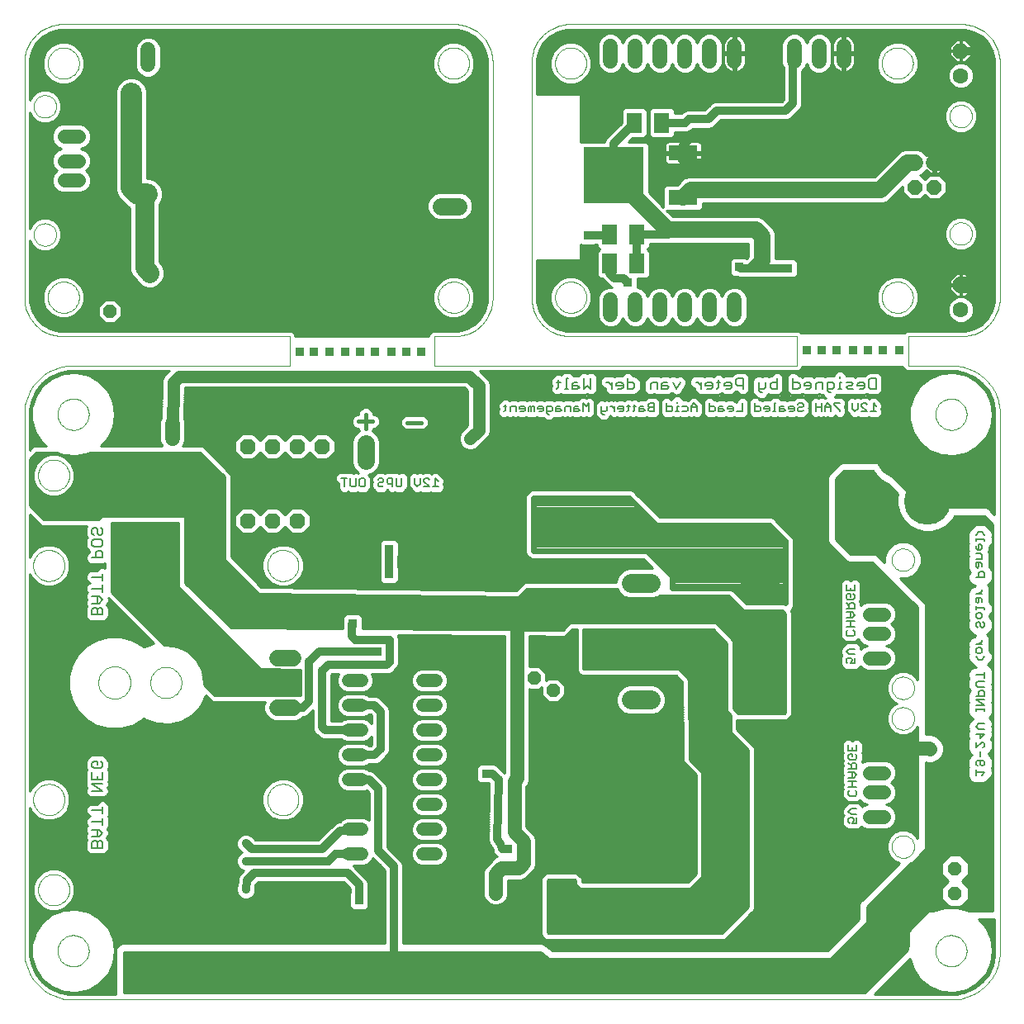
<source format=gbl>
G75*
G70*
%OFA0B0*%
%FSLAX24Y24*%
%IPPOS*%
%LPD*%
%AMOC8*
5,1,8,0,0,1.08239X$1,22.5*
%
%ADD10C,0.0004*%
%ADD11C,0.0000*%
%ADD12C,0.0080*%
%ADD13C,0.0060*%
%ADD14C,0.0160*%
%ADD15C,0.0660*%
%ADD16C,0.0520*%
%ADD17C,0.0574*%
%ADD18R,0.1024X0.0571*%
%ADD19C,0.1185*%
%ADD20OC8,0.0520*%
%ADD21C,0.0780*%
%ADD22C,0.1890*%
%ADD23C,0.0600*%
%ADD24OC8,0.0630*%
%ADD25C,0.0705*%
%ADD26OC8,0.0574*%
%ADD27R,0.2441X0.2283*%
%ADD28R,0.1181X0.0630*%
%ADD29R,0.0630X0.0787*%
%ADD30C,0.0630*%
%ADD31R,0.0356X0.0356*%
%ADD32C,0.0320*%
%ADD33C,0.0356*%
%ADD34C,0.0100*%
%ADD35C,0.0560*%
%ADD36C,0.0400*%
%ADD37C,0.0500*%
%ADD38C,0.0240*%
%ADD39C,0.0860*%
%ADD40C,0.0760*%
D10*
X003610Y005453D02*
X003610Y027107D01*
X003611Y027201D01*
X003616Y027295D01*
X003625Y027389D01*
X003639Y027482D01*
X003658Y027575D01*
X003681Y027666D01*
X003709Y027756D01*
X003741Y027845D01*
X003777Y027932D01*
X003817Y028017D01*
X003862Y028100D01*
X003910Y028181D01*
X003963Y028259D01*
X004019Y028335D01*
X004079Y028407D01*
X004142Y028477D01*
X004209Y028544D01*
X004279Y028607D01*
X004351Y028667D01*
X004427Y028723D01*
X004505Y028776D01*
X004586Y028824D01*
X004669Y028869D01*
X004754Y028909D01*
X004841Y028945D01*
X004930Y028977D01*
X005020Y029005D01*
X005111Y029028D01*
X005204Y029047D01*
X005297Y029061D01*
X005391Y029070D01*
X005485Y029075D01*
X005579Y029076D01*
X005579Y029075D02*
X014319Y029075D01*
X014319Y030256D01*
X005185Y030256D01*
X005107Y030257D01*
X005030Y030261D01*
X004952Y030269D01*
X004876Y030281D01*
X004800Y030297D01*
X004724Y030317D01*
X004650Y030340D01*
X004577Y030367D01*
X004506Y030398D01*
X004436Y030433D01*
X004368Y030470D01*
X004302Y030512D01*
X004239Y030556D01*
X004177Y030604D01*
X004118Y030654D01*
X004062Y030708D01*
X004008Y030764D01*
X003958Y030823D01*
X003910Y030885D01*
X003866Y030948D01*
X003824Y031014D01*
X003787Y031082D01*
X003752Y031152D01*
X003721Y031223D01*
X003694Y031296D01*
X003671Y031370D01*
X003651Y031446D01*
X003635Y031522D01*
X003623Y031598D01*
X003615Y031676D01*
X003611Y031753D01*
X003610Y031831D01*
X003610Y041280D01*
X003611Y041358D01*
X003615Y041435D01*
X003623Y041513D01*
X003635Y041589D01*
X003651Y041665D01*
X003671Y041741D01*
X003694Y041815D01*
X003721Y041888D01*
X003752Y041959D01*
X003787Y042029D01*
X003824Y042097D01*
X003866Y042163D01*
X003910Y042226D01*
X003958Y042288D01*
X004008Y042347D01*
X004062Y042403D01*
X004118Y042457D01*
X004177Y042507D01*
X004239Y042555D01*
X004302Y042599D01*
X004368Y042641D01*
X004436Y042678D01*
X004506Y042713D01*
X004577Y042744D01*
X004650Y042771D01*
X004724Y042794D01*
X004800Y042814D01*
X004876Y042830D01*
X004952Y042842D01*
X005030Y042850D01*
X005107Y042854D01*
X005185Y042855D01*
X020933Y042855D01*
X021011Y042854D01*
X021088Y042850D01*
X021166Y042842D01*
X021242Y042830D01*
X021318Y042814D01*
X021394Y042794D01*
X021468Y042771D01*
X021541Y042744D01*
X021612Y042713D01*
X021682Y042678D01*
X021750Y042641D01*
X021816Y042599D01*
X021879Y042555D01*
X021941Y042507D01*
X022000Y042457D01*
X022056Y042403D01*
X022110Y042347D01*
X022160Y042288D01*
X022208Y042226D01*
X022252Y042163D01*
X022294Y042097D01*
X022331Y042029D01*
X022366Y041959D01*
X022397Y041888D01*
X022424Y041815D01*
X022447Y041741D01*
X022467Y041665D01*
X022483Y041589D01*
X022495Y041513D01*
X022503Y041435D01*
X022507Y041358D01*
X022508Y041280D01*
X022508Y031831D01*
X022507Y031753D01*
X022503Y031676D01*
X022495Y031598D01*
X022483Y031522D01*
X022467Y031446D01*
X022447Y031370D01*
X022424Y031296D01*
X022397Y031223D01*
X022366Y031152D01*
X022331Y031082D01*
X022294Y031014D01*
X022252Y030948D01*
X022208Y030885D01*
X022160Y030823D01*
X022110Y030764D01*
X022056Y030708D01*
X022000Y030654D01*
X021941Y030604D01*
X021879Y030556D01*
X021816Y030512D01*
X021750Y030470D01*
X021682Y030433D01*
X021612Y030398D01*
X021541Y030367D01*
X021468Y030340D01*
X021394Y030317D01*
X021318Y030297D01*
X021242Y030281D01*
X021166Y030269D01*
X021088Y030261D01*
X021011Y030257D01*
X020933Y030256D01*
X020146Y030256D01*
X020146Y029075D01*
X034791Y029075D01*
X034791Y030256D01*
X025657Y030256D01*
X025579Y030257D01*
X025502Y030261D01*
X025424Y030269D01*
X025348Y030281D01*
X025272Y030297D01*
X025196Y030317D01*
X025122Y030340D01*
X025049Y030367D01*
X024978Y030398D01*
X024908Y030433D01*
X024840Y030470D01*
X024774Y030512D01*
X024711Y030556D01*
X024649Y030604D01*
X024590Y030654D01*
X024534Y030708D01*
X024480Y030764D01*
X024430Y030823D01*
X024382Y030885D01*
X024338Y030948D01*
X024296Y031014D01*
X024259Y031082D01*
X024224Y031152D01*
X024193Y031223D01*
X024166Y031296D01*
X024143Y031370D01*
X024123Y031446D01*
X024107Y031522D01*
X024095Y031598D01*
X024087Y031676D01*
X024083Y031753D01*
X024082Y031831D01*
X024083Y031831D02*
X024083Y041280D01*
X024082Y041280D02*
X024083Y041358D01*
X024087Y041435D01*
X024095Y041513D01*
X024107Y041589D01*
X024123Y041665D01*
X024143Y041741D01*
X024166Y041815D01*
X024193Y041888D01*
X024224Y041959D01*
X024259Y042029D01*
X024296Y042097D01*
X024338Y042163D01*
X024382Y042226D01*
X024430Y042288D01*
X024480Y042347D01*
X024534Y042403D01*
X024590Y042457D01*
X024649Y042507D01*
X024711Y042555D01*
X024774Y042599D01*
X024840Y042641D01*
X024908Y042678D01*
X024978Y042713D01*
X025049Y042744D01*
X025122Y042771D01*
X025196Y042794D01*
X025272Y042814D01*
X025348Y042830D01*
X025424Y042842D01*
X025502Y042850D01*
X025579Y042854D01*
X025657Y042855D01*
X041406Y042855D01*
X041484Y042854D01*
X041561Y042850D01*
X041639Y042842D01*
X041715Y042830D01*
X041791Y042814D01*
X041867Y042794D01*
X041941Y042771D01*
X042014Y042744D01*
X042085Y042713D01*
X042155Y042678D01*
X042223Y042641D01*
X042289Y042599D01*
X042352Y042555D01*
X042414Y042507D01*
X042473Y042457D01*
X042529Y042403D01*
X042583Y042347D01*
X042633Y042288D01*
X042681Y042226D01*
X042725Y042163D01*
X042767Y042097D01*
X042804Y042029D01*
X042839Y041959D01*
X042870Y041888D01*
X042897Y041815D01*
X042920Y041741D01*
X042940Y041665D01*
X042956Y041589D01*
X042968Y041513D01*
X042976Y041435D01*
X042980Y041358D01*
X042981Y041280D01*
X042980Y041280D02*
X042980Y031831D01*
X042981Y031831D02*
X042980Y031753D01*
X042976Y031676D01*
X042968Y031598D01*
X042956Y031522D01*
X042940Y031446D01*
X042920Y031370D01*
X042897Y031296D01*
X042870Y031223D01*
X042839Y031152D01*
X042804Y031082D01*
X042767Y031014D01*
X042725Y030948D01*
X042681Y030885D01*
X042633Y030823D01*
X042583Y030764D01*
X042529Y030708D01*
X042473Y030654D01*
X042414Y030604D01*
X042352Y030556D01*
X042289Y030512D01*
X042223Y030470D01*
X042155Y030433D01*
X042085Y030398D01*
X042014Y030367D01*
X041941Y030340D01*
X041867Y030317D01*
X041791Y030297D01*
X041715Y030281D01*
X041639Y030269D01*
X041561Y030261D01*
X041484Y030257D01*
X041406Y030256D01*
X039280Y030256D01*
X039280Y029075D01*
X041012Y029075D01*
X041012Y029076D02*
X041106Y029075D01*
X041200Y029070D01*
X041294Y029061D01*
X041387Y029047D01*
X041480Y029028D01*
X041571Y029005D01*
X041661Y028977D01*
X041750Y028945D01*
X041837Y028909D01*
X041922Y028869D01*
X042005Y028824D01*
X042086Y028776D01*
X042164Y028723D01*
X042240Y028667D01*
X042312Y028607D01*
X042382Y028544D01*
X042449Y028477D01*
X042512Y028407D01*
X042572Y028335D01*
X042628Y028259D01*
X042681Y028181D01*
X042729Y028100D01*
X042774Y028017D01*
X042814Y027932D01*
X042850Y027845D01*
X042882Y027756D01*
X042910Y027666D01*
X042933Y027575D01*
X042952Y027482D01*
X042966Y027389D01*
X042975Y027295D01*
X042980Y027201D01*
X042981Y027107D01*
X042980Y027107D02*
X042980Y005453D01*
X042981Y005453D02*
X042980Y005359D01*
X042975Y005265D01*
X042966Y005171D01*
X042952Y005078D01*
X042933Y004985D01*
X042910Y004894D01*
X042882Y004804D01*
X042850Y004715D01*
X042814Y004628D01*
X042774Y004543D01*
X042729Y004460D01*
X042681Y004379D01*
X042628Y004301D01*
X042572Y004225D01*
X042512Y004153D01*
X042449Y004083D01*
X042382Y004016D01*
X042312Y003953D01*
X042240Y003893D01*
X042164Y003837D01*
X042086Y003784D01*
X042005Y003736D01*
X041922Y003691D01*
X041837Y003651D01*
X041750Y003615D01*
X041661Y003583D01*
X041571Y003555D01*
X041480Y003532D01*
X041387Y003513D01*
X041294Y003499D01*
X041200Y003490D01*
X041106Y003485D01*
X041012Y003484D01*
X041012Y003485D02*
X005579Y003485D01*
X005579Y003484D02*
X005485Y003485D01*
X005391Y003490D01*
X005297Y003499D01*
X005204Y003513D01*
X005111Y003532D01*
X005020Y003555D01*
X004930Y003583D01*
X004841Y003615D01*
X004754Y003651D01*
X004669Y003691D01*
X004586Y003736D01*
X004505Y003784D01*
X004427Y003837D01*
X004351Y003893D01*
X004279Y003953D01*
X004209Y004016D01*
X004142Y004083D01*
X004079Y004153D01*
X004019Y004225D01*
X003963Y004301D01*
X003910Y004379D01*
X003862Y004460D01*
X003817Y004543D01*
X003777Y004628D01*
X003741Y004715D01*
X003709Y004804D01*
X003681Y004894D01*
X003658Y004985D01*
X003639Y005078D01*
X003625Y005171D01*
X003616Y005265D01*
X003611Y005359D01*
X003610Y005453D01*
D11*
X004949Y005453D02*
X004951Y005503D01*
X004957Y005553D01*
X004967Y005602D01*
X004981Y005650D01*
X004998Y005697D01*
X005019Y005742D01*
X005044Y005786D01*
X005072Y005827D01*
X005104Y005866D01*
X005138Y005903D01*
X005175Y005937D01*
X005215Y005967D01*
X005257Y005994D01*
X005301Y006018D01*
X005347Y006039D01*
X005394Y006055D01*
X005442Y006068D01*
X005492Y006077D01*
X005541Y006082D01*
X005592Y006083D01*
X005642Y006080D01*
X005691Y006073D01*
X005740Y006062D01*
X005788Y006047D01*
X005834Y006029D01*
X005879Y006007D01*
X005922Y005981D01*
X005963Y005952D01*
X006002Y005920D01*
X006038Y005885D01*
X006070Y005847D01*
X006100Y005807D01*
X006127Y005764D01*
X006150Y005720D01*
X006169Y005674D01*
X006185Y005626D01*
X006197Y005577D01*
X006205Y005528D01*
X006209Y005478D01*
X006209Y005428D01*
X006205Y005378D01*
X006197Y005329D01*
X006185Y005280D01*
X006169Y005232D01*
X006150Y005186D01*
X006127Y005142D01*
X006100Y005099D01*
X006070Y005059D01*
X006038Y005021D01*
X006002Y004986D01*
X005963Y004954D01*
X005922Y004925D01*
X005879Y004899D01*
X005834Y004877D01*
X005788Y004859D01*
X005740Y004844D01*
X005691Y004833D01*
X005642Y004826D01*
X005592Y004823D01*
X005541Y004824D01*
X005492Y004829D01*
X005442Y004838D01*
X005394Y004851D01*
X005347Y004867D01*
X005301Y004888D01*
X005257Y004912D01*
X005215Y004939D01*
X005175Y004969D01*
X005138Y005003D01*
X005104Y005040D01*
X005072Y005079D01*
X005044Y005120D01*
X005019Y005164D01*
X004998Y005209D01*
X004981Y005256D01*
X004967Y005304D01*
X004957Y005353D01*
X004951Y005403D01*
X004949Y005453D01*
X004161Y007914D02*
X004163Y007964D01*
X004169Y008014D01*
X004179Y008063D01*
X004193Y008111D01*
X004210Y008158D01*
X004231Y008203D01*
X004256Y008247D01*
X004284Y008288D01*
X004316Y008327D01*
X004350Y008364D01*
X004387Y008398D01*
X004427Y008428D01*
X004469Y008455D01*
X004513Y008479D01*
X004559Y008500D01*
X004606Y008516D01*
X004654Y008529D01*
X004704Y008538D01*
X004753Y008543D01*
X004804Y008544D01*
X004854Y008541D01*
X004903Y008534D01*
X004952Y008523D01*
X005000Y008508D01*
X005046Y008490D01*
X005091Y008468D01*
X005134Y008442D01*
X005175Y008413D01*
X005214Y008381D01*
X005250Y008346D01*
X005282Y008308D01*
X005312Y008268D01*
X005339Y008225D01*
X005362Y008181D01*
X005381Y008135D01*
X005397Y008087D01*
X005409Y008038D01*
X005417Y007989D01*
X005421Y007939D01*
X005421Y007889D01*
X005417Y007839D01*
X005409Y007790D01*
X005397Y007741D01*
X005381Y007693D01*
X005362Y007647D01*
X005339Y007603D01*
X005312Y007560D01*
X005282Y007520D01*
X005250Y007482D01*
X005214Y007447D01*
X005175Y007415D01*
X005134Y007386D01*
X005091Y007360D01*
X005046Y007338D01*
X005000Y007320D01*
X004952Y007305D01*
X004903Y007294D01*
X004854Y007287D01*
X004804Y007284D01*
X004753Y007285D01*
X004704Y007290D01*
X004654Y007299D01*
X004606Y007312D01*
X004559Y007328D01*
X004513Y007349D01*
X004469Y007373D01*
X004427Y007400D01*
X004387Y007430D01*
X004350Y007464D01*
X004316Y007501D01*
X004284Y007540D01*
X004256Y007581D01*
X004231Y007625D01*
X004210Y007670D01*
X004193Y007717D01*
X004179Y007765D01*
X004169Y007814D01*
X004163Y007864D01*
X004161Y007914D01*
X003964Y011555D02*
X003966Y011605D01*
X003972Y011655D01*
X003982Y011704D01*
X003996Y011752D01*
X004013Y011799D01*
X004034Y011844D01*
X004059Y011888D01*
X004087Y011929D01*
X004119Y011968D01*
X004153Y012005D01*
X004190Y012039D01*
X004230Y012069D01*
X004272Y012096D01*
X004316Y012120D01*
X004362Y012141D01*
X004409Y012157D01*
X004457Y012170D01*
X004507Y012179D01*
X004556Y012184D01*
X004607Y012185D01*
X004657Y012182D01*
X004706Y012175D01*
X004755Y012164D01*
X004803Y012149D01*
X004849Y012131D01*
X004894Y012109D01*
X004937Y012083D01*
X004978Y012054D01*
X005017Y012022D01*
X005053Y011987D01*
X005085Y011949D01*
X005115Y011909D01*
X005142Y011866D01*
X005165Y011822D01*
X005184Y011776D01*
X005200Y011728D01*
X005212Y011679D01*
X005220Y011630D01*
X005224Y011580D01*
X005224Y011530D01*
X005220Y011480D01*
X005212Y011431D01*
X005200Y011382D01*
X005184Y011334D01*
X005165Y011288D01*
X005142Y011244D01*
X005115Y011201D01*
X005085Y011161D01*
X005053Y011123D01*
X005017Y011088D01*
X004978Y011056D01*
X004937Y011027D01*
X004894Y011001D01*
X004849Y010979D01*
X004803Y010961D01*
X004755Y010946D01*
X004706Y010935D01*
X004657Y010928D01*
X004607Y010925D01*
X004556Y010926D01*
X004507Y010931D01*
X004457Y010940D01*
X004409Y010953D01*
X004362Y010969D01*
X004316Y010990D01*
X004272Y011014D01*
X004230Y011041D01*
X004190Y011071D01*
X004153Y011105D01*
X004119Y011142D01*
X004087Y011181D01*
X004059Y011222D01*
X004034Y011266D01*
X004013Y011311D01*
X003996Y011358D01*
X003982Y011406D01*
X003972Y011455D01*
X003966Y011505D01*
X003964Y011555D01*
X006592Y016280D02*
X006594Y016330D01*
X006600Y016380D01*
X006610Y016430D01*
X006623Y016478D01*
X006640Y016526D01*
X006661Y016572D01*
X006685Y016616D01*
X006713Y016658D01*
X006744Y016698D01*
X006778Y016735D01*
X006815Y016770D01*
X006854Y016801D01*
X006895Y016830D01*
X006939Y016855D01*
X006985Y016877D01*
X007032Y016895D01*
X007080Y016909D01*
X007129Y016920D01*
X007179Y016927D01*
X007229Y016930D01*
X007280Y016929D01*
X007330Y016924D01*
X007380Y016915D01*
X007428Y016903D01*
X007476Y016886D01*
X007522Y016866D01*
X007567Y016843D01*
X007610Y016816D01*
X007650Y016786D01*
X007688Y016753D01*
X007723Y016717D01*
X007756Y016678D01*
X007785Y016637D01*
X007811Y016594D01*
X007834Y016549D01*
X007853Y016502D01*
X007868Y016454D01*
X007880Y016405D01*
X007888Y016355D01*
X007892Y016305D01*
X007892Y016255D01*
X007888Y016205D01*
X007880Y016155D01*
X007868Y016106D01*
X007853Y016058D01*
X007834Y016011D01*
X007811Y015966D01*
X007785Y015923D01*
X007756Y015882D01*
X007723Y015843D01*
X007688Y015807D01*
X007650Y015774D01*
X007610Y015744D01*
X007567Y015717D01*
X007522Y015694D01*
X007476Y015674D01*
X007428Y015657D01*
X007380Y015645D01*
X007330Y015636D01*
X007280Y015631D01*
X007229Y015630D01*
X007179Y015633D01*
X007129Y015640D01*
X007080Y015651D01*
X007032Y015665D01*
X006985Y015683D01*
X006939Y015705D01*
X006895Y015730D01*
X006854Y015759D01*
X006815Y015790D01*
X006778Y015825D01*
X006744Y015862D01*
X006713Y015902D01*
X006685Y015944D01*
X006661Y015988D01*
X006640Y016034D01*
X006623Y016082D01*
X006610Y016130D01*
X006600Y016180D01*
X006594Y016230D01*
X006592Y016280D01*
X008689Y016280D02*
X008691Y016330D01*
X008697Y016380D01*
X008707Y016429D01*
X008721Y016477D01*
X008738Y016524D01*
X008759Y016569D01*
X008784Y016613D01*
X008812Y016654D01*
X008844Y016693D01*
X008878Y016730D01*
X008915Y016764D01*
X008955Y016794D01*
X008997Y016821D01*
X009041Y016845D01*
X009087Y016866D01*
X009134Y016882D01*
X009182Y016895D01*
X009232Y016904D01*
X009281Y016909D01*
X009332Y016910D01*
X009382Y016907D01*
X009431Y016900D01*
X009480Y016889D01*
X009528Y016874D01*
X009574Y016856D01*
X009619Y016834D01*
X009662Y016808D01*
X009703Y016779D01*
X009742Y016747D01*
X009778Y016712D01*
X009810Y016674D01*
X009840Y016634D01*
X009867Y016591D01*
X009890Y016547D01*
X009909Y016501D01*
X009925Y016453D01*
X009937Y016404D01*
X009945Y016355D01*
X009949Y016305D01*
X009949Y016255D01*
X009945Y016205D01*
X009937Y016156D01*
X009925Y016107D01*
X009909Y016059D01*
X009890Y016013D01*
X009867Y015969D01*
X009840Y015926D01*
X009810Y015886D01*
X009778Y015848D01*
X009742Y015813D01*
X009703Y015781D01*
X009662Y015752D01*
X009619Y015726D01*
X009574Y015704D01*
X009528Y015686D01*
X009480Y015671D01*
X009431Y015660D01*
X009382Y015653D01*
X009332Y015650D01*
X009281Y015651D01*
X009232Y015656D01*
X009182Y015665D01*
X009134Y015678D01*
X009087Y015694D01*
X009041Y015715D01*
X008997Y015739D01*
X008955Y015766D01*
X008915Y015796D01*
X008878Y015830D01*
X008844Y015867D01*
X008812Y015906D01*
X008784Y015947D01*
X008759Y015991D01*
X008738Y016036D01*
X008721Y016083D01*
X008707Y016131D01*
X008697Y016180D01*
X008691Y016230D01*
X008689Y016280D01*
X003964Y021004D02*
X003966Y021054D01*
X003972Y021104D01*
X003982Y021153D01*
X003996Y021201D01*
X004013Y021248D01*
X004034Y021293D01*
X004059Y021337D01*
X004087Y021378D01*
X004119Y021417D01*
X004153Y021454D01*
X004190Y021488D01*
X004230Y021518D01*
X004272Y021545D01*
X004316Y021569D01*
X004362Y021590D01*
X004409Y021606D01*
X004457Y021619D01*
X004507Y021628D01*
X004556Y021633D01*
X004607Y021634D01*
X004657Y021631D01*
X004706Y021624D01*
X004755Y021613D01*
X004803Y021598D01*
X004849Y021580D01*
X004894Y021558D01*
X004937Y021532D01*
X004978Y021503D01*
X005017Y021471D01*
X005053Y021436D01*
X005085Y021398D01*
X005115Y021358D01*
X005142Y021315D01*
X005165Y021271D01*
X005184Y021225D01*
X005200Y021177D01*
X005212Y021128D01*
X005220Y021079D01*
X005224Y021029D01*
X005224Y020979D01*
X005220Y020929D01*
X005212Y020880D01*
X005200Y020831D01*
X005184Y020783D01*
X005165Y020737D01*
X005142Y020693D01*
X005115Y020650D01*
X005085Y020610D01*
X005053Y020572D01*
X005017Y020537D01*
X004978Y020505D01*
X004937Y020476D01*
X004894Y020450D01*
X004849Y020428D01*
X004803Y020410D01*
X004755Y020395D01*
X004706Y020384D01*
X004657Y020377D01*
X004607Y020374D01*
X004556Y020375D01*
X004507Y020380D01*
X004457Y020389D01*
X004409Y020402D01*
X004362Y020418D01*
X004316Y020439D01*
X004272Y020463D01*
X004230Y020490D01*
X004190Y020520D01*
X004153Y020554D01*
X004119Y020591D01*
X004087Y020630D01*
X004059Y020671D01*
X004034Y020715D01*
X004013Y020760D01*
X003996Y020807D01*
X003982Y020855D01*
X003972Y020904D01*
X003966Y020954D01*
X003964Y021004D01*
X004161Y024646D02*
X004163Y024696D01*
X004169Y024746D01*
X004179Y024795D01*
X004193Y024843D01*
X004210Y024890D01*
X004231Y024935D01*
X004256Y024979D01*
X004284Y025020D01*
X004316Y025059D01*
X004350Y025096D01*
X004387Y025130D01*
X004427Y025160D01*
X004469Y025187D01*
X004513Y025211D01*
X004559Y025232D01*
X004606Y025248D01*
X004654Y025261D01*
X004704Y025270D01*
X004753Y025275D01*
X004804Y025276D01*
X004854Y025273D01*
X004903Y025266D01*
X004952Y025255D01*
X005000Y025240D01*
X005046Y025222D01*
X005091Y025200D01*
X005134Y025174D01*
X005175Y025145D01*
X005214Y025113D01*
X005250Y025078D01*
X005282Y025040D01*
X005312Y025000D01*
X005339Y024957D01*
X005362Y024913D01*
X005381Y024867D01*
X005397Y024819D01*
X005409Y024770D01*
X005417Y024721D01*
X005421Y024671D01*
X005421Y024621D01*
X005417Y024571D01*
X005409Y024522D01*
X005397Y024473D01*
X005381Y024425D01*
X005362Y024379D01*
X005339Y024335D01*
X005312Y024292D01*
X005282Y024252D01*
X005250Y024214D01*
X005214Y024179D01*
X005175Y024147D01*
X005134Y024118D01*
X005091Y024092D01*
X005046Y024070D01*
X005000Y024052D01*
X004952Y024037D01*
X004903Y024026D01*
X004854Y024019D01*
X004804Y024016D01*
X004753Y024017D01*
X004704Y024022D01*
X004654Y024031D01*
X004606Y024044D01*
X004559Y024060D01*
X004513Y024081D01*
X004469Y024105D01*
X004427Y024132D01*
X004387Y024162D01*
X004350Y024196D01*
X004316Y024233D01*
X004284Y024272D01*
X004256Y024313D01*
X004231Y024357D01*
X004210Y024402D01*
X004193Y024449D01*
X004179Y024497D01*
X004169Y024546D01*
X004163Y024596D01*
X004161Y024646D01*
X004949Y027107D02*
X004951Y027157D01*
X004957Y027207D01*
X004967Y027256D01*
X004981Y027304D01*
X004998Y027351D01*
X005019Y027396D01*
X005044Y027440D01*
X005072Y027481D01*
X005104Y027520D01*
X005138Y027557D01*
X005175Y027591D01*
X005215Y027621D01*
X005257Y027648D01*
X005301Y027672D01*
X005347Y027693D01*
X005394Y027709D01*
X005442Y027722D01*
X005492Y027731D01*
X005541Y027736D01*
X005592Y027737D01*
X005642Y027734D01*
X005691Y027727D01*
X005740Y027716D01*
X005788Y027701D01*
X005834Y027683D01*
X005879Y027661D01*
X005922Y027635D01*
X005963Y027606D01*
X006002Y027574D01*
X006038Y027539D01*
X006070Y027501D01*
X006100Y027461D01*
X006127Y027418D01*
X006150Y027374D01*
X006169Y027328D01*
X006185Y027280D01*
X006197Y027231D01*
X006205Y027182D01*
X006209Y027132D01*
X006209Y027082D01*
X006205Y027032D01*
X006197Y026983D01*
X006185Y026934D01*
X006169Y026886D01*
X006150Y026840D01*
X006127Y026796D01*
X006100Y026753D01*
X006070Y026713D01*
X006038Y026675D01*
X006002Y026640D01*
X005963Y026608D01*
X005922Y026579D01*
X005879Y026553D01*
X005834Y026531D01*
X005788Y026513D01*
X005740Y026498D01*
X005691Y026487D01*
X005642Y026480D01*
X005592Y026477D01*
X005541Y026478D01*
X005492Y026483D01*
X005442Y026492D01*
X005394Y026505D01*
X005347Y026521D01*
X005301Y026542D01*
X005257Y026566D01*
X005215Y026593D01*
X005175Y026623D01*
X005138Y026657D01*
X005104Y026694D01*
X005072Y026733D01*
X005044Y026774D01*
X005019Y026818D01*
X004998Y026863D01*
X004981Y026910D01*
X004967Y026958D01*
X004957Y027007D01*
X004951Y027057D01*
X004949Y027107D01*
X004555Y031831D02*
X004557Y031881D01*
X004563Y031931D01*
X004573Y031980D01*
X004587Y032028D01*
X004604Y032075D01*
X004625Y032120D01*
X004650Y032164D01*
X004678Y032205D01*
X004710Y032244D01*
X004744Y032281D01*
X004781Y032315D01*
X004821Y032345D01*
X004863Y032372D01*
X004907Y032396D01*
X004953Y032417D01*
X005000Y032433D01*
X005048Y032446D01*
X005098Y032455D01*
X005147Y032460D01*
X005198Y032461D01*
X005248Y032458D01*
X005297Y032451D01*
X005346Y032440D01*
X005394Y032425D01*
X005440Y032407D01*
X005485Y032385D01*
X005528Y032359D01*
X005569Y032330D01*
X005608Y032298D01*
X005644Y032263D01*
X005676Y032225D01*
X005706Y032185D01*
X005733Y032142D01*
X005756Y032098D01*
X005775Y032052D01*
X005791Y032004D01*
X005803Y031955D01*
X005811Y031906D01*
X005815Y031856D01*
X005815Y031806D01*
X005811Y031756D01*
X005803Y031707D01*
X005791Y031658D01*
X005775Y031610D01*
X005756Y031564D01*
X005733Y031520D01*
X005706Y031477D01*
X005676Y031437D01*
X005644Y031399D01*
X005608Y031364D01*
X005569Y031332D01*
X005528Y031303D01*
X005485Y031277D01*
X005440Y031255D01*
X005394Y031237D01*
X005346Y031222D01*
X005297Y031211D01*
X005248Y031204D01*
X005198Y031201D01*
X005147Y031202D01*
X005098Y031207D01*
X005048Y031216D01*
X005000Y031229D01*
X004953Y031245D01*
X004907Y031266D01*
X004863Y031290D01*
X004821Y031317D01*
X004781Y031347D01*
X004744Y031381D01*
X004710Y031418D01*
X004678Y031457D01*
X004650Y031498D01*
X004625Y031542D01*
X004604Y031587D01*
X004587Y031634D01*
X004573Y031682D01*
X004563Y031731D01*
X004557Y031781D01*
X004555Y031831D01*
X003984Y034362D02*
X003986Y034404D01*
X003992Y034446D01*
X004002Y034488D01*
X004015Y034528D01*
X004033Y034567D01*
X004054Y034604D01*
X004078Y034638D01*
X004106Y034671D01*
X004136Y034701D01*
X004169Y034727D01*
X004204Y034751D01*
X004242Y034771D01*
X004281Y034787D01*
X004321Y034800D01*
X004363Y034809D01*
X004405Y034814D01*
X004448Y034815D01*
X004490Y034812D01*
X004532Y034805D01*
X004573Y034794D01*
X004613Y034779D01*
X004651Y034761D01*
X004688Y034739D01*
X004722Y034714D01*
X004754Y034686D01*
X004782Y034655D01*
X004808Y034621D01*
X004831Y034585D01*
X004850Y034548D01*
X004866Y034508D01*
X004878Y034467D01*
X004886Y034426D01*
X004890Y034383D01*
X004890Y034341D01*
X004886Y034298D01*
X004878Y034257D01*
X004866Y034216D01*
X004850Y034176D01*
X004831Y034139D01*
X004808Y034103D01*
X004782Y034069D01*
X004754Y034038D01*
X004722Y034010D01*
X004688Y033985D01*
X004651Y033963D01*
X004613Y033945D01*
X004573Y033930D01*
X004532Y033919D01*
X004490Y033912D01*
X004448Y033909D01*
X004405Y033910D01*
X004363Y033915D01*
X004321Y033924D01*
X004281Y033937D01*
X004242Y033953D01*
X004204Y033973D01*
X004169Y033997D01*
X004136Y034023D01*
X004106Y034053D01*
X004078Y034086D01*
X004054Y034120D01*
X004033Y034157D01*
X004015Y034196D01*
X004002Y034236D01*
X003992Y034278D01*
X003986Y034320D01*
X003984Y034362D01*
X003984Y039536D02*
X003986Y039578D01*
X003992Y039620D01*
X004002Y039662D01*
X004015Y039702D01*
X004033Y039741D01*
X004054Y039778D01*
X004078Y039812D01*
X004106Y039845D01*
X004136Y039875D01*
X004169Y039901D01*
X004204Y039925D01*
X004242Y039945D01*
X004281Y039961D01*
X004321Y039974D01*
X004363Y039983D01*
X004405Y039988D01*
X004448Y039989D01*
X004490Y039986D01*
X004532Y039979D01*
X004573Y039968D01*
X004613Y039953D01*
X004651Y039935D01*
X004688Y039913D01*
X004722Y039888D01*
X004754Y039860D01*
X004782Y039829D01*
X004808Y039795D01*
X004831Y039759D01*
X004850Y039722D01*
X004866Y039682D01*
X004878Y039641D01*
X004886Y039600D01*
X004890Y039557D01*
X004890Y039515D01*
X004886Y039472D01*
X004878Y039431D01*
X004866Y039390D01*
X004850Y039350D01*
X004831Y039313D01*
X004808Y039277D01*
X004782Y039243D01*
X004754Y039212D01*
X004722Y039184D01*
X004688Y039159D01*
X004651Y039137D01*
X004613Y039119D01*
X004573Y039104D01*
X004532Y039093D01*
X004490Y039086D01*
X004448Y039083D01*
X004405Y039084D01*
X004363Y039089D01*
X004321Y039098D01*
X004281Y039111D01*
X004242Y039127D01*
X004204Y039147D01*
X004169Y039171D01*
X004136Y039197D01*
X004106Y039227D01*
X004078Y039260D01*
X004054Y039294D01*
X004033Y039331D01*
X004015Y039370D01*
X004002Y039410D01*
X003992Y039452D01*
X003986Y039494D01*
X003984Y039536D01*
X004555Y041280D02*
X004557Y041330D01*
X004563Y041380D01*
X004573Y041429D01*
X004587Y041477D01*
X004604Y041524D01*
X004625Y041569D01*
X004650Y041613D01*
X004678Y041654D01*
X004710Y041693D01*
X004744Y041730D01*
X004781Y041764D01*
X004821Y041794D01*
X004863Y041821D01*
X004907Y041845D01*
X004953Y041866D01*
X005000Y041882D01*
X005048Y041895D01*
X005098Y041904D01*
X005147Y041909D01*
X005198Y041910D01*
X005248Y041907D01*
X005297Y041900D01*
X005346Y041889D01*
X005394Y041874D01*
X005440Y041856D01*
X005485Y041834D01*
X005528Y041808D01*
X005569Y041779D01*
X005608Y041747D01*
X005644Y041712D01*
X005676Y041674D01*
X005706Y041634D01*
X005733Y041591D01*
X005756Y041547D01*
X005775Y041501D01*
X005791Y041453D01*
X005803Y041404D01*
X005811Y041355D01*
X005815Y041305D01*
X005815Y041255D01*
X005811Y041205D01*
X005803Y041156D01*
X005791Y041107D01*
X005775Y041059D01*
X005756Y041013D01*
X005733Y040969D01*
X005706Y040926D01*
X005676Y040886D01*
X005644Y040848D01*
X005608Y040813D01*
X005569Y040781D01*
X005528Y040752D01*
X005485Y040726D01*
X005440Y040704D01*
X005394Y040686D01*
X005346Y040671D01*
X005297Y040660D01*
X005248Y040653D01*
X005198Y040650D01*
X005147Y040651D01*
X005098Y040656D01*
X005048Y040665D01*
X005000Y040678D01*
X004953Y040694D01*
X004907Y040715D01*
X004863Y040739D01*
X004821Y040766D01*
X004781Y040796D01*
X004744Y040830D01*
X004710Y040867D01*
X004678Y040906D01*
X004650Y040947D01*
X004625Y040991D01*
X004604Y041036D01*
X004587Y041083D01*
X004573Y041131D01*
X004563Y041180D01*
X004557Y041230D01*
X004555Y041280D01*
X020303Y041280D02*
X020305Y041330D01*
X020311Y041380D01*
X020321Y041429D01*
X020335Y041477D01*
X020352Y041524D01*
X020373Y041569D01*
X020398Y041613D01*
X020426Y041654D01*
X020458Y041693D01*
X020492Y041730D01*
X020529Y041764D01*
X020569Y041794D01*
X020611Y041821D01*
X020655Y041845D01*
X020701Y041866D01*
X020748Y041882D01*
X020796Y041895D01*
X020846Y041904D01*
X020895Y041909D01*
X020946Y041910D01*
X020996Y041907D01*
X021045Y041900D01*
X021094Y041889D01*
X021142Y041874D01*
X021188Y041856D01*
X021233Y041834D01*
X021276Y041808D01*
X021317Y041779D01*
X021356Y041747D01*
X021392Y041712D01*
X021424Y041674D01*
X021454Y041634D01*
X021481Y041591D01*
X021504Y041547D01*
X021523Y041501D01*
X021539Y041453D01*
X021551Y041404D01*
X021559Y041355D01*
X021563Y041305D01*
X021563Y041255D01*
X021559Y041205D01*
X021551Y041156D01*
X021539Y041107D01*
X021523Y041059D01*
X021504Y041013D01*
X021481Y040969D01*
X021454Y040926D01*
X021424Y040886D01*
X021392Y040848D01*
X021356Y040813D01*
X021317Y040781D01*
X021276Y040752D01*
X021233Y040726D01*
X021188Y040704D01*
X021142Y040686D01*
X021094Y040671D01*
X021045Y040660D01*
X020996Y040653D01*
X020946Y040650D01*
X020895Y040651D01*
X020846Y040656D01*
X020796Y040665D01*
X020748Y040678D01*
X020701Y040694D01*
X020655Y040715D01*
X020611Y040739D01*
X020569Y040766D01*
X020529Y040796D01*
X020492Y040830D01*
X020458Y040867D01*
X020426Y040906D01*
X020398Y040947D01*
X020373Y040991D01*
X020352Y041036D01*
X020335Y041083D01*
X020321Y041131D01*
X020311Y041180D01*
X020305Y041230D01*
X020303Y041280D01*
X025027Y041280D02*
X025029Y041330D01*
X025035Y041380D01*
X025045Y041429D01*
X025059Y041477D01*
X025076Y041524D01*
X025097Y041569D01*
X025122Y041613D01*
X025150Y041654D01*
X025182Y041693D01*
X025216Y041730D01*
X025253Y041764D01*
X025293Y041794D01*
X025335Y041821D01*
X025379Y041845D01*
X025425Y041866D01*
X025472Y041882D01*
X025520Y041895D01*
X025570Y041904D01*
X025619Y041909D01*
X025670Y041910D01*
X025720Y041907D01*
X025769Y041900D01*
X025818Y041889D01*
X025866Y041874D01*
X025912Y041856D01*
X025957Y041834D01*
X026000Y041808D01*
X026041Y041779D01*
X026080Y041747D01*
X026116Y041712D01*
X026148Y041674D01*
X026178Y041634D01*
X026205Y041591D01*
X026228Y041547D01*
X026247Y041501D01*
X026263Y041453D01*
X026275Y041404D01*
X026283Y041355D01*
X026287Y041305D01*
X026287Y041255D01*
X026283Y041205D01*
X026275Y041156D01*
X026263Y041107D01*
X026247Y041059D01*
X026228Y041013D01*
X026205Y040969D01*
X026178Y040926D01*
X026148Y040886D01*
X026116Y040848D01*
X026080Y040813D01*
X026041Y040781D01*
X026000Y040752D01*
X025957Y040726D01*
X025912Y040704D01*
X025866Y040686D01*
X025818Y040671D01*
X025769Y040660D01*
X025720Y040653D01*
X025670Y040650D01*
X025619Y040651D01*
X025570Y040656D01*
X025520Y040665D01*
X025472Y040678D01*
X025425Y040694D01*
X025379Y040715D01*
X025335Y040739D01*
X025293Y040766D01*
X025253Y040796D01*
X025216Y040830D01*
X025182Y040867D01*
X025150Y040906D01*
X025122Y040947D01*
X025097Y040991D01*
X025076Y041036D01*
X025059Y041083D01*
X025045Y041131D01*
X025035Y041180D01*
X025029Y041230D01*
X025027Y041280D01*
X025027Y031831D02*
X025029Y031881D01*
X025035Y031931D01*
X025045Y031980D01*
X025059Y032028D01*
X025076Y032075D01*
X025097Y032120D01*
X025122Y032164D01*
X025150Y032205D01*
X025182Y032244D01*
X025216Y032281D01*
X025253Y032315D01*
X025293Y032345D01*
X025335Y032372D01*
X025379Y032396D01*
X025425Y032417D01*
X025472Y032433D01*
X025520Y032446D01*
X025570Y032455D01*
X025619Y032460D01*
X025670Y032461D01*
X025720Y032458D01*
X025769Y032451D01*
X025818Y032440D01*
X025866Y032425D01*
X025912Y032407D01*
X025957Y032385D01*
X026000Y032359D01*
X026041Y032330D01*
X026080Y032298D01*
X026116Y032263D01*
X026148Y032225D01*
X026178Y032185D01*
X026205Y032142D01*
X026228Y032098D01*
X026247Y032052D01*
X026263Y032004D01*
X026275Y031955D01*
X026283Y031906D01*
X026287Y031856D01*
X026287Y031806D01*
X026283Y031756D01*
X026275Y031707D01*
X026263Y031658D01*
X026247Y031610D01*
X026228Y031564D01*
X026205Y031520D01*
X026178Y031477D01*
X026148Y031437D01*
X026116Y031399D01*
X026080Y031364D01*
X026041Y031332D01*
X026000Y031303D01*
X025957Y031277D01*
X025912Y031255D01*
X025866Y031237D01*
X025818Y031222D01*
X025769Y031211D01*
X025720Y031204D01*
X025670Y031201D01*
X025619Y031202D01*
X025570Y031207D01*
X025520Y031216D01*
X025472Y031229D01*
X025425Y031245D01*
X025379Y031266D01*
X025335Y031290D01*
X025293Y031317D01*
X025253Y031347D01*
X025216Y031381D01*
X025182Y031418D01*
X025150Y031457D01*
X025122Y031498D01*
X025097Y031542D01*
X025076Y031587D01*
X025059Y031634D01*
X025045Y031682D01*
X025035Y031731D01*
X025029Y031781D01*
X025027Y031831D01*
X020303Y031831D02*
X020305Y031881D01*
X020311Y031931D01*
X020321Y031980D01*
X020335Y032028D01*
X020352Y032075D01*
X020373Y032120D01*
X020398Y032164D01*
X020426Y032205D01*
X020458Y032244D01*
X020492Y032281D01*
X020529Y032315D01*
X020569Y032345D01*
X020611Y032372D01*
X020655Y032396D01*
X020701Y032417D01*
X020748Y032433D01*
X020796Y032446D01*
X020846Y032455D01*
X020895Y032460D01*
X020946Y032461D01*
X020996Y032458D01*
X021045Y032451D01*
X021094Y032440D01*
X021142Y032425D01*
X021188Y032407D01*
X021233Y032385D01*
X021276Y032359D01*
X021317Y032330D01*
X021356Y032298D01*
X021392Y032263D01*
X021424Y032225D01*
X021454Y032185D01*
X021481Y032142D01*
X021504Y032098D01*
X021523Y032052D01*
X021539Y032004D01*
X021551Y031955D01*
X021559Y031906D01*
X021563Y031856D01*
X021563Y031806D01*
X021559Y031756D01*
X021551Y031707D01*
X021539Y031658D01*
X021523Y031610D01*
X021504Y031564D01*
X021481Y031520D01*
X021454Y031477D01*
X021424Y031437D01*
X021392Y031399D01*
X021356Y031364D01*
X021317Y031332D01*
X021276Y031303D01*
X021233Y031277D01*
X021188Y031255D01*
X021142Y031237D01*
X021094Y031222D01*
X021045Y031211D01*
X020996Y031204D01*
X020946Y031201D01*
X020895Y031202D01*
X020846Y031207D01*
X020796Y031216D01*
X020748Y031229D01*
X020701Y031245D01*
X020655Y031266D01*
X020611Y031290D01*
X020569Y031317D01*
X020529Y031347D01*
X020492Y031381D01*
X020458Y031418D01*
X020426Y031457D01*
X020398Y031498D01*
X020373Y031542D01*
X020352Y031587D01*
X020335Y031634D01*
X020321Y031682D01*
X020311Y031731D01*
X020305Y031781D01*
X020303Y031831D01*
X013413Y021004D02*
X013415Y021054D01*
X013421Y021104D01*
X013431Y021153D01*
X013445Y021201D01*
X013462Y021248D01*
X013483Y021293D01*
X013508Y021337D01*
X013536Y021378D01*
X013568Y021417D01*
X013602Y021454D01*
X013639Y021488D01*
X013679Y021518D01*
X013721Y021545D01*
X013765Y021569D01*
X013811Y021590D01*
X013858Y021606D01*
X013906Y021619D01*
X013956Y021628D01*
X014005Y021633D01*
X014056Y021634D01*
X014106Y021631D01*
X014155Y021624D01*
X014204Y021613D01*
X014252Y021598D01*
X014298Y021580D01*
X014343Y021558D01*
X014386Y021532D01*
X014427Y021503D01*
X014466Y021471D01*
X014502Y021436D01*
X014534Y021398D01*
X014564Y021358D01*
X014591Y021315D01*
X014614Y021271D01*
X014633Y021225D01*
X014649Y021177D01*
X014661Y021128D01*
X014669Y021079D01*
X014673Y021029D01*
X014673Y020979D01*
X014669Y020929D01*
X014661Y020880D01*
X014649Y020831D01*
X014633Y020783D01*
X014614Y020737D01*
X014591Y020693D01*
X014564Y020650D01*
X014534Y020610D01*
X014502Y020572D01*
X014466Y020537D01*
X014427Y020505D01*
X014386Y020476D01*
X014343Y020450D01*
X014298Y020428D01*
X014252Y020410D01*
X014204Y020395D01*
X014155Y020384D01*
X014106Y020377D01*
X014056Y020374D01*
X014005Y020375D01*
X013956Y020380D01*
X013906Y020389D01*
X013858Y020402D01*
X013811Y020418D01*
X013765Y020439D01*
X013721Y020463D01*
X013679Y020490D01*
X013639Y020520D01*
X013602Y020554D01*
X013568Y020591D01*
X013536Y020630D01*
X013508Y020671D01*
X013483Y020715D01*
X013462Y020760D01*
X013445Y020807D01*
X013431Y020855D01*
X013421Y020904D01*
X013415Y020954D01*
X013413Y021004D01*
X013413Y011555D02*
X013415Y011605D01*
X013421Y011655D01*
X013431Y011704D01*
X013445Y011752D01*
X013462Y011799D01*
X013483Y011844D01*
X013508Y011888D01*
X013536Y011929D01*
X013568Y011968D01*
X013602Y012005D01*
X013639Y012039D01*
X013679Y012069D01*
X013721Y012096D01*
X013765Y012120D01*
X013811Y012141D01*
X013858Y012157D01*
X013906Y012170D01*
X013956Y012179D01*
X014005Y012184D01*
X014056Y012185D01*
X014106Y012182D01*
X014155Y012175D01*
X014204Y012164D01*
X014252Y012149D01*
X014298Y012131D01*
X014343Y012109D01*
X014386Y012083D01*
X014427Y012054D01*
X014466Y012022D01*
X014502Y011987D01*
X014534Y011949D01*
X014564Y011909D01*
X014591Y011866D01*
X014614Y011822D01*
X014633Y011776D01*
X014649Y011728D01*
X014661Y011679D01*
X014669Y011630D01*
X014673Y011580D01*
X014673Y011530D01*
X014669Y011480D01*
X014661Y011431D01*
X014649Y011382D01*
X014633Y011334D01*
X014614Y011288D01*
X014591Y011244D01*
X014564Y011201D01*
X014534Y011161D01*
X014502Y011123D01*
X014466Y011088D01*
X014427Y011056D01*
X014386Y011027D01*
X014343Y011001D01*
X014298Y010979D01*
X014252Y010961D01*
X014204Y010946D01*
X014155Y010935D01*
X014106Y010928D01*
X014056Y010925D01*
X014005Y010926D01*
X013956Y010931D01*
X013906Y010940D01*
X013858Y010953D01*
X013811Y010969D01*
X013765Y010990D01*
X013721Y011014D01*
X013679Y011041D01*
X013639Y011071D01*
X013602Y011105D01*
X013568Y011142D01*
X013536Y011181D01*
X013508Y011222D01*
X013483Y011266D01*
X013462Y011311D01*
X013445Y011358D01*
X013431Y011406D01*
X013421Y011455D01*
X013415Y011505D01*
X013413Y011555D01*
X038620Y009657D02*
X038622Y009699D01*
X038628Y009741D01*
X038638Y009783D01*
X038651Y009823D01*
X038669Y009862D01*
X038690Y009899D01*
X038714Y009933D01*
X038742Y009966D01*
X038772Y009996D01*
X038805Y010022D01*
X038840Y010046D01*
X038878Y010066D01*
X038917Y010082D01*
X038957Y010095D01*
X038999Y010104D01*
X039041Y010109D01*
X039084Y010110D01*
X039126Y010107D01*
X039168Y010100D01*
X039209Y010089D01*
X039249Y010074D01*
X039287Y010056D01*
X039324Y010034D01*
X039358Y010009D01*
X039390Y009981D01*
X039418Y009950D01*
X039444Y009916D01*
X039467Y009880D01*
X039486Y009843D01*
X039502Y009803D01*
X039514Y009762D01*
X039522Y009721D01*
X039526Y009678D01*
X039526Y009636D01*
X039522Y009593D01*
X039514Y009552D01*
X039502Y009511D01*
X039486Y009471D01*
X039467Y009434D01*
X039444Y009398D01*
X039418Y009364D01*
X039390Y009333D01*
X039358Y009305D01*
X039324Y009280D01*
X039287Y009258D01*
X039249Y009240D01*
X039209Y009225D01*
X039168Y009214D01*
X039126Y009207D01*
X039084Y009204D01*
X039041Y009205D01*
X038999Y009210D01*
X038957Y009219D01*
X038917Y009232D01*
X038878Y009248D01*
X038840Y009268D01*
X038805Y009292D01*
X038772Y009318D01*
X038742Y009348D01*
X038714Y009381D01*
X038690Y009415D01*
X038669Y009452D01*
X038651Y009491D01*
X038638Y009531D01*
X038628Y009573D01*
X038622Y009615D01*
X038620Y009657D01*
X040382Y005453D02*
X040384Y005503D01*
X040390Y005553D01*
X040400Y005602D01*
X040414Y005650D01*
X040431Y005697D01*
X040452Y005742D01*
X040477Y005786D01*
X040505Y005827D01*
X040537Y005866D01*
X040571Y005903D01*
X040608Y005937D01*
X040648Y005967D01*
X040690Y005994D01*
X040734Y006018D01*
X040780Y006039D01*
X040827Y006055D01*
X040875Y006068D01*
X040925Y006077D01*
X040974Y006082D01*
X041025Y006083D01*
X041075Y006080D01*
X041124Y006073D01*
X041173Y006062D01*
X041221Y006047D01*
X041267Y006029D01*
X041312Y006007D01*
X041355Y005981D01*
X041396Y005952D01*
X041435Y005920D01*
X041471Y005885D01*
X041503Y005847D01*
X041533Y005807D01*
X041560Y005764D01*
X041583Y005720D01*
X041602Y005674D01*
X041618Y005626D01*
X041630Y005577D01*
X041638Y005528D01*
X041642Y005478D01*
X041642Y005428D01*
X041638Y005378D01*
X041630Y005329D01*
X041618Y005280D01*
X041602Y005232D01*
X041583Y005186D01*
X041560Y005142D01*
X041533Y005099D01*
X041503Y005059D01*
X041471Y005021D01*
X041435Y004986D01*
X041396Y004954D01*
X041355Y004925D01*
X041312Y004899D01*
X041267Y004877D01*
X041221Y004859D01*
X041173Y004844D01*
X041124Y004833D01*
X041075Y004826D01*
X041025Y004823D01*
X040974Y004824D01*
X040925Y004829D01*
X040875Y004838D01*
X040827Y004851D01*
X040780Y004867D01*
X040734Y004888D01*
X040690Y004912D01*
X040648Y004939D01*
X040608Y004969D01*
X040571Y005003D01*
X040537Y005040D01*
X040505Y005079D01*
X040477Y005120D01*
X040452Y005164D01*
X040431Y005209D01*
X040414Y005256D01*
X040400Y005304D01*
X040390Y005353D01*
X040384Y005403D01*
X040382Y005453D01*
X038620Y014830D02*
X038622Y014872D01*
X038628Y014914D01*
X038638Y014956D01*
X038651Y014996D01*
X038669Y015035D01*
X038690Y015072D01*
X038714Y015106D01*
X038742Y015139D01*
X038772Y015169D01*
X038805Y015195D01*
X038840Y015219D01*
X038878Y015239D01*
X038917Y015255D01*
X038957Y015268D01*
X038999Y015277D01*
X039041Y015282D01*
X039084Y015283D01*
X039126Y015280D01*
X039168Y015273D01*
X039209Y015262D01*
X039249Y015247D01*
X039287Y015229D01*
X039324Y015207D01*
X039358Y015182D01*
X039390Y015154D01*
X039418Y015123D01*
X039444Y015089D01*
X039467Y015053D01*
X039486Y015016D01*
X039502Y014976D01*
X039514Y014935D01*
X039522Y014894D01*
X039526Y014851D01*
X039526Y014809D01*
X039522Y014766D01*
X039514Y014725D01*
X039502Y014684D01*
X039486Y014644D01*
X039467Y014607D01*
X039444Y014571D01*
X039418Y014537D01*
X039390Y014506D01*
X039358Y014478D01*
X039324Y014453D01*
X039287Y014431D01*
X039249Y014413D01*
X039209Y014398D01*
X039168Y014387D01*
X039126Y014380D01*
X039084Y014377D01*
X039041Y014378D01*
X038999Y014383D01*
X038957Y014392D01*
X038917Y014405D01*
X038878Y014421D01*
X038840Y014441D01*
X038805Y014465D01*
X038772Y014491D01*
X038742Y014521D01*
X038714Y014554D01*
X038690Y014588D01*
X038669Y014625D01*
X038651Y014664D01*
X038638Y014704D01*
X038628Y014746D01*
X038622Y014788D01*
X038620Y014830D01*
X038620Y016063D02*
X038622Y016105D01*
X038628Y016147D01*
X038638Y016189D01*
X038651Y016229D01*
X038669Y016268D01*
X038690Y016305D01*
X038714Y016339D01*
X038742Y016372D01*
X038772Y016402D01*
X038805Y016428D01*
X038840Y016452D01*
X038878Y016472D01*
X038917Y016488D01*
X038957Y016501D01*
X038999Y016510D01*
X039041Y016515D01*
X039084Y016516D01*
X039126Y016513D01*
X039168Y016506D01*
X039209Y016495D01*
X039249Y016480D01*
X039287Y016462D01*
X039324Y016440D01*
X039358Y016415D01*
X039390Y016387D01*
X039418Y016356D01*
X039444Y016322D01*
X039467Y016286D01*
X039486Y016249D01*
X039502Y016209D01*
X039514Y016168D01*
X039522Y016127D01*
X039526Y016084D01*
X039526Y016042D01*
X039522Y015999D01*
X039514Y015958D01*
X039502Y015917D01*
X039486Y015877D01*
X039467Y015840D01*
X039444Y015804D01*
X039418Y015770D01*
X039390Y015739D01*
X039358Y015711D01*
X039324Y015686D01*
X039287Y015664D01*
X039249Y015646D01*
X039209Y015631D01*
X039168Y015620D01*
X039126Y015613D01*
X039084Y015610D01*
X039041Y015611D01*
X038999Y015616D01*
X038957Y015625D01*
X038917Y015638D01*
X038878Y015654D01*
X038840Y015674D01*
X038805Y015698D01*
X038772Y015724D01*
X038742Y015754D01*
X038714Y015787D01*
X038690Y015821D01*
X038669Y015858D01*
X038651Y015897D01*
X038638Y015937D01*
X038628Y015979D01*
X038622Y016021D01*
X038620Y016063D01*
X038620Y021237D02*
X038622Y021279D01*
X038628Y021321D01*
X038638Y021363D01*
X038651Y021403D01*
X038669Y021442D01*
X038690Y021479D01*
X038714Y021513D01*
X038742Y021546D01*
X038772Y021576D01*
X038805Y021602D01*
X038840Y021626D01*
X038878Y021646D01*
X038917Y021662D01*
X038957Y021675D01*
X038999Y021684D01*
X039041Y021689D01*
X039084Y021690D01*
X039126Y021687D01*
X039168Y021680D01*
X039209Y021669D01*
X039249Y021654D01*
X039287Y021636D01*
X039324Y021614D01*
X039358Y021589D01*
X039390Y021561D01*
X039418Y021530D01*
X039444Y021496D01*
X039467Y021460D01*
X039486Y021423D01*
X039502Y021383D01*
X039514Y021342D01*
X039522Y021301D01*
X039526Y021258D01*
X039526Y021216D01*
X039522Y021173D01*
X039514Y021132D01*
X039502Y021091D01*
X039486Y021051D01*
X039467Y021014D01*
X039444Y020978D01*
X039418Y020944D01*
X039390Y020913D01*
X039358Y020885D01*
X039324Y020860D01*
X039287Y020838D01*
X039249Y020820D01*
X039209Y020805D01*
X039168Y020794D01*
X039126Y020787D01*
X039084Y020784D01*
X039041Y020785D01*
X038999Y020790D01*
X038957Y020799D01*
X038917Y020812D01*
X038878Y020828D01*
X038840Y020848D01*
X038805Y020872D01*
X038772Y020898D01*
X038742Y020928D01*
X038714Y020961D01*
X038690Y020995D01*
X038669Y021032D01*
X038651Y021071D01*
X038638Y021111D01*
X038628Y021153D01*
X038622Y021195D01*
X038620Y021237D01*
X040382Y027107D02*
X040384Y027157D01*
X040390Y027207D01*
X040400Y027256D01*
X040414Y027304D01*
X040431Y027351D01*
X040452Y027396D01*
X040477Y027440D01*
X040505Y027481D01*
X040537Y027520D01*
X040571Y027557D01*
X040608Y027591D01*
X040648Y027621D01*
X040690Y027648D01*
X040734Y027672D01*
X040780Y027693D01*
X040827Y027709D01*
X040875Y027722D01*
X040925Y027731D01*
X040974Y027736D01*
X041025Y027737D01*
X041075Y027734D01*
X041124Y027727D01*
X041173Y027716D01*
X041221Y027701D01*
X041267Y027683D01*
X041312Y027661D01*
X041355Y027635D01*
X041396Y027606D01*
X041435Y027574D01*
X041471Y027539D01*
X041503Y027501D01*
X041533Y027461D01*
X041560Y027418D01*
X041583Y027374D01*
X041602Y027328D01*
X041618Y027280D01*
X041630Y027231D01*
X041638Y027182D01*
X041642Y027132D01*
X041642Y027082D01*
X041638Y027032D01*
X041630Y026983D01*
X041618Y026934D01*
X041602Y026886D01*
X041583Y026840D01*
X041560Y026796D01*
X041533Y026753D01*
X041503Y026713D01*
X041471Y026675D01*
X041435Y026640D01*
X041396Y026608D01*
X041355Y026579D01*
X041312Y026553D01*
X041267Y026531D01*
X041221Y026513D01*
X041173Y026498D01*
X041124Y026487D01*
X041075Y026480D01*
X041025Y026477D01*
X040974Y026478D01*
X040925Y026483D01*
X040875Y026492D01*
X040827Y026505D01*
X040780Y026521D01*
X040734Y026542D01*
X040690Y026566D01*
X040648Y026593D01*
X040608Y026623D01*
X040571Y026657D01*
X040537Y026694D01*
X040505Y026733D01*
X040477Y026774D01*
X040452Y026818D01*
X040431Y026863D01*
X040414Y026910D01*
X040400Y026958D01*
X040390Y027007D01*
X040384Y027057D01*
X040382Y027107D01*
X038216Y031831D02*
X038218Y031881D01*
X038224Y031931D01*
X038234Y031980D01*
X038248Y032028D01*
X038265Y032075D01*
X038286Y032120D01*
X038311Y032164D01*
X038339Y032205D01*
X038371Y032244D01*
X038405Y032281D01*
X038442Y032315D01*
X038482Y032345D01*
X038524Y032372D01*
X038568Y032396D01*
X038614Y032417D01*
X038661Y032433D01*
X038709Y032446D01*
X038759Y032455D01*
X038808Y032460D01*
X038859Y032461D01*
X038909Y032458D01*
X038958Y032451D01*
X039007Y032440D01*
X039055Y032425D01*
X039101Y032407D01*
X039146Y032385D01*
X039189Y032359D01*
X039230Y032330D01*
X039269Y032298D01*
X039305Y032263D01*
X039337Y032225D01*
X039367Y032185D01*
X039394Y032142D01*
X039417Y032098D01*
X039436Y032052D01*
X039452Y032004D01*
X039464Y031955D01*
X039472Y031906D01*
X039476Y031856D01*
X039476Y031806D01*
X039472Y031756D01*
X039464Y031707D01*
X039452Y031658D01*
X039436Y031610D01*
X039417Y031564D01*
X039394Y031520D01*
X039367Y031477D01*
X039337Y031437D01*
X039305Y031399D01*
X039269Y031364D01*
X039230Y031332D01*
X039189Y031303D01*
X039146Y031277D01*
X039101Y031255D01*
X039055Y031237D01*
X039007Y031222D01*
X038958Y031211D01*
X038909Y031204D01*
X038859Y031201D01*
X038808Y031202D01*
X038759Y031207D01*
X038709Y031216D01*
X038661Y031229D01*
X038614Y031245D01*
X038568Y031266D01*
X038524Y031290D01*
X038482Y031317D01*
X038442Y031347D01*
X038405Y031381D01*
X038371Y031418D01*
X038339Y031457D01*
X038311Y031498D01*
X038286Y031542D01*
X038265Y031587D01*
X038248Y031634D01*
X038234Y031682D01*
X038224Y031731D01*
X038218Y031781D01*
X038216Y031831D01*
X040953Y034402D02*
X040955Y034444D01*
X040961Y034486D01*
X040971Y034528D01*
X040984Y034568D01*
X041002Y034607D01*
X041023Y034644D01*
X041047Y034678D01*
X041075Y034711D01*
X041105Y034741D01*
X041138Y034767D01*
X041173Y034791D01*
X041211Y034811D01*
X041250Y034827D01*
X041290Y034840D01*
X041332Y034849D01*
X041374Y034854D01*
X041417Y034855D01*
X041459Y034852D01*
X041501Y034845D01*
X041542Y034834D01*
X041582Y034819D01*
X041620Y034801D01*
X041657Y034779D01*
X041691Y034754D01*
X041723Y034726D01*
X041751Y034695D01*
X041777Y034661D01*
X041800Y034625D01*
X041819Y034588D01*
X041835Y034548D01*
X041847Y034507D01*
X041855Y034466D01*
X041859Y034423D01*
X041859Y034381D01*
X041855Y034338D01*
X041847Y034297D01*
X041835Y034256D01*
X041819Y034216D01*
X041800Y034179D01*
X041777Y034143D01*
X041751Y034109D01*
X041723Y034078D01*
X041691Y034050D01*
X041657Y034025D01*
X041620Y034003D01*
X041582Y033985D01*
X041542Y033970D01*
X041501Y033959D01*
X041459Y033952D01*
X041417Y033949D01*
X041374Y033950D01*
X041332Y033955D01*
X041290Y033964D01*
X041250Y033977D01*
X041211Y033993D01*
X041173Y034013D01*
X041138Y034037D01*
X041105Y034063D01*
X041075Y034093D01*
X041047Y034126D01*
X041023Y034160D01*
X041002Y034197D01*
X040984Y034236D01*
X040971Y034276D01*
X040961Y034318D01*
X040955Y034360D01*
X040953Y034402D01*
X040953Y039142D02*
X040955Y039184D01*
X040961Y039226D01*
X040971Y039268D01*
X040984Y039308D01*
X041002Y039347D01*
X041023Y039384D01*
X041047Y039418D01*
X041075Y039451D01*
X041105Y039481D01*
X041138Y039507D01*
X041173Y039531D01*
X041211Y039551D01*
X041250Y039567D01*
X041290Y039580D01*
X041332Y039589D01*
X041374Y039594D01*
X041417Y039595D01*
X041459Y039592D01*
X041501Y039585D01*
X041542Y039574D01*
X041582Y039559D01*
X041620Y039541D01*
X041657Y039519D01*
X041691Y039494D01*
X041723Y039466D01*
X041751Y039435D01*
X041777Y039401D01*
X041800Y039365D01*
X041819Y039328D01*
X041835Y039288D01*
X041847Y039247D01*
X041855Y039206D01*
X041859Y039163D01*
X041859Y039121D01*
X041855Y039078D01*
X041847Y039037D01*
X041835Y038996D01*
X041819Y038956D01*
X041800Y038919D01*
X041777Y038883D01*
X041751Y038849D01*
X041723Y038818D01*
X041691Y038790D01*
X041657Y038765D01*
X041620Y038743D01*
X041582Y038725D01*
X041542Y038710D01*
X041501Y038699D01*
X041459Y038692D01*
X041417Y038689D01*
X041374Y038690D01*
X041332Y038695D01*
X041290Y038704D01*
X041250Y038717D01*
X041211Y038733D01*
X041173Y038753D01*
X041138Y038777D01*
X041105Y038803D01*
X041075Y038833D01*
X041047Y038866D01*
X041023Y038900D01*
X041002Y038937D01*
X040984Y038976D01*
X040971Y039016D01*
X040961Y039058D01*
X040955Y039100D01*
X040953Y039142D01*
X038216Y041280D02*
X038218Y041330D01*
X038224Y041380D01*
X038234Y041429D01*
X038248Y041477D01*
X038265Y041524D01*
X038286Y041569D01*
X038311Y041613D01*
X038339Y041654D01*
X038371Y041693D01*
X038405Y041730D01*
X038442Y041764D01*
X038482Y041794D01*
X038524Y041821D01*
X038568Y041845D01*
X038614Y041866D01*
X038661Y041882D01*
X038709Y041895D01*
X038759Y041904D01*
X038808Y041909D01*
X038859Y041910D01*
X038909Y041907D01*
X038958Y041900D01*
X039007Y041889D01*
X039055Y041874D01*
X039101Y041856D01*
X039146Y041834D01*
X039189Y041808D01*
X039230Y041779D01*
X039269Y041747D01*
X039305Y041712D01*
X039337Y041674D01*
X039367Y041634D01*
X039394Y041591D01*
X039417Y041547D01*
X039436Y041501D01*
X039452Y041453D01*
X039464Y041404D01*
X039472Y041355D01*
X039476Y041305D01*
X039476Y041255D01*
X039472Y041205D01*
X039464Y041156D01*
X039452Y041107D01*
X039436Y041059D01*
X039417Y041013D01*
X039394Y040969D01*
X039367Y040926D01*
X039337Y040886D01*
X039305Y040848D01*
X039269Y040813D01*
X039230Y040781D01*
X039189Y040752D01*
X039146Y040726D01*
X039101Y040704D01*
X039055Y040686D01*
X039007Y040671D01*
X038958Y040660D01*
X038909Y040653D01*
X038859Y040650D01*
X038808Y040651D01*
X038759Y040656D01*
X038709Y040665D01*
X038661Y040678D01*
X038614Y040694D01*
X038568Y040715D01*
X038524Y040739D01*
X038482Y040766D01*
X038442Y040796D01*
X038405Y040830D01*
X038371Y040867D01*
X038339Y040906D01*
X038311Y040947D01*
X038286Y040991D01*
X038265Y041036D01*
X038248Y041083D01*
X038234Y041131D01*
X038224Y041180D01*
X038218Y041230D01*
X038216Y041280D01*
D12*
X036528Y028621D02*
X036528Y028551D01*
X036528Y028411D02*
X036528Y028131D01*
X036598Y028131D02*
X036458Y028131D01*
X036292Y028201D02*
X036222Y028131D01*
X036011Y028131D01*
X036011Y028061D02*
X036011Y028411D01*
X036222Y028411D01*
X036292Y028341D01*
X036292Y028201D01*
X036151Y027991D02*
X036081Y027991D01*
X036011Y028061D01*
X035831Y028131D02*
X035831Y028411D01*
X035621Y028411D01*
X035551Y028341D01*
X035551Y028131D01*
X035371Y028201D02*
X035371Y028341D01*
X035301Y028411D01*
X035161Y028411D01*
X035091Y028341D01*
X035091Y028271D01*
X035371Y028271D01*
X035371Y028201D02*
X035301Y028131D01*
X035161Y028131D01*
X034910Y028201D02*
X034910Y028341D01*
X034840Y028411D01*
X034630Y028411D01*
X034630Y028551D02*
X034630Y028131D01*
X034840Y028131D01*
X034910Y028201D01*
X033990Y028131D02*
X033779Y028131D01*
X033709Y028201D01*
X033709Y028341D01*
X033779Y028411D01*
X033990Y028411D01*
X033990Y028551D02*
X033990Y028131D01*
X033529Y028201D02*
X033459Y028131D01*
X033249Y028131D01*
X033249Y028061D02*
X033319Y027991D01*
X033389Y027991D01*
X033249Y028061D02*
X033249Y028411D01*
X033529Y028411D02*
X033529Y028201D01*
X032608Y028271D02*
X032398Y028271D01*
X032328Y028341D01*
X032328Y028481D01*
X032398Y028551D01*
X032608Y028551D01*
X032608Y028131D01*
X032148Y028201D02*
X032148Y028341D01*
X032078Y028411D01*
X031938Y028411D01*
X031868Y028341D01*
X031868Y028271D01*
X032148Y028271D01*
X032148Y028201D02*
X032078Y028131D01*
X031938Y028131D01*
X031618Y028201D02*
X031548Y028131D01*
X031618Y028201D02*
X031618Y028481D01*
X031688Y028411D02*
X031548Y028411D01*
X031381Y028341D02*
X031311Y028411D01*
X031171Y028411D01*
X031100Y028341D01*
X031100Y028271D01*
X031381Y028271D01*
X031381Y028201D02*
X031381Y028341D01*
X031381Y028201D02*
X031311Y028131D01*
X031171Y028131D01*
X030920Y028131D02*
X030920Y028411D01*
X030780Y028411D02*
X030710Y028411D01*
X030780Y028411D02*
X030920Y028271D01*
X030076Y028411D02*
X029936Y028131D01*
X029796Y028411D01*
X029546Y028411D02*
X029406Y028411D01*
X029336Y028341D01*
X029336Y028131D01*
X029546Y028131D01*
X029616Y028201D01*
X029546Y028271D01*
X029336Y028271D01*
X029155Y028411D02*
X028945Y028411D01*
X028875Y028341D01*
X028875Y028131D01*
X029155Y028131D02*
X029155Y028411D01*
X028235Y028341D02*
X028165Y028411D01*
X027954Y028411D01*
X027954Y028551D02*
X027954Y028131D01*
X028165Y028131D01*
X028235Y028201D01*
X028235Y028341D01*
X027774Y028341D02*
X027704Y028411D01*
X027564Y028411D01*
X027494Y028341D01*
X027494Y028271D01*
X027774Y028271D01*
X027774Y028201D02*
X027774Y028341D01*
X027774Y028201D02*
X027704Y028131D01*
X027564Y028131D01*
X027314Y028131D02*
X027314Y028411D01*
X027314Y028271D02*
X027174Y028411D01*
X027104Y028411D01*
X026470Y028551D02*
X026470Y028131D01*
X026330Y028271D01*
X026190Y028131D01*
X026190Y028551D01*
X025939Y028411D02*
X025799Y028411D01*
X025729Y028341D01*
X025729Y028131D01*
X025939Y028131D01*
X026009Y028201D01*
X025939Y028271D01*
X025729Y028271D01*
X025549Y028131D02*
X025409Y028131D01*
X025479Y028131D02*
X025479Y028551D01*
X025549Y028551D01*
X025242Y028411D02*
X025102Y028411D01*
X025172Y028481D02*
X025172Y028201D01*
X025102Y028131D01*
X036528Y028411D02*
X036598Y028411D01*
X036779Y028411D02*
X036989Y028411D01*
X037059Y028341D01*
X036989Y028271D01*
X036849Y028271D01*
X036779Y028201D01*
X036849Y028131D01*
X037059Y028131D01*
X037239Y028271D02*
X037519Y028271D01*
X037519Y028341D02*
X037449Y028411D01*
X037309Y028411D01*
X037239Y028341D01*
X037239Y028271D01*
X037309Y028131D02*
X037449Y028131D01*
X037519Y028201D01*
X037519Y028341D01*
X037699Y028201D02*
X037699Y028481D01*
X037769Y028551D01*
X037980Y028551D01*
X037980Y028131D01*
X037769Y028131D01*
X037699Y028201D01*
X006760Y022448D02*
X006760Y022307D01*
X006690Y022237D01*
X006619Y022237D01*
X006549Y022307D01*
X006549Y022448D01*
X006479Y022518D01*
X006409Y022518D01*
X006339Y022448D01*
X006339Y022307D01*
X006409Y022237D01*
X006409Y022057D02*
X006690Y022057D01*
X006760Y021987D01*
X006760Y021847D01*
X006690Y021777D01*
X006409Y021777D01*
X006339Y021847D01*
X006339Y021987D01*
X006409Y022057D01*
X006549Y021597D02*
X006479Y021527D01*
X006479Y021317D01*
X006339Y021317D02*
X006760Y021317D01*
X006760Y021527D01*
X006690Y021597D01*
X006549Y021597D01*
X006760Y022448D02*
X006690Y022518D01*
X006760Y020676D02*
X006760Y020396D01*
X006760Y020536D02*
X006339Y020536D01*
X006339Y020076D02*
X006760Y020076D01*
X006760Y020216D02*
X006760Y019935D01*
X006619Y019755D02*
X006339Y019755D01*
X006549Y019755D02*
X006549Y019475D01*
X006619Y019475D02*
X006760Y019615D01*
X006619Y019755D01*
X006619Y019475D02*
X006339Y019475D01*
X006409Y019295D02*
X006339Y019225D01*
X006339Y019015D01*
X006760Y019015D01*
X006760Y019225D01*
X006690Y019295D01*
X006619Y019295D01*
X006549Y019225D01*
X006549Y019015D01*
X006549Y019225D02*
X006479Y019295D01*
X006409Y019295D01*
X006409Y013108D02*
X006339Y013038D01*
X006339Y012898D01*
X006409Y012828D01*
X006690Y012828D01*
X006760Y012898D01*
X006760Y013038D01*
X006690Y013108D01*
X006549Y013108D02*
X006549Y012968D01*
X006549Y013108D02*
X006409Y013108D01*
X006339Y012648D02*
X006339Y012368D01*
X006760Y012368D01*
X006760Y012648D01*
X006549Y012508D02*
X006549Y012368D01*
X006339Y012187D02*
X006760Y012187D01*
X006760Y011907D02*
X006339Y012187D01*
X006339Y011907D02*
X006760Y011907D01*
X006760Y011267D02*
X006760Y010986D01*
X006760Y011126D02*
X006339Y011126D01*
X006339Y010666D02*
X006760Y010666D01*
X006760Y010526D02*
X006760Y010806D01*
X006619Y010346D02*
X006339Y010346D01*
X006549Y010346D02*
X006549Y010066D01*
X006619Y010066D02*
X006760Y010206D01*
X006619Y010346D01*
X006619Y010066D02*
X006339Y010066D01*
X006409Y009885D02*
X006339Y009815D01*
X006339Y009605D01*
X006760Y009605D01*
X006760Y009815D01*
X006690Y009885D01*
X006619Y009885D01*
X006549Y009815D01*
X006549Y009605D01*
X006549Y009815D02*
X006479Y009885D01*
X006409Y009885D01*
D13*
X016516Y024184D02*
X016516Y024524D01*
X016629Y024524D02*
X016403Y024524D01*
X016771Y024524D02*
X016771Y024241D01*
X016828Y024184D01*
X016941Y024184D01*
X016998Y024241D01*
X016998Y024524D01*
X017139Y024467D02*
X017196Y024524D01*
X017309Y024524D01*
X017366Y024467D01*
X017366Y024241D01*
X017309Y024184D01*
X017196Y024184D01*
X017139Y024241D01*
X017139Y024467D01*
X017876Y024467D02*
X017932Y024524D01*
X018046Y024524D01*
X018103Y024467D01*
X018103Y024411D01*
X018046Y024354D01*
X017932Y024354D01*
X017876Y024297D01*
X017876Y024241D01*
X017932Y024184D01*
X018046Y024184D01*
X018103Y024241D01*
X018244Y024354D02*
X018301Y024297D01*
X018471Y024297D01*
X018471Y024184D02*
X018471Y024524D01*
X018301Y024524D01*
X018244Y024467D01*
X018244Y024354D01*
X018612Y024241D02*
X018612Y024524D01*
X018839Y024524D02*
X018839Y024241D01*
X018783Y024184D01*
X018669Y024184D01*
X018612Y024241D01*
X019349Y024297D02*
X019462Y024184D01*
X019576Y024297D01*
X019576Y024524D01*
X019717Y024467D02*
X019774Y024524D01*
X019887Y024524D01*
X019944Y024467D01*
X019717Y024467D02*
X019717Y024411D01*
X019944Y024184D01*
X019717Y024184D01*
X020086Y024184D02*
X020313Y024184D01*
X020199Y024184D02*
X020199Y024524D01*
X020313Y024411D01*
X019349Y024297D02*
X019349Y024524D01*
X022960Y027215D02*
X023016Y027272D01*
X023016Y027499D01*
X022960Y027442D02*
X023073Y027442D01*
X023214Y027385D02*
X023214Y027215D01*
X023214Y027385D02*
X023271Y027442D01*
X023441Y027442D01*
X023441Y027215D01*
X023583Y027329D02*
X023810Y027329D01*
X023810Y027385D02*
X023753Y027442D01*
X023639Y027442D01*
X023583Y027385D01*
X023583Y027329D01*
X023639Y027215D02*
X023753Y027215D01*
X023810Y027272D01*
X023810Y027385D01*
X023951Y027385D02*
X023951Y027215D01*
X024064Y027215D02*
X024064Y027385D01*
X024008Y027442D01*
X023951Y027385D01*
X024064Y027385D02*
X024121Y027442D01*
X024178Y027442D01*
X024178Y027215D01*
X024319Y027329D02*
X024546Y027329D01*
X024546Y027385D02*
X024489Y027442D01*
X024376Y027442D01*
X024319Y027385D01*
X024319Y027329D01*
X024376Y027215D02*
X024489Y027215D01*
X024546Y027272D01*
X024546Y027385D01*
X024688Y027442D02*
X024688Y027159D01*
X024744Y027102D01*
X024801Y027102D01*
X024858Y027215D02*
X024688Y027215D01*
X024858Y027215D02*
X024915Y027272D01*
X024915Y027385D01*
X024858Y027442D01*
X024688Y027442D01*
X025056Y027385D02*
X025056Y027215D01*
X025226Y027215D01*
X025283Y027272D01*
X025226Y027329D01*
X025056Y027329D01*
X025056Y027385D02*
X025113Y027442D01*
X025226Y027442D01*
X025424Y027385D02*
X025424Y027215D01*
X025424Y027385D02*
X025481Y027442D01*
X025651Y027442D01*
X025651Y027215D01*
X025793Y027215D02*
X025963Y027215D01*
X026019Y027272D01*
X025963Y027329D01*
X025793Y027329D01*
X025793Y027385D02*
X025793Y027215D01*
X025793Y027385D02*
X025849Y027442D01*
X025963Y027442D01*
X026161Y027556D02*
X026161Y027215D01*
X026388Y027215D02*
X026388Y027556D01*
X026274Y027442D01*
X026161Y027556D01*
X026898Y027442D02*
X026898Y027159D01*
X026954Y027102D01*
X027011Y027102D01*
X027068Y027215D02*
X026898Y027215D01*
X027068Y027215D02*
X027124Y027272D01*
X027124Y027442D01*
X027261Y027442D02*
X027318Y027442D01*
X027431Y027329D01*
X027431Y027442D02*
X027431Y027215D01*
X027573Y027329D02*
X027800Y027329D01*
X027800Y027385D02*
X027743Y027442D01*
X027629Y027442D01*
X027573Y027385D01*
X027573Y027329D01*
X027629Y027215D02*
X027743Y027215D01*
X027800Y027272D01*
X027800Y027385D01*
X027932Y027442D02*
X028045Y027442D01*
X027988Y027499D02*
X027988Y027272D01*
X027932Y027215D01*
X028177Y027215D02*
X028234Y027272D01*
X028234Y027499D01*
X028291Y027442D02*
X028177Y027442D01*
X028432Y027385D02*
X028432Y027215D01*
X028602Y027215D01*
X028659Y027272D01*
X028602Y027329D01*
X028432Y027329D01*
X028432Y027385D02*
X028489Y027442D01*
X028602Y027442D01*
X028800Y027442D02*
X028857Y027385D01*
X029027Y027385D01*
X029027Y027215D02*
X029027Y027556D01*
X028857Y027556D01*
X028800Y027499D01*
X028800Y027442D01*
X028857Y027385D02*
X028800Y027329D01*
X028800Y027272D01*
X028857Y027215D01*
X029027Y027215D01*
X029537Y027215D02*
X029537Y027556D01*
X029537Y027442D02*
X029707Y027442D01*
X029764Y027385D01*
X029764Y027272D01*
X029707Y027215D01*
X029537Y027215D01*
X029896Y027215D02*
X030010Y027215D01*
X029953Y027215D02*
X029953Y027442D01*
X030010Y027442D01*
X029953Y027556D02*
X029953Y027612D01*
X030151Y027442D02*
X030321Y027442D01*
X030378Y027385D01*
X030378Y027272D01*
X030321Y027215D01*
X030151Y027215D01*
X030519Y027215D02*
X030519Y027442D01*
X030633Y027556D01*
X030746Y027442D01*
X030746Y027215D01*
X030746Y027385D02*
X030519Y027385D01*
X031256Y027442D02*
X031426Y027442D01*
X031483Y027385D01*
X031483Y027272D01*
X031426Y027215D01*
X031256Y027215D01*
X031256Y027556D01*
X031624Y027385D02*
X031624Y027215D01*
X031794Y027215D01*
X031851Y027272D01*
X031794Y027329D01*
X031624Y027329D01*
X031624Y027385D02*
X031681Y027442D01*
X031794Y027442D01*
X031993Y027385D02*
X031993Y027329D01*
X032219Y027329D01*
X032219Y027385D02*
X032163Y027442D01*
X032049Y027442D01*
X031993Y027385D01*
X032049Y027215D02*
X032163Y027215D01*
X032219Y027272D01*
X032219Y027385D01*
X032361Y027215D02*
X032588Y027215D01*
X032588Y027556D01*
X033097Y027556D02*
X033097Y027215D01*
X033268Y027215D01*
X033324Y027272D01*
X033324Y027385D01*
X033268Y027442D01*
X033097Y027442D01*
X033466Y027385D02*
X033466Y027329D01*
X033693Y027329D01*
X033693Y027385D02*
X033636Y027442D01*
X033523Y027442D01*
X033466Y027385D01*
X033523Y027215D02*
X033636Y027215D01*
X033693Y027272D01*
X033693Y027385D01*
X033825Y027215D02*
X033938Y027215D01*
X033881Y027215D02*
X033881Y027556D01*
X033938Y027556D01*
X034080Y027385D02*
X034080Y027215D01*
X034250Y027215D01*
X034307Y027272D01*
X034250Y027329D01*
X034080Y027329D01*
X034080Y027385D02*
X034136Y027442D01*
X034250Y027442D01*
X034448Y027385D02*
X034448Y027329D01*
X034675Y027329D01*
X034675Y027385D02*
X034618Y027442D01*
X034505Y027442D01*
X034448Y027385D01*
X034505Y027215D02*
X034618Y027215D01*
X034675Y027272D01*
X034675Y027385D01*
X034816Y027329D02*
X034816Y027272D01*
X034873Y027215D01*
X034986Y027215D01*
X035043Y027272D01*
X034986Y027385D02*
X034873Y027385D01*
X034816Y027329D01*
X034816Y027499D02*
X034873Y027556D01*
X034986Y027556D01*
X035043Y027499D01*
X035043Y027442D01*
X034986Y027385D01*
X035553Y027385D02*
X035780Y027385D01*
X035921Y027385D02*
X036148Y027385D01*
X036148Y027442D02*
X036035Y027556D01*
X035921Y027442D01*
X035921Y027215D01*
X035780Y027215D02*
X035780Y027556D01*
X035553Y027556D02*
X035553Y027215D01*
X036148Y027215D02*
X036148Y027442D01*
X036290Y027499D02*
X036516Y027272D01*
X036516Y027215D01*
X036516Y027556D02*
X036290Y027556D01*
X036290Y027499D01*
X037026Y027556D02*
X037026Y027329D01*
X037140Y027215D01*
X037253Y027329D01*
X037253Y027556D01*
X037394Y027499D02*
X037451Y027556D01*
X037565Y027556D01*
X037621Y027499D01*
X037394Y027499D02*
X037394Y027442D01*
X037621Y027215D01*
X037394Y027215D01*
X037763Y027215D02*
X037990Y027215D01*
X037876Y027215D02*
X037876Y027556D01*
X037990Y027442D01*
X042133Y022359D02*
X042247Y022359D01*
X042360Y022245D01*
X042360Y022057D02*
X042020Y022057D01*
X042020Y022113D02*
X042020Y022000D01*
X042133Y021858D02*
X042133Y021631D01*
X042076Y021631D02*
X042190Y021631D01*
X042247Y021688D01*
X042247Y021802D01*
X042190Y021858D01*
X042133Y021858D01*
X042020Y021802D02*
X042020Y021688D01*
X042076Y021631D01*
X042020Y021490D02*
X042190Y021490D01*
X042247Y021433D01*
X042247Y021263D01*
X042020Y021263D01*
X042020Y021122D02*
X042020Y020952D01*
X042076Y020895D01*
X042133Y020952D01*
X042133Y021122D01*
X042190Y021122D02*
X042020Y021122D01*
X042190Y021122D02*
X042247Y021065D01*
X042247Y020952D01*
X042303Y020753D02*
X042190Y020753D01*
X042133Y020697D01*
X042133Y020527D01*
X042020Y020527D02*
X042360Y020527D01*
X042360Y020697D01*
X042303Y020753D01*
X042247Y020021D02*
X042247Y019965D01*
X042133Y019851D01*
X042020Y019851D02*
X042247Y019851D01*
X042190Y019710D02*
X042020Y019710D01*
X042020Y019540D01*
X042076Y019483D01*
X042133Y019540D01*
X042133Y019710D01*
X042190Y019710D02*
X042247Y019653D01*
X042247Y019540D01*
X042360Y019294D02*
X042020Y019294D01*
X042020Y019237D02*
X042020Y019351D01*
X042076Y019096D02*
X042190Y019096D01*
X042247Y019039D01*
X042247Y018926D01*
X042190Y018869D01*
X042076Y018869D01*
X042020Y018926D01*
X042020Y019039D01*
X042076Y019096D01*
X042360Y019237D02*
X042360Y019294D01*
X042303Y018728D02*
X042360Y018671D01*
X042360Y018558D01*
X042303Y018501D01*
X042247Y018501D01*
X042190Y018558D01*
X042190Y018671D01*
X042133Y018728D01*
X042076Y018728D01*
X042020Y018671D01*
X042020Y018558D01*
X042076Y018501D01*
X042247Y017996D02*
X042247Y017939D01*
X042133Y017826D01*
X042020Y017826D02*
X042247Y017826D01*
X042190Y017684D02*
X042247Y017627D01*
X042247Y017514D01*
X042190Y017457D01*
X042076Y017457D01*
X042020Y017514D01*
X042020Y017627D01*
X042076Y017684D01*
X042190Y017684D01*
X042360Y017325D02*
X042247Y017212D01*
X042133Y017212D01*
X042020Y017325D01*
X042360Y016702D02*
X042360Y016475D01*
X042360Y016589D02*
X042020Y016589D01*
X042076Y016334D02*
X042360Y016334D01*
X042360Y016107D02*
X042076Y016107D01*
X042020Y016163D01*
X042020Y016277D01*
X042076Y016334D01*
X042190Y015965D02*
X042133Y015909D01*
X042133Y015738D01*
X042020Y015738D02*
X042360Y015738D01*
X042360Y015909D01*
X042303Y015965D01*
X042190Y015965D01*
X042020Y015597D02*
X042360Y015597D01*
X042360Y015370D02*
X042020Y015597D01*
X042020Y015370D02*
X042360Y015370D01*
X042360Y015238D02*
X042360Y015125D01*
X042360Y015181D02*
X042020Y015181D01*
X042020Y015125D02*
X042020Y015238D01*
X042133Y014615D02*
X042360Y014615D01*
X042133Y014615D02*
X042020Y014501D01*
X042133Y014388D01*
X042360Y014388D01*
X042360Y014190D02*
X042190Y014020D01*
X042190Y014247D01*
X042020Y014190D02*
X042360Y014190D01*
X042303Y013878D02*
X042360Y013821D01*
X042360Y013708D01*
X042303Y013651D01*
X042190Y013510D02*
X042190Y013283D01*
X042190Y013142D02*
X042190Y012971D01*
X042247Y012915D01*
X042303Y012915D01*
X042360Y012971D01*
X042360Y013085D01*
X042303Y013142D01*
X042076Y013142D01*
X042020Y013085D01*
X042020Y012971D01*
X042076Y012915D01*
X042020Y012773D02*
X042020Y012546D01*
X042020Y012660D02*
X042360Y012660D01*
X042247Y012546D01*
X042020Y013651D02*
X042247Y013878D01*
X042303Y013878D01*
X042020Y013878D02*
X042020Y013651D01*
X037203Y013540D02*
X036862Y013540D01*
X036862Y013767D01*
X037032Y013653D02*
X037032Y013540D01*
X037032Y013398D02*
X037032Y013285D01*
X037032Y013398D02*
X036919Y013398D01*
X036862Y013342D01*
X036862Y013228D01*
X036919Y013172D01*
X037146Y013172D01*
X037203Y013228D01*
X037203Y013342D01*
X037146Y013398D01*
X037203Y013540D02*
X037203Y013767D01*
X037146Y013030D02*
X037032Y013030D01*
X036976Y012973D01*
X036976Y012803D01*
X036976Y012917D02*
X036862Y013030D01*
X036862Y012803D02*
X037203Y012803D01*
X037203Y012973D01*
X037146Y013030D01*
X037089Y012662D02*
X036862Y012662D01*
X037032Y012662D02*
X037032Y012435D01*
X037089Y012435D02*
X037203Y012548D01*
X037089Y012662D01*
X037089Y012435D02*
X036862Y012435D01*
X036862Y012294D02*
X037203Y012294D01*
X037032Y012294D02*
X037032Y012067D01*
X036862Y012067D02*
X037203Y012067D01*
X037146Y011925D02*
X037203Y011868D01*
X037203Y011755D01*
X037146Y011698D01*
X036919Y011698D01*
X036862Y011755D01*
X036862Y011868D01*
X036919Y011925D01*
X036976Y011189D02*
X036862Y011075D01*
X036976Y010962D01*
X037203Y010962D01*
X037203Y010820D02*
X037203Y010593D01*
X037032Y010593D01*
X037089Y010707D01*
X037089Y010764D01*
X037032Y010820D01*
X036919Y010820D01*
X036862Y010764D01*
X036862Y010650D01*
X036919Y010593D01*
X036976Y011189D02*
X037203Y011189D01*
X037124Y017050D02*
X036954Y017050D01*
X037010Y017164D01*
X037010Y017220D01*
X036954Y017277D01*
X036840Y017277D01*
X036784Y017220D01*
X036784Y017107D01*
X036840Y017050D01*
X037124Y017050D02*
X037124Y017277D01*
X037124Y017418D02*
X036897Y017418D01*
X036784Y017532D01*
X036897Y017645D01*
X037124Y017645D01*
X037067Y018155D02*
X036840Y018155D01*
X036784Y018212D01*
X036784Y018325D01*
X036840Y018382D01*
X036784Y018523D02*
X037124Y018523D01*
X037067Y018382D02*
X037124Y018325D01*
X037124Y018212D01*
X037067Y018155D01*
X036954Y018523D02*
X036954Y018750D01*
X036954Y018892D02*
X036954Y019119D01*
X037010Y019119D02*
X036784Y019119D01*
X036784Y019260D02*
X037124Y019260D01*
X037124Y019430D01*
X037067Y019487D01*
X036954Y019487D01*
X036897Y019430D01*
X036897Y019260D01*
X036897Y019373D02*
X036784Y019487D01*
X036840Y019628D02*
X036784Y019685D01*
X036784Y019798D01*
X036840Y019855D01*
X036954Y019855D01*
X036954Y019742D01*
X037067Y019855D02*
X037124Y019798D01*
X037124Y019685D01*
X037067Y019628D01*
X036840Y019628D01*
X036784Y019997D02*
X036784Y020223D01*
X036954Y020110D02*
X036954Y019997D01*
X037124Y019997D02*
X036784Y019997D01*
X037124Y019997D02*
X037124Y020223D01*
X037010Y019119D02*
X037124Y019005D01*
X037010Y018892D01*
X036784Y018892D01*
X036784Y018750D02*
X037124Y018750D01*
X042020Y022245D02*
X042133Y022359D01*
X042360Y022057D02*
X042360Y022000D01*
D14*
X019633Y026780D02*
X019072Y026780D01*
X017664Y026820D02*
X017104Y026820D01*
X017384Y027100D02*
X017384Y026539D01*
D15*
X014472Y017280D02*
X013812Y017280D01*
X013812Y016280D02*
X014472Y016280D01*
X014472Y015280D02*
X013812Y015280D01*
X033374Y033288D02*
X033374Y033485D01*
X033374Y034311D01*
X033138Y034548D01*
X029555Y034548D01*
X027378Y036725D01*
X027378Y036752D01*
X030205Y035855D02*
X030512Y036162D01*
X038157Y036162D01*
X039260Y037264D01*
X039551Y037264D01*
X040339Y037264D02*
X041957Y037264D01*
X042449Y036772D01*
X042449Y032697D01*
X042094Y032343D01*
X041417Y032343D01*
X041406Y032331D01*
X037587Y037107D02*
X036839Y037107D01*
X030638Y037107D01*
X030283Y037461D01*
X030283Y037571D01*
X037587Y037107D02*
X038610Y038130D01*
X039968Y038130D01*
X040339Y037760D01*
D16*
X020221Y016356D02*
X019701Y016356D01*
X019701Y015356D02*
X020221Y015356D01*
X020221Y014356D02*
X019701Y014356D01*
X019701Y013356D02*
X020221Y013356D01*
X020221Y012356D02*
X019701Y012356D01*
X019701Y011356D02*
X020221Y011356D01*
X020221Y010356D02*
X019701Y010356D01*
X019701Y009356D02*
X020221Y009356D01*
X017221Y009356D02*
X016701Y009356D01*
X016701Y010356D02*
X017221Y010356D01*
X017221Y011356D02*
X016701Y011356D01*
X016701Y012356D02*
X017221Y012356D01*
X017221Y013356D02*
X016701Y013356D01*
X016701Y014356D02*
X017221Y014356D01*
X017221Y015356D02*
X016701Y015356D01*
X016701Y016356D02*
X017221Y016356D01*
D17*
X005791Y035571D02*
X005217Y035571D01*
X005217Y036555D02*
X005791Y036555D01*
X005791Y037343D02*
X005217Y037343D01*
X005217Y038327D02*
X005791Y038327D01*
X037719Y020028D02*
X038293Y020028D01*
X038293Y019044D02*
X037719Y019044D01*
X037719Y018256D02*
X038293Y018256D01*
X038293Y017272D02*
X037719Y017272D01*
X037719Y013621D02*
X038293Y013621D01*
X038293Y012637D02*
X037719Y012637D01*
X037719Y011850D02*
X038293Y011850D01*
X038293Y010865D02*
X037719Y010865D01*
D18*
X008031Y022448D03*
X008031Y024373D03*
D19*
X006563Y024943D02*
X006563Y023758D01*
X006563Y008801D02*
X006563Y007616D01*
D20*
X024199Y016477D03*
X024949Y016977D03*
X024949Y015977D03*
X041169Y008768D03*
X041169Y007768D03*
X008067Y031260D03*
X007067Y031260D03*
D21*
X027305Y017933D02*
X028085Y017933D01*
X028105Y015583D02*
X028885Y015583D01*
X032905Y015583D02*
X033685Y015583D01*
X033685Y020283D02*
X032905Y020283D01*
X028885Y020283D02*
X028105Y020283D01*
D22*
X037748Y023603D03*
X038929Y025453D03*
X040071Y023603D03*
D23*
X032272Y031137D02*
X032272Y031737D01*
X031272Y031737D02*
X031272Y031137D01*
X030272Y031137D02*
X030272Y031737D01*
X029272Y031737D02*
X029272Y031137D01*
X028272Y031137D02*
X028272Y031737D01*
X027272Y031737D02*
X027272Y031137D01*
X027272Y041374D02*
X027272Y041974D01*
X028272Y041974D02*
X028272Y041374D01*
X029272Y041374D02*
X029272Y041974D01*
X030272Y041974D02*
X030272Y041374D01*
X031272Y041374D02*
X031272Y041974D01*
X032272Y041974D02*
X032272Y041374D01*
X034677Y041374D02*
X034677Y041974D01*
X035677Y041974D02*
X035677Y041374D01*
X036677Y041374D02*
X036677Y041974D01*
X009583Y026737D02*
X009583Y026137D01*
X008583Y026137D02*
X008583Y026737D01*
X008598Y041216D02*
X008598Y041816D01*
X007598Y041816D02*
X007598Y041216D01*
D24*
X012622Y025811D03*
X013622Y025811D03*
X014622Y025811D03*
X015622Y025811D03*
X015622Y022811D03*
X014622Y022811D03*
X013622Y022811D03*
X012622Y022811D03*
X041406Y032331D03*
X041406Y041780D03*
D25*
X021136Y037481D02*
X020431Y037481D01*
X020431Y035512D02*
X021136Y035512D01*
X019358Y025935D02*
X019358Y025230D01*
X017390Y025230D02*
X017390Y025935D01*
D26*
X039551Y036280D03*
X040339Y036280D03*
X040339Y037264D03*
X039551Y037264D03*
D27*
X027378Y036752D03*
D28*
X030205Y035855D03*
X030205Y037650D03*
D29*
X029339Y038878D03*
X028236Y038878D03*
X028335Y034370D03*
X027232Y034370D03*
X027232Y033189D03*
X028335Y033189D03*
D30*
X041406Y031331D03*
X041406Y040780D03*
D31*
X035815Y039725D03*
X031898Y037244D03*
X031878Y038780D03*
X026366Y034331D03*
X027961Y032441D03*
X032468Y033051D03*
X034437Y033012D03*
X033512Y031083D03*
X035205Y029685D03*
X035795Y029685D03*
X036406Y029685D03*
X037055Y029685D03*
X037646Y029685D03*
X038256Y029685D03*
X038925Y029685D03*
X037055Y031398D03*
X033335Y023209D03*
X032783Y023209D03*
X032232Y023209D03*
X031681Y023209D03*
X031130Y023209D03*
X030539Y023209D03*
X029988Y023209D03*
X025343Y022815D03*
X025343Y022303D03*
X024831Y022815D03*
X021602Y026122D03*
X023020Y028091D03*
X019634Y029626D03*
X019024Y029626D03*
X018433Y029626D03*
X017764Y029626D03*
X017154Y029626D03*
X016563Y029626D03*
X015913Y029626D03*
X015303Y029626D03*
X014713Y029626D03*
X011839Y027146D03*
X008669Y032796D03*
X011232Y034528D03*
X008551Y036004D03*
X008866Y037146D03*
X007921Y040059D03*
X019240Y023366D03*
X018335Y021674D03*
X018335Y020650D03*
X016858Y018662D03*
X017862Y017540D03*
X021445Y018918D03*
X023453Y015256D03*
X023492Y012422D03*
X022245Y012612D03*
X021012Y011201D03*
X023127Y009573D03*
X022626Y007776D03*
X021091Y007973D03*
X020894Y004981D03*
X019083Y004941D03*
X017350Y004981D03*
X015618Y004981D03*
X013886Y004981D03*
X012075Y004981D03*
X010343Y004981D03*
X008610Y004981D03*
X017114Y007500D03*
X017862Y008799D03*
X018512Y011477D03*
X025490Y012307D03*
X026041Y012307D03*
X026553Y012307D03*
X027065Y012307D03*
X027616Y012307D03*
X028128Y012307D03*
X028640Y012307D03*
X027075Y008445D03*
X025579Y007973D03*
X025579Y007461D03*
X025579Y006949D03*
X025579Y006437D03*
X025579Y005689D03*
X028413Y005689D03*
X028413Y006437D03*
X031051Y005689D03*
X032862Y005689D03*
X035579Y005689D03*
X038689Y004154D03*
X035146Y012146D03*
X035933Y015256D03*
X035106Y018366D03*
X035657Y021555D03*
X040146Y013603D03*
D32*
X035933Y015256D02*
X035303Y015256D01*
X035146Y015414D01*
X035146Y018327D01*
X035106Y018366D01*
X035106Y019154D02*
X035461Y019508D01*
X035657Y019508D01*
X035697Y019548D01*
X035697Y020217D01*
X035146Y020217D01*
X035618Y013760D02*
X035618Y013248D01*
X035146Y012776D01*
X035146Y012146D01*
X023492Y015217D02*
X023453Y015256D01*
X022495Y012612D02*
X022245Y012612D01*
X022495Y012612D02*
X022745Y012362D01*
X022706Y009948D01*
X022838Y009777D01*
X022884Y009580D01*
X023127Y009573D01*
X018512Y008859D02*
X018512Y005059D01*
X018571Y005000D01*
X019024Y005000D01*
X019083Y004941D01*
X018807Y005217D01*
X016169Y005020D02*
X016130Y004981D01*
X015618Y004981D01*
X017114Y007500D02*
X017114Y008130D01*
X016642Y008603D01*
X012902Y008603D01*
X012587Y008288D01*
X012547Y007933D01*
X012547Y009075D02*
X015894Y009075D01*
X016169Y009351D01*
X016956Y009351D01*
X016961Y009356D01*
X017882Y009488D02*
X018512Y008859D01*
X017882Y009488D02*
X017882Y011988D01*
X017515Y012356D01*
X016961Y012356D01*
X016961Y013356D02*
X017738Y013356D01*
X017988Y013606D01*
X017988Y015106D01*
X017738Y015356D01*
X016961Y015356D01*
X016961Y014356D02*
X015751Y014356D01*
X015618Y014488D01*
X015618Y016752D01*
X015874Y016988D01*
X018236Y016988D01*
X018354Y017107D01*
X018354Y017992D01*
X016957Y018012D01*
X016819Y018150D01*
X016819Y018622D01*
X016858Y018662D01*
X017862Y017540D02*
X015539Y017540D01*
X015106Y017146D01*
X015106Y015532D01*
X014854Y015280D01*
X014142Y015280D01*
X016366Y010296D02*
X016901Y010296D01*
X016961Y010356D01*
X016366Y010296D02*
X015618Y009548D01*
X012783Y009548D01*
X012547Y009784D01*
X021445Y018918D02*
X023492Y018918D01*
X023492Y018996D02*
X023531Y019036D01*
X018335Y020650D02*
X018335Y021674D01*
X011839Y027146D02*
X011839Y027343D01*
X011799Y027382D01*
X026366Y034331D02*
X027055Y034331D01*
X027232Y034370D01*
X028335Y034370D02*
X028335Y033189D01*
X027803Y032599D02*
X027961Y032441D01*
X027803Y032599D02*
X027429Y032599D01*
X027232Y032796D01*
X027232Y033189D01*
X028335Y034370D02*
X029575Y034370D01*
X029555Y034548D01*
X027378Y036752D02*
X027378Y038020D01*
X028236Y038878D01*
X029339Y038878D02*
X030283Y038878D01*
X030421Y039016D01*
X031209Y039016D01*
X031563Y039370D01*
X034339Y039370D01*
X034634Y039666D01*
X034634Y041630D01*
X034677Y041674D01*
X035815Y039725D02*
X035815Y038130D01*
X036839Y037107D01*
X037390Y037107D01*
X037409Y037087D01*
X040339Y037264D02*
X040339Y037760D01*
X041957Y037264D02*
X042409Y037717D01*
X042409Y041555D01*
X042185Y041780D01*
X041406Y041780D01*
X033374Y033485D02*
X032902Y033012D01*
X032508Y033012D01*
X032468Y033051D01*
X032902Y033012D02*
X034437Y033012D01*
X033374Y033288D02*
X033295Y033288D01*
X030283Y037571D02*
X030205Y037650D01*
X030205Y037973D01*
X030657Y038425D01*
X031524Y038425D01*
X031878Y038780D01*
D33*
X012547Y009784D03*
X012547Y009075D03*
X012547Y007933D03*
D34*
X004325Y004199D02*
X004080Y004508D01*
X003911Y004865D01*
X003829Y005251D01*
X003822Y005447D01*
X003822Y005451D01*
X003824Y005536D01*
X003822Y005538D01*
X003822Y011225D01*
X003882Y011080D01*
X004119Y010843D01*
X004427Y010715D01*
X004762Y010715D01*
X005070Y010843D01*
X005307Y011080D01*
X005434Y011388D01*
X005434Y011722D01*
X005307Y012031D01*
X005070Y012267D01*
X004762Y012395D01*
X004427Y012395D01*
X004119Y012267D01*
X003882Y012031D01*
X003822Y011886D01*
X003822Y020674D01*
X003882Y020528D01*
X004119Y020292D01*
X004427Y020164D01*
X004762Y020164D01*
X005070Y020292D01*
X005307Y020528D01*
X005434Y020837D01*
X005434Y021171D01*
X005307Y021480D01*
X005070Y021716D01*
X004762Y021844D01*
X004427Y021844D01*
X004119Y021716D01*
X003882Y021480D01*
X003822Y021335D01*
X003822Y023062D01*
X004177Y022707D01*
X004250Y022634D01*
X004346Y022595D01*
X006133Y022595D01*
X006127Y022589D01*
X006089Y022497D01*
X006089Y022258D01*
X006127Y022166D01*
X006146Y022147D01*
X006127Y022129D01*
X006089Y022037D01*
X006089Y021797D01*
X006127Y021705D01*
X006198Y021635D01*
X006237Y021595D01*
X006229Y021576D01*
X006229Y021542D01*
X006198Y021529D01*
X006127Y021458D01*
X006089Y021366D01*
X006089Y021267D01*
X006127Y021175D01*
X006198Y021105D01*
X006289Y021067D01*
X006809Y021067D01*
X006854Y021085D01*
X006854Y020907D01*
X006809Y020926D01*
X006710Y020926D01*
X006618Y020888D01*
X006548Y020818D01*
X006534Y020786D01*
X006289Y020786D01*
X006198Y020748D01*
X006127Y020678D01*
X006089Y020586D01*
X006089Y020486D01*
X006127Y020394D01*
X006198Y020324D01*
X006242Y020306D01*
X006198Y020287D01*
X006127Y020217D01*
X006089Y020125D01*
X006089Y020026D01*
X006127Y019934D01*
X003822Y019934D01*
X003822Y019836D02*
X006102Y019836D01*
X006089Y019805D02*
X006089Y019706D01*
X006127Y019615D01*
X006089Y019525D01*
X006089Y019425D01*
X006120Y019350D01*
X006089Y019275D01*
X006089Y018965D01*
X006127Y018873D01*
X006198Y018803D01*
X006289Y018765D01*
X006809Y018765D01*
X006901Y018803D01*
X006971Y018873D01*
X007010Y018965D01*
X007010Y019275D01*
X006987Y019329D01*
X006971Y019366D01*
X006970Y019367D01*
X006918Y019420D01*
X006930Y019432D01*
X006971Y019474D01*
X006971Y019474D01*
X006971Y019474D01*
X006978Y019490D01*
X007010Y019565D01*
X007010Y019665D01*
X007000Y019688D01*
X008808Y017879D01*
X008472Y017747D01*
X008472Y017747D01*
X008435Y017717D01*
X008384Y017768D01*
X007960Y018013D01*
X007487Y018140D01*
X006997Y018140D01*
X006524Y018013D01*
X006100Y017768D01*
X005753Y017422D01*
X005508Y016998D01*
X005382Y016525D01*
X005382Y016035D01*
X005508Y015562D01*
X005753Y015138D01*
X006100Y014791D01*
X006524Y014547D01*
X006997Y014420D01*
X007487Y014420D01*
X007960Y014547D01*
X008384Y014791D01*
X008435Y014842D01*
X008472Y014813D01*
X008942Y014628D01*
X009445Y014590D01*
X009938Y014703D01*
X010375Y014955D01*
X010375Y014955D01*
X010719Y015325D01*
X010719Y015325D01*
X010928Y015760D01*
X011067Y015621D01*
X011067Y015621D01*
X011140Y015548D01*
X011236Y015508D01*
X013322Y015508D01*
X013272Y015387D01*
X013272Y015172D01*
X013354Y014974D01*
X013506Y014822D01*
X013704Y014740D01*
X014579Y014740D01*
X014778Y014822D01*
X014865Y014910D01*
X014928Y014910D01*
X015064Y014966D01*
X015248Y015150D01*
X015248Y014415D01*
X015304Y014279D01*
X015409Y014175D01*
X015541Y014042D01*
X015677Y013986D01*
X016406Y013986D01*
X016434Y013957D01*
X016607Y013886D01*
X017314Y013886D01*
X017487Y013957D01*
X017618Y014088D01*
X017618Y013759D01*
X017585Y013726D01*
X017515Y013726D01*
X017487Y013754D01*
X017314Y013826D01*
X016607Y013826D01*
X016434Y013754D01*
X016302Y013622D01*
X016231Y013449D01*
X016231Y013262D01*
X016302Y013089D01*
X016434Y012957D01*
X016607Y012886D01*
X017314Y012886D01*
X017487Y012957D01*
X017515Y012986D01*
X017812Y012986D01*
X017948Y013042D01*
X018198Y013292D01*
X018302Y013396D01*
X018358Y013532D01*
X018358Y015179D01*
X018302Y015315D01*
X018052Y015565D01*
X017948Y015669D01*
X017812Y015726D01*
X017515Y015726D01*
X017487Y015754D01*
X017314Y015826D01*
X016607Y015826D01*
X016434Y015754D01*
X016302Y015622D01*
X016231Y015449D01*
X016231Y015262D01*
X016302Y015089D01*
X016434Y014957D01*
X016607Y014886D01*
X017314Y014886D01*
X017487Y014957D01*
X017515Y014986D01*
X017585Y014986D01*
X017618Y014952D01*
X017618Y014623D01*
X017487Y014754D01*
X017314Y014826D01*
X016607Y014826D01*
X016434Y014754D01*
X016406Y014726D01*
X015988Y014726D01*
X015988Y016590D01*
X016019Y016618D01*
X016301Y016618D01*
X016231Y016449D01*
X016231Y016262D01*
X016302Y016089D01*
X016434Y015957D01*
X016607Y015886D01*
X017314Y015886D01*
X017487Y015957D01*
X017619Y016089D01*
X017691Y016262D01*
X017691Y016449D01*
X017620Y016618D01*
X018310Y016618D01*
X018446Y016675D01*
X018564Y016793D01*
X018668Y016897D01*
X018724Y017033D01*
X018724Y017990D01*
X018725Y018061D01*
X018724Y018063D01*
X018724Y018066D01*
X018697Y018132D01*
X018676Y018185D01*
X023002Y018160D01*
X023002Y012629D01*
X022960Y012673D01*
X022957Y012674D01*
X022705Y012926D01*
X022569Y012982D01*
X022528Y012982D01*
X022510Y013001D01*
X021980Y013001D01*
X021857Y012878D01*
X021857Y012347D01*
X021980Y012224D01*
X022360Y012224D01*
X022373Y012212D01*
X022336Y009975D01*
X022329Y009923D01*
X022335Y009902D01*
X022335Y009881D01*
X022354Y009832D01*
X022368Y009781D01*
X022381Y009764D01*
X022389Y009744D01*
X022425Y009706D01*
X022496Y009614D01*
X022513Y009542D01*
X022512Y009517D01*
X022529Y009471D01*
X022540Y009424D01*
X022555Y009403D01*
X022564Y009379D01*
X022598Y009344D01*
X022626Y009304D01*
X022648Y009291D01*
X022665Y009272D01*
X022693Y009260D01*
X022585Y009215D01*
X022447Y009077D01*
X022211Y008841D01*
X022136Y008661D01*
X022136Y007678D01*
X022211Y007498D01*
X022348Y007360D01*
X022529Y007286D01*
X022723Y007286D01*
X022904Y007360D01*
X023041Y007498D01*
X023116Y007678D01*
X023116Y008309D01*
X023668Y008309D01*
X023848Y008384D01*
X024045Y008581D01*
X024183Y008719D01*
X024258Y008899D01*
X024258Y009960D01*
X024183Y010140D01*
X023864Y010459D01*
X023864Y012100D01*
X023908Y012144D01*
X023982Y012324D01*
X023982Y016029D01*
X024004Y016007D01*
X024393Y016007D01*
X024479Y016092D01*
X024479Y015782D01*
X024754Y015507D01*
X025143Y015507D01*
X025419Y015782D01*
X025419Y016171D01*
X025143Y016447D01*
X024754Y016447D01*
X024669Y016361D01*
X024669Y016671D01*
X024393Y016947D01*
X024004Y016947D01*
X023982Y016925D01*
X023982Y018154D01*
X025290Y018146D01*
X025291Y018146D01*
X025342Y018146D01*
X025393Y018145D01*
X025393Y018146D01*
X025394Y018146D01*
X025441Y018165D01*
X025488Y018185D01*
X025489Y018185D01*
X025490Y018185D01*
X025526Y018221D01*
X025562Y018257D01*
X025562Y018258D01*
X025726Y018421D01*
X025909Y018421D01*
X025909Y016779D01*
X025949Y016684D01*
X026022Y016611D01*
X026118Y016571D01*
X029913Y016571D01*
X030162Y016296D01*
X030201Y013168D01*
X030201Y013118D01*
X030201Y013116D01*
X030201Y013115D01*
X030221Y013069D01*
X030240Y013022D01*
X030241Y013021D01*
X030242Y013020D01*
X030278Y012985D01*
X030712Y012550D01*
X030712Y008553D01*
X030392Y008233D01*
X026119Y008233D01*
X026114Y008238D01*
X026114Y008339D01*
X026075Y008435D01*
X026035Y008474D01*
X025962Y008547D01*
X025867Y008587D01*
X024700Y008587D01*
X024605Y008547D01*
X024565Y008508D01*
X023972Y008508D01*
X023874Y008410D02*
X024482Y008410D01*
X024492Y008435D02*
X024453Y008339D01*
X024453Y006149D01*
X024492Y006054D01*
X024605Y005941D01*
X024700Y005902D01*
X031812Y005902D01*
X031907Y005941D01*
X032970Y007004D01*
X033043Y007077D01*
X033083Y007173D01*
X033083Y013615D01*
X033043Y013711D01*
X032373Y014381D01*
X032369Y014764D01*
X032377Y014760D01*
X034331Y014760D01*
X034427Y014800D01*
X034466Y014839D01*
X034539Y014912D01*
X034579Y015008D01*
X034579Y019127D01*
X034551Y019195D01*
X034599Y019242D01*
X034649Y019364D01*
X034649Y022054D01*
X034599Y022175D01*
X033969Y022805D01*
X033876Y022898D01*
X033755Y022948D01*
X029259Y022948D01*
X028299Y023908D01*
X028207Y024001D01*
X028085Y024051D01*
X024096Y024051D01*
X023974Y024001D01*
X023882Y023908D01*
X023831Y023786D01*
X023831Y021529D01*
X023882Y021408D01*
X023974Y021315D01*
X024096Y021265D01*
X028592Y021265D01*
X028973Y020883D01*
X027986Y020883D01*
X027765Y020792D01*
X027596Y020623D01*
X027505Y020403D01*
X027505Y020319D01*
X023834Y020319D01*
X023739Y020280D01*
X023464Y020006D01*
X013168Y020121D01*
X011941Y021348D01*
X011941Y024639D01*
X011902Y024734D01*
X010844Y025792D01*
X010749Y025831D01*
X009998Y025831D01*
X010015Y025848D01*
X010093Y026036D01*
X010093Y026839D01*
X010053Y026935D01*
X010078Y028182D01*
X021372Y028182D01*
X021497Y028058D01*
X021497Y026667D01*
X021340Y026510D01*
X021337Y026510D01*
X021214Y026387D01*
X021214Y026385D01*
X021212Y026383D01*
X021142Y026214D01*
X021142Y026031D01*
X021212Y025862D01*
X021214Y025860D01*
X021214Y025857D01*
X021337Y025734D01*
X021340Y025734D01*
X021342Y025732D01*
X021511Y025662D01*
X021694Y025662D01*
X021863Y025732D01*
X021865Y025734D01*
X021867Y025734D01*
X021990Y025857D01*
X021990Y025860D01*
X022347Y026216D01*
X022417Y026385D01*
X022417Y028340D01*
X022347Y028509D01*
X022217Y028638D01*
X021992Y028863D01*
X034879Y028863D01*
X035003Y028987D01*
X035003Y029036D01*
X039068Y029036D01*
X039068Y028987D01*
X039192Y028863D01*
X040927Y028863D01*
X040928Y028861D01*
X041014Y028863D01*
X041017Y028863D01*
X041214Y028856D01*
X041600Y028774D01*
X041957Y028606D01*
X042266Y028361D01*
X042511Y028051D01*
X042679Y027694D01*
X042761Y027308D01*
X042768Y027112D01*
X042768Y027109D01*
X042767Y027023D01*
X042768Y027021D01*
X042768Y023075D01*
X042639Y023205D01*
X042543Y023300D01*
X042418Y023352D01*
X039893Y023352D01*
X038229Y025016D01*
X038134Y025111D01*
X038009Y025163D01*
X036613Y025163D01*
X036488Y025111D01*
X036174Y024796D01*
X036078Y024701D01*
X036026Y024576D01*
X036026Y022000D01*
X036078Y021875D01*
X036668Y021284D01*
X036764Y021188D01*
X036889Y021137D01*
X037839Y021137D01*
X039648Y019328D01*
X039648Y016406D01*
X039635Y016439D01*
X039448Y016625D01*
X039205Y016726D01*
X038941Y016726D01*
X038697Y016625D01*
X038511Y016439D01*
X038410Y016195D01*
X038410Y015931D01*
X038511Y015688D01*
X038697Y015501D01*
X038830Y015447D01*
X038697Y015392D01*
X038511Y015205D01*
X038410Y014962D01*
X038410Y014698D01*
X038511Y014455D01*
X038697Y014268D01*
X038941Y014167D01*
X039205Y014167D01*
X039448Y014268D01*
X039635Y014455D01*
X039648Y014487D01*
X039648Y010000D01*
X039635Y010032D01*
X039448Y010219D01*
X039205Y010320D01*
X038941Y010320D01*
X038697Y010219D01*
X038511Y010032D01*
X038410Y009789D01*
X038410Y009525D01*
X038511Y009281D01*
X038697Y009095D01*
X038922Y009002D01*
X037433Y007513D01*
X037338Y007417D01*
X037286Y007292D01*
X037286Y006736D01*
X036028Y005478D01*
X024908Y005478D01*
X024662Y005669D01*
X024630Y005702D01*
X024610Y005710D01*
X024592Y005724D01*
X024548Y005736D01*
X024505Y005754D01*
X024483Y005754D01*
X024462Y005759D01*
X024416Y005754D01*
X018882Y005754D01*
X018882Y008932D01*
X018825Y009068D01*
X018721Y009172D01*
X018252Y009642D01*
X018252Y012062D01*
X018196Y012198D01*
X018091Y012302D01*
X017724Y012669D01*
X017588Y012726D01*
X017515Y012726D01*
X017487Y012754D01*
X017314Y012826D01*
X016607Y012826D01*
X016434Y012754D01*
X016302Y012622D01*
X016231Y012449D01*
X016231Y012262D01*
X016302Y012089D01*
X016434Y011957D01*
X016607Y011886D01*
X017314Y011886D01*
X017418Y011929D01*
X017512Y011835D01*
X017512Y010729D01*
X017487Y010754D01*
X017314Y010826D01*
X016607Y010826D01*
X016434Y010754D01*
X016346Y010666D01*
X016293Y010666D01*
X016157Y010609D01*
X016052Y010505D01*
X015465Y009918D01*
X012937Y009918D01*
X012894Y009960D01*
X012876Y010004D01*
X012767Y010113D01*
X012624Y010172D01*
X012470Y010172D01*
X012327Y010113D01*
X012218Y010004D01*
X012159Y009861D01*
X012159Y009707D01*
X012218Y009564D01*
X012327Y009455D01*
X012371Y009437D01*
X012381Y009426D01*
X012327Y009404D01*
X012218Y009295D01*
X012159Y009152D01*
X012159Y008998D01*
X012218Y008855D01*
X012327Y008746D01*
X012465Y008689D01*
X012339Y008564D01*
X012298Y008531D01*
X012288Y008512D01*
X012273Y008497D01*
X012253Y008448D01*
X012227Y008402D01*
X012225Y008381D01*
X012217Y008361D01*
X012217Y008308D01*
X012192Y008091D01*
X012159Y008011D01*
X012159Y007856D01*
X012218Y007714D01*
X012327Y007604D01*
X012470Y007545D01*
X012624Y007545D01*
X012767Y007604D01*
X012876Y007714D01*
X012935Y007856D01*
X012935Y008011D01*
X012930Y008024D01*
X012940Y008118D01*
X013055Y008233D01*
X016488Y008233D01*
X016744Y007977D01*
X016744Y007783D01*
X016726Y007765D01*
X016726Y007235D01*
X016849Y007112D01*
X017379Y007112D01*
X017502Y007235D01*
X017502Y007765D01*
X017484Y007783D01*
X017484Y008204D01*
X017428Y008340D01*
X016955Y008812D01*
X016882Y008886D01*
X017314Y008886D01*
X017487Y008957D01*
X017619Y009089D01*
X017660Y009187D01*
X018142Y008705D01*
X017063Y008705D01*
X017161Y008607D02*
X018142Y008607D01*
X018142Y008705D02*
X018142Y005754D01*
X007558Y005754D01*
X007433Y005702D01*
X007338Y005606D01*
X007286Y005481D01*
X007286Y003696D01*
X005664Y003696D01*
X005662Y003698D01*
X005577Y003696D01*
X005573Y003696D01*
X005377Y003704D01*
X004991Y003786D01*
X004634Y003954D01*
X004325Y004199D01*
X004356Y004174D02*
X004496Y004174D01*
X004480Y004076D02*
X004619Y004076D01*
X004605Y003977D02*
X004754Y003977D01*
X004732Y003986D02*
X005202Y003801D01*
X005705Y003764D01*
X006198Y003876D01*
X006635Y004128D01*
X006979Y004499D01*
X007198Y004954D01*
X007273Y005453D01*
X007198Y005952D01*
X007198Y005952D01*
X006979Y006407D01*
X006979Y006407D01*
X006635Y006778D01*
X006198Y007030D01*
X006198Y007030D01*
X005705Y007143D01*
X005202Y007105D01*
X004732Y006920D01*
X004337Y006605D01*
X004052Y006188D01*
X003903Y005706D01*
X003903Y005201D01*
X004052Y004718D01*
X004052Y004718D01*
X004337Y004301D01*
X004732Y003986D01*
X004732Y003986D01*
X004794Y003879D02*
X005005Y003879D01*
X005018Y003780D02*
X005485Y003780D01*
X005705Y003764D02*
X005705Y003764D01*
X005778Y003780D02*
X007286Y003780D01*
X007286Y003879D02*
X006202Y003879D01*
X006198Y003876D02*
X006198Y003876D01*
X006373Y003977D02*
X007286Y003977D01*
X007286Y004076D02*
X006543Y004076D01*
X006635Y004128D02*
X006635Y004128D01*
X006677Y004174D02*
X007286Y004174D01*
X007286Y004273D02*
X006769Y004273D01*
X006860Y004371D02*
X007286Y004371D01*
X007286Y004470D02*
X006952Y004470D01*
X006979Y004499D02*
X006979Y004499D01*
X007012Y004568D02*
X007286Y004568D01*
X007286Y004667D02*
X007059Y004667D01*
X007107Y004765D02*
X007286Y004765D01*
X007286Y004864D02*
X007154Y004864D01*
X007198Y004954D02*
X007198Y004954D01*
X007199Y004962D02*
X007286Y004962D01*
X007286Y005061D02*
X007214Y005061D01*
X007229Y005159D02*
X007286Y005159D01*
X007286Y005258D02*
X007244Y005258D01*
X007258Y005356D02*
X007286Y005356D01*
X007273Y005455D02*
X007286Y005455D01*
X007258Y005553D02*
X007316Y005553D01*
X007383Y005652D02*
X007243Y005652D01*
X007228Y005750D02*
X007550Y005750D01*
X007626Y005414D02*
X007626Y003776D01*
X037524Y003776D01*
X039244Y005496D01*
X039280Y005745D01*
X039280Y006240D01*
X040106Y007067D01*
X040276Y007067D01*
X040759Y007209D01*
X041264Y007209D01*
X041748Y007067D01*
X042688Y007067D01*
X042688Y022674D01*
X042350Y023012D01*
X041156Y023012D01*
X041059Y022844D01*
X040829Y022614D01*
X040548Y022452D01*
X040233Y022368D01*
X039908Y022368D01*
X039594Y022452D01*
X039313Y022614D01*
X039083Y022844D01*
X038920Y023126D01*
X038836Y023440D01*
X038836Y023765D01*
X038870Y023894D01*
X038465Y024299D01*
X038452Y024302D01*
X038171Y024465D01*
X037941Y024695D01*
X037867Y024823D01*
X036681Y024823D01*
X036366Y024508D01*
X036366Y022067D01*
X036957Y021477D01*
X037980Y021477D01*
X038330Y021127D01*
X038330Y021384D01*
X038443Y021657D01*
X038652Y021866D01*
X038925Y021979D01*
X039221Y021979D01*
X039494Y021866D01*
X039703Y021657D01*
X039816Y021384D01*
X039816Y021089D01*
X039703Y020816D01*
X039494Y020607D01*
X039221Y020494D01*
X038963Y020494D01*
X039988Y019469D01*
X039988Y014191D01*
X040240Y014191D01*
X040450Y014105D01*
X040629Y013926D01*
X041700Y013926D01*
X041700Y013942D02*
X041700Y013588D01*
X041748Y013470D01*
X041838Y013380D01*
X041855Y013373D01*
X041805Y013323D01*
X041748Y013266D01*
X041700Y013149D01*
X041700Y012908D01*
X041714Y012872D01*
X041700Y012837D01*
X041700Y012483D01*
X041748Y012365D01*
X041838Y012275D01*
X041956Y012226D01*
X042083Y012226D01*
X042133Y012247D01*
X042183Y012226D01*
X042310Y012226D01*
X042428Y012275D01*
X042631Y012479D01*
X042680Y012596D01*
X042680Y012723D01*
X042642Y012816D01*
X042680Y012908D01*
X042680Y013149D01*
X042631Y013266D01*
X042541Y013356D01*
X042510Y013388D01*
X042510Y013405D01*
X042631Y013527D01*
X042680Y013644D01*
X042680Y013885D01*
X042631Y014003D01*
X042628Y014006D01*
X042631Y014009D01*
X042680Y014126D01*
X042680Y014253D01*
X042665Y014289D01*
X042680Y014324D01*
X042680Y014452D01*
X042659Y014501D01*
X042680Y014551D01*
X042680Y014678D01*
X042631Y014796D01*
X042558Y014870D01*
X042631Y014943D01*
X042680Y015061D01*
X042680Y015302D01*
X042679Y015304D01*
X042680Y015307D01*
X042680Y015339D01*
X042686Y015370D01*
X042680Y015402D01*
X042680Y015434D01*
X042668Y015464D01*
X042662Y015491D01*
X042680Y015533D01*
X042680Y015661D01*
X042677Y015668D01*
X042680Y015675D01*
X042680Y015972D01*
X042665Y016008D01*
X042680Y016043D01*
X042680Y016170D01*
X042659Y016220D01*
X042680Y016270D01*
X042680Y016397D01*
X042677Y016404D01*
X042680Y016411D01*
X042680Y016766D01*
X042631Y016883D01*
X042541Y016973D01*
X042484Y016997D01*
X042631Y017144D01*
X042680Y017262D01*
X042680Y017389D01*
X042631Y017506D01*
X042567Y017571D01*
X042567Y017691D01*
X042552Y017726D01*
X042567Y017762D01*
X042567Y018059D01*
X042518Y018177D01*
X042471Y018224D01*
X042485Y018230D01*
X042575Y018320D01*
X042631Y018376D01*
X042680Y018494D01*
X042680Y018735D01*
X042631Y018852D01*
X042567Y018917D01*
X042567Y018991D01*
X042631Y019056D01*
X042680Y019174D01*
X042680Y019358D01*
X042631Y019475D01*
X042567Y019540D01*
X042688Y019540D01*
X042688Y019442D02*
X042645Y019442D01*
X042680Y019343D02*
X042688Y019343D01*
X042680Y019245D02*
X042688Y019245D01*
X042688Y019146D02*
X042669Y019146D01*
X042688Y019048D02*
X042623Y019048D01*
X042567Y018949D02*
X042688Y018949D01*
X042688Y018851D02*
X042632Y018851D01*
X042673Y018752D02*
X042688Y018752D01*
X042680Y018654D02*
X042688Y018654D01*
X042680Y018555D02*
X042688Y018555D01*
X042688Y018457D02*
X042665Y018457D01*
X042688Y018358D02*
X042613Y018358D01*
X042688Y018260D02*
X042515Y018260D01*
X042524Y018161D02*
X042688Y018161D01*
X042688Y018063D02*
X042565Y018063D01*
X042567Y017964D02*
X042688Y017964D01*
X042688Y017866D02*
X042567Y017866D01*
X042567Y017767D02*
X042688Y017767D01*
X042688Y017669D02*
X042567Y017669D01*
X042568Y017570D02*
X042688Y017570D01*
X042688Y017472D02*
X042646Y017472D01*
X042680Y017373D02*
X042688Y017373D01*
X042680Y017275D02*
X042688Y017275D01*
X042688Y017176D02*
X042645Y017176D01*
X042688Y017078D02*
X042565Y017078D01*
X042527Y016979D02*
X042688Y016979D01*
X042688Y016881D02*
X042632Y016881D01*
X042673Y016782D02*
X042688Y016782D01*
X042680Y016684D02*
X042688Y016684D01*
X042680Y016585D02*
X042688Y016585D01*
X042680Y016487D02*
X042688Y016487D01*
X042680Y016388D02*
X042688Y016388D01*
X042680Y016290D02*
X042688Y016290D01*
X042688Y016191D02*
X042671Y016191D01*
X042680Y016093D02*
X042688Y016093D01*
X042688Y015994D02*
X042671Y015994D01*
X042680Y015896D02*
X042688Y015896D01*
X042680Y015797D02*
X042688Y015797D01*
X042680Y015699D02*
X042688Y015699D01*
X042680Y015600D02*
X042688Y015600D01*
X042688Y015502D02*
X042667Y015502D01*
X042680Y015403D02*
X042688Y015403D01*
X042679Y015305D02*
X042688Y015305D01*
X042680Y015206D02*
X042688Y015206D01*
X042680Y015108D02*
X042688Y015108D01*
X042688Y015009D02*
X042659Y015009D01*
X042688Y014911D02*
X042599Y014911D01*
X042615Y014812D02*
X042688Y014812D01*
X042688Y014714D02*
X042666Y014714D01*
X042680Y014615D02*
X042688Y014615D01*
X042688Y014517D02*
X042666Y014517D01*
X042680Y014418D02*
X042688Y014418D01*
X042678Y014320D02*
X042688Y014320D01*
X042680Y014221D02*
X042688Y014221D01*
X042679Y014123D02*
X042688Y014123D01*
X042688Y014024D02*
X042638Y014024D01*
X042663Y013926D02*
X042688Y013926D01*
X042680Y013827D02*
X042688Y013827D01*
X042680Y013729D02*
X042688Y013729D01*
X042674Y013630D02*
X042688Y013630D01*
X042688Y013532D02*
X042633Y013532D01*
X042688Y013433D02*
X042538Y013433D01*
X042563Y013335D02*
X042688Y013335D01*
X042688Y013236D02*
X042644Y013236D01*
X042680Y013138D02*
X042688Y013138D01*
X042680Y013039D02*
X042688Y013039D01*
X042680Y012941D02*
X042688Y012941D01*
X042688Y012842D02*
X042653Y012842D01*
X042672Y012744D02*
X042688Y012744D01*
X042680Y012645D02*
X042688Y012645D01*
X042688Y012547D02*
X042659Y012547D01*
X042688Y012448D02*
X042601Y012448D01*
X042688Y012350D02*
X042502Y012350D01*
X042370Y012251D02*
X042688Y012251D01*
X042688Y012153D02*
X039988Y012153D01*
X039988Y012251D02*
X041897Y012251D01*
X041764Y012350D02*
X039988Y012350D01*
X039988Y012448D02*
X041714Y012448D01*
X041700Y012547D02*
X039988Y012547D01*
X039988Y012645D02*
X041700Y012645D01*
X041700Y012744D02*
X039988Y012744D01*
X039988Y012842D02*
X041702Y012842D01*
X041700Y012941D02*
X039988Y012941D01*
X039988Y013039D02*
X040017Y013039D01*
X040032Y013033D02*
X040259Y013033D01*
X040469Y013119D01*
X040629Y013280D01*
X040716Y013489D01*
X040716Y013716D01*
X040629Y013926D01*
X040670Y013827D02*
X041700Y013827D01*
X041700Y013729D02*
X040710Y013729D01*
X040716Y013630D02*
X041700Y013630D01*
X041723Y013532D02*
X040716Y013532D01*
X040692Y013433D02*
X041786Y013433D01*
X041817Y013335D02*
X040652Y013335D01*
X040585Y013236D02*
X041736Y013236D01*
X041700Y013138D02*
X040487Y013138D01*
X040275Y013039D02*
X041700Y013039D01*
X041700Y013942D02*
X041738Y014034D01*
X041700Y014126D01*
X041700Y014253D01*
X041738Y014346D01*
X041700Y014438D01*
X041700Y014565D01*
X041748Y014683D01*
X041862Y014796D01*
X041896Y014830D01*
X041838Y014853D01*
X041748Y014943D01*
X041700Y015061D01*
X041700Y015302D01*
X041701Y015304D01*
X041700Y015307D01*
X041700Y015434D01*
X041717Y015477D01*
X041712Y015504D01*
X041700Y015533D01*
X041700Y015565D01*
X041693Y015597D01*
X041700Y015628D01*
X041700Y015661D01*
X041703Y015668D01*
X041700Y015675D01*
X041700Y015802D01*
X041748Y015920D01*
X041780Y015951D01*
X041748Y015982D01*
X041700Y016100D01*
X041700Y016341D01*
X041738Y016433D01*
X041700Y016525D01*
X041700Y016652D01*
X041748Y016770D01*
X041838Y016860D01*
X041956Y016909D01*
X042029Y016909D01*
X041952Y016940D01*
X041862Y017030D01*
X041748Y017144D01*
X041700Y017262D01*
X041700Y017389D01*
X041712Y017420D01*
X041700Y017450D01*
X041700Y017691D01*
X041714Y017726D01*
X041700Y017762D01*
X041700Y017889D01*
X041748Y018007D01*
X041838Y018097D01*
X041956Y018146D01*
X041962Y018146D01*
X041975Y018177D01*
X041989Y018191D01*
X041895Y018230D01*
X041748Y018376D01*
X041700Y018494D01*
X041700Y018735D01*
X041726Y018798D01*
X041700Y018862D01*
X041700Y019103D01*
X041714Y019138D01*
X041700Y019174D01*
X041700Y019415D01*
X041712Y019445D01*
X041700Y019476D01*
X041700Y019774D01*
X041703Y019781D01*
X041700Y019788D01*
X041700Y019915D01*
X041748Y020033D01*
X041838Y020123D01*
X041956Y020171D01*
X041962Y020171D01*
X041975Y020203D01*
X041979Y020207D01*
X041956Y020207D01*
X041838Y020255D01*
X041748Y020345D01*
X041700Y020463D01*
X041700Y020590D01*
X041748Y020708D01*
X041780Y020739D01*
X041748Y020770D01*
X041700Y020888D01*
X041700Y021185D01*
X041703Y021192D01*
X041700Y021200D01*
X041700Y021327D01*
X041720Y021377D01*
X041700Y021426D01*
X041700Y021554D01*
X041714Y021589D01*
X041700Y021625D01*
X041700Y021865D01*
X041714Y021901D01*
X041700Y021936D01*
X041700Y022177D01*
X041701Y022179D01*
X041700Y022182D01*
X041700Y022309D01*
X041748Y022427D01*
X041862Y022540D01*
X041952Y022630D01*
X042070Y022679D01*
X042310Y022679D01*
X042428Y022630D01*
X042631Y022427D01*
X042680Y022309D01*
X042680Y022182D01*
X042667Y022151D01*
X042680Y022120D01*
X042680Y021936D01*
X042631Y021819D01*
X042567Y021754D01*
X042567Y021625D01*
X042540Y021561D01*
X042567Y021497D01*
X042567Y021200D01*
X042552Y021164D01*
X042567Y021129D01*
X042567Y020943D01*
X042575Y020935D01*
X042631Y020878D01*
X042680Y020760D01*
X042680Y020463D01*
X042631Y020345D01*
X042541Y020255D01*
X042488Y020233D01*
X042518Y020203D01*
X042567Y020085D01*
X042567Y019788D01*
X042552Y019752D01*
X042567Y019717D01*
X042567Y019540D01*
X042567Y019639D02*
X042688Y019639D01*
X042688Y019737D02*
X042558Y019737D01*
X042567Y019836D02*
X042688Y019836D01*
X042688Y019934D02*
X042567Y019934D01*
X042567Y020033D02*
X042688Y020033D01*
X042688Y020131D02*
X042548Y020131D01*
X042491Y020230D02*
X042688Y020230D01*
X042688Y020328D02*
X042614Y020328D01*
X042665Y020427D02*
X042688Y020427D01*
X042680Y020525D02*
X042688Y020525D01*
X042680Y020624D02*
X042688Y020624D01*
X042680Y020722D02*
X042688Y020722D01*
X042688Y020821D02*
X042655Y020821D01*
X042688Y020919D02*
X042590Y020919D01*
X042567Y021018D02*
X042688Y021018D01*
X042688Y021116D02*
X042567Y021116D01*
X042567Y021215D02*
X042688Y021215D01*
X042688Y021313D02*
X042567Y021313D01*
X042567Y021412D02*
X042688Y021412D01*
X042688Y021510D02*
X042561Y021510D01*
X042560Y021609D02*
X042688Y021609D01*
X042688Y021707D02*
X042567Y021707D01*
X042618Y021806D02*
X042688Y021806D01*
X042688Y021904D02*
X042667Y021904D01*
X042680Y022003D02*
X042688Y022003D01*
X042680Y022101D02*
X042688Y022101D01*
X042680Y022200D02*
X042688Y022200D01*
X042680Y022298D02*
X042688Y022298D01*
X042688Y022397D02*
X042644Y022397D01*
X042688Y022495D02*
X042563Y022495D01*
X042464Y022594D02*
X042688Y022594D01*
X042670Y022692D02*
X040907Y022692D01*
X041005Y022791D02*
X042572Y022791D01*
X042473Y022889D02*
X041085Y022889D01*
X041142Y022988D02*
X042375Y022988D01*
X042639Y023205D02*
X042639Y023205D01*
X042659Y023185D02*
X042768Y023185D01*
X042768Y023283D02*
X042560Y023283D01*
X042768Y023382D02*
X039863Y023382D01*
X039765Y023480D02*
X042768Y023480D01*
X042768Y023579D02*
X039666Y023579D01*
X039568Y023677D02*
X042768Y023677D01*
X042768Y023776D02*
X039469Y023776D01*
X039371Y023874D02*
X042768Y023874D01*
X042768Y023973D02*
X039272Y023973D01*
X039174Y024071D02*
X042768Y024071D01*
X042768Y024170D02*
X039075Y024170D01*
X038977Y024268D02*
X042768Y024268D01*
X042768Y024367D02*
X038878Y024367D01*
X038780Y024465D02*
X042768Y024465D01*
X042768Y024564D02*
X038681Y024564D01*
X038583Y024662D02*
X042768Y024662D01*
X042768Y024761D02*
X038484Y024761D01*
X038386Y024859D02*
X042768Y024859D01*
X042768Y024958D02*
X038287Y024958D01*
X038229Y025016D02*
X038229Y025016D01*
X038189Y025056D02*
X042768Y025056D01*
X042768Y025155D02*
X038029Y025155D01*
X037903Y024761D02*
X036619Y024761D01*
X036520Y024662D02*
X037974Y024662D01*
X038072Y024564D02*
X036422Y024564D01*
X036366Y024465D02*
X038171Y024465D01*
X038341Y024367D02*
X036366Y024367D01*
X036366Y024268D02*
X038496Y024268D01*
X038594Y024170D02*
X036366Y024170D01*
X036366Y024071D02*
X038693Y024071D01*
X038791Y023973D02*
X036366Y023973D01*
X036366Y023874D02*
X038865Y023874D01*
X038839Y023776D02*
X036366Y023776D01*
X036366Y023677D02*
X038836Y023677D01*
X038836Y023579D02*
X036366Y023579D01*
X036366Y023480D02*
X038836Y023480D01*
X038852Y023382D02*
X036366Y023382D01*
X036366Y023283D02*
X038878Y023283D01*
X038904Y023185D02*
X036366Y023185D01*
X036366Y023086D02*
X038943Y023086D01*
X039000Y022988D02*
X036366Y022988D01*
X036366Y022889D02*
X039057Y022889D01*
X039137Y022791D02*
X036366Y022791D01*
X036366Y022692D02*
X039235Y022692D01*
X039349Y022594D02*
X036366Y022594D01*
X036366Y022495D02*
X039519Y022495D01*
X039801Y022397D02*
X036366Y022397D01*
X036366Y022298D02*
X041700Y022298D01*
X041700Y022200D02*
X036366Y022200D01*
X036366Y022101D02*
X041700Y022101D01*
X041700Y022003D02*
X036431Y022003D01*
X036529Y021904D02*
X038744Y021904D01*
X038591Y021806D02*
X036628Y021806D01*
X036726Y021707D02*
X038493Y021707D01*
X038423Y021609D02*
X036825Y021609D01*
X036923Y021510D02*
X038382Y021510D01*
X038341Y021412D02*
X038045Y021412D01*
X038144Y021313D02*
X038330Y021313D01*
X038330Y021215D02*
X038242Y021215D01*
X037959Y021018D02*
X034649Y021018D01*
X034649Y021116D02*
X037860Y021116D01*
X038057Y020919D02*
X034649Y020919D01*
X034649Y020821D02*
X038156Y020821D01*
X038254Y020722D02*
X034649Y020722D01*
X034649Y020624D02*
X038353Y020624D01*
X038451Y020525D02*
X034649Y020525D01*
X034649Y020427D02*
X036647Y020427D01*
X036648Y020427D02*
X036580Y020359D01*
X036544Y020271D01*
X036544Y019949D01*
X036565Y019898D01*
X036544Y019846D01*
X036544Y019637D01*
X036565Y019586D01*
X036544Y019535D01*
X036544Y019439D01*
X036571Y019373D01*
X036544Y019308D01*
X036544Y019212D01*
X036553Y019189D01*
X036544Y019166D01*
X036544Y019071D01*
X036571Y019005D01*
X036544Y018939D01*
X036544Y018844D01*
X036553Y018821D01*
X036544Y018798D01*
X036544Y018702D01*
X036571Y018637D01*
X036544Y018571D01*
X036544Y018476D01*
X036565Y018424D01*
X036544Y018373D01*
X036544Y018164D01*
X036580Y018076D01*
X036648Y018008D01*
X036704Y017952D01*
X036793Y017915D01*
X037115Y017915D01*
X037203Y017952D01*
X037271Y018019D01*
X037277Y018025D01*
X037298Y017975D01*
X037437Y017835D01*
X037608Y017764D01*
X037437Y017693D01*
X037364Y017620D01*
X037364Y017693D01*
X037327Y017781D01*
X037260Y017849D01*
X037172Y017885D01*
X036849Y017885D01*
X036761Y017849D01*
X036694Y017781D01*
X036580Y017668D01*
X036544Y017580D01*
X036544Y017484D01*
X036580Y017396D01*
X036600Y017376D01*
X036580Y017356D01*
X036544Y017268D01*
X036544Y017059D01*
X036580Y016971D01*
X036704Y016847D01*
X036793Y016810D01*
X036888Y016810D01*
X036896Y016814D01*
X036898Y016813D01*
X036906Y016810D01*
X036945Y016810D01*
X036984Y016807D01*
X036993Y016810D01*
X037172Y016810D01*
X037260Y016847D01*
X037327Y016914D01*
X037341Y016947D01*
X037437Y016851D01*
X037620Y016775D01*
X038392Y016775D01*
X038574Y016851D01*
X038714Y016990D01*
X038790Y017173D01*
X038790Y017371D01*
X038714Y017553D01*
X038574Y017693D01*
X038404Y017764D01*
X038574Y017835D01*
X038714Y017975D01*
X038790Y018157D01*
X038790Y018355D01*
X038714Y018538D01*
X038602Y018650D01*
X038714Y018762D01*
X038790Y018945D01*
X038790Y019142D01*
X038714Y019325D01*
X038574Y019465D01*
X038392Y019541D01*
X037620Y019541D01*
X037437Y019465D01*
X037364Y019391D01*
X037364Y019478D01*
X037331Y019558D01*
X037364Y019637D01*
X037364Y019846D01*
X037343Y019898D01*
X037364Y019949D01*
X037364Y020271D01*
X037327Y020359D01*
X037260Y020427D01*
X037172Y020463D01*
X037076Y020463D01*
X036988Y020427D01*
X036954Y020393D01*
X036919Y020427D01*
X036831Y020463D01*
X036736Y020463D01*
X036648Y020427D01*
X036567Y020328D02*
X034649Y020328D01*
X034649Y020230D02*
X036544Y020230D01*
X036544Y020131D02*
X034649Y020131D01*
X034649Y020033D02*
X036544Y020033D01*
X036550Y019934D02*
X034649Y019934D01*
X034649Y019836D02*
X036544Y019836D01*
X036544Y019737D02*
X034649Y019737D01*
X034649Y019639D02*
X036544Y019639D01*
X036546Y019540D02*
X034649Y019540D01*
X034649Y019442D02*
X036544Y019442D01*
X036558Y019343D02*
X034640Y019343D01*
X034600Y019245D02*
X036544Y019245D01*
X036544Y019146D02*
X034571Y019146D01*
X034579Y019048D02*
X036553Y019048D01*
X036548Y018949D02*
X034579Y018949D01*
X034579Y018851D02*
X036544Y018851D01*
X036544Y018752D02*
X034579Y018752D01*
X034579Y018654D02*
X036564Y018654D01*
X036544Y018555D02*
X034579Y018555D01*
X034579Y018457D02*
X036551Y018457D01*
X036544Y018358D02*
X034579Y018358D01*
X034579Y018260D02*
X036544Y018260D01*
X036545Y018161D02*
X034579Y018161D01*
X034579Y018063D02*
X036593Y018063D01*
X036692Y017964D02*
X034579Y017964D01*
X034579Y017866D02*
X036802Y017866D01*
X036679Y017767D02*
X034579Y017767D01*
X034579Y017669D02*
X036581Y017669D01*
X036544Y017570D02*
X034579Y017570D01*
X034579Y017472D02*
X036549Y017472D01*
X036597Y017373D02*
X034579Y017373D01*
X034579Y017275D02*
X036546Y017275D01*
X036544Y017176D02*
X034579Y017176D01*
X034579Y017078D02*
X036544Y017078D01*
X036577Y016979D02*
X034579Y016979D01*
X034579Y016881D02*
X036670Y016881D01*
X037294Y016881D02*
X037407Y016881D01*
X037603Y016782D02*
X034579Y016782D01*
X034579Y016684D02*
X038838Y016684D01*
X038657Y016585D02*
X034579Y016585D01*
X034579Y016487D02*
X038559Y016487D01*
X038490Y016388D02*
X034579Y016388D01*
X034579Y016290D02*
X038449Y016290D01*
X038410Y016191D02*
X034579Y016191D01*
X034579Y016093D02*
X038410Y016093D01*
X038410Y015994D02*
X034579Y015994D01*
X034579Y015896D02*
X038425Y015896D01*
X038466Y015797D02*
X034579Y015797D01*
X034579Y015699D02*
X038507Y015699D01*
X038599Y015600D02*
X034579Y015600D01*
X034579Y015502D02*
X038697Y015502D01*
X038724Y015403D02*
X034579Y015403D01*
X034579Y015305D02*
X038610Y015305D01*
X038512Y015206D02*
X034579Y015206D01*
X034579Y015108D02*
X038470Y015108D01*
X038430Y015009D02*
X034579Y015009D01*
X034538Y014911D02*
X038410Y014911D01*
X038410Y014812D02*
X034439Y014812D01*
X034280Y015020D02*
X032429Y015020D01*
X032232Y015217D01*
X032232Y017973D01*
X031524Y018681D01*
X025618Y018681D01*
X025343Y018406D01*
X017246Y018453D01*
X017246Y018927D01*
X017123Y019050D01*
X016593Y019050D01*
X016470Y018927D01*
X016470Y018747D01*
X016449Y018696D01*
X016449Y018458D01*
X011957Y018485D01*
X010106Y020296D01*
X010106Y023012D01*
X006760Y023012D01*
X006602Y022855D01*
X004398Y022855D01*
X003822Y023430D01*
X003822Y025311D01*
X004083Y025571D01*
X004905Y025571D01*
X005202Y025455D01*
X005705Y025417D01*
X005705Y025417D01*
X006198Y025529D01*
X006270Y025571D01*
X010697Y025571D01*
X011681Y024587D01*
X011681Y021240D01*
X013059Y019862D01*
X023571Y019744D01*
X023886Y020059D01*
X027547Y020059D01*
X027549Y020058D01*
X027596Y019943D01*
X027765Y019775D01*
X027986Y019683D01*
X029004Y019683D01*
X029225Y019775D01*
X029234Y019784D01*
X032035Y019784D01*
X032626Y019193D01*
X034201Y019193D01*
X034319Y019075D01*
X034319Y015059D01*
X034280Y015020D01*
X034319Y015108D02*
X032342Y015108D01*
X032243Y015206D02*
X034319Y015206D01*
X034319Y015305D02*
X032232Y015305D01*
X032232Y015403D02*
X034319Y015403D01*
X034319Y015502D02*
X032232Y015502D01*
X032232Y015600D02*
X034319Y015600D01*
X034319Y015699D02*
X032232Y015699D01*
X032232Y015797D02*
X034319Y015797D01*
X034319Y015896D02*
X032232Y015896D01*
X032232Y015994D02*
X034319Y015994D01*
X034319Y016093D02*
X032232Y016093D01*
X032232Y016191D02*
X034319Y016191D01*
X034319Y016290D02*
X032232Y016290D01*
X032232Y016388D02*
X034319Y016388D01*
X034319Y016487D02*
X032232Y016487D01*
X032232Y016585D02*
X034319Y016585D01*
X034319Y016684D02*
X032232Y016684D01*
X032232Y016782D02*
X034319Y016782D01*
X034319Y016881D02*
X032232Y016881D01*
X032232Y016979D02*
X034319Y016979D01*
X034319Y017078D02*
X032232Y017078D01*
X032232Y017176D02*
X034319Y017176D01*
X034319Y017275D02*
X032232Y017275D01*
X032232Y017373D02*
X034319Y017373D01*
X034319Y017472D02*
X032232Y017472D01*
X032232Y017570D02*
X034319Y017570D01*
X034319Y017669D02*
X032232Y017669D01*
X032232Y017767D02*
X034319Y017767D01*
X034319Y017866D02*
X032232Y017866D01*
X032232Y017964D02*
X034319Y017964D01*
X034319Y018063D02*
X032142Y018063D01*
X032044Y018161D02*
X034319Y018161D01*
X034319Y018260D02*
X031945Y018260D01*
X031847Y018358D02*
X034319Y018358D01*
X034319Y018457D02*
X031748Y018457D01*
X031650Y018555D02*
X034319Y018555D01*
X034319Y018654D02*
X031551Y018654D01*
X031416Y018421D02*
X031972Y017865D01*
X031972Y015165D01*
X032012Y015070D01*
X032107Y014975D01*
X032114Y014272D01*
X032823Y013563D01*
X032823Y007225D01*
X031760Y006162D01*
X024752Y006162D01*
X024713Y006201D01*
X024713Y008288D01*
X024752Y008327D01*
X025815Y008327D01*
X025854Y008288D01*
X025854Y008130D01*
X026012Y007973D01*
X030500Y007973D01*
X030972Y008445D01*
X030972Y012658D01*
X030461Y013170D01*
X030421Y016398D01*
X030028Y016831D01*
X026169Y016831D01*
X026169Y018421D01*
X031416Y018421D01*
X031479Y018358D02*
X026169Y018358D01*
X026169Y018260D02*
X031578Y018260D01*
X031676Y018161D02*
X026169Y018161D01*
X026169Y018063D02*
X031775Y018063D01*
X031873Y017964D02*
X026169Y017964D01*
X026169Y017866D02*
X031972Y017866D01*
X031972Y017767D02*
X026169Y017767D01*
X026169Y017669D02*
X031972Y017669D01*
X031972Y017570D02*
X026169Y017570D01*
X026169Y017472D02*
X031972Y017472D01*
X031972Y017373D02*
X026169Y017373D01*
X026169Y017275D02*
X031972Y017275D01*
X031972Y017176D02*
X026169Y017176D01*
X026169Y017078D02*
X031972Y017078D01*
X031972Y016979D02*
X026169Y016979D01*
X026169Y016881D02*
X031972Y016881D01*
X031972Y016782D02*
X030072Y016782D01*
X030162Y016684D02*
X031972Y016684D01*
X031972Y016585D02*
X030251Y016585D01*
X030341Y016487D02*
X031972Y016487D01*
X031972Y016388D02*
X030421Y016388D01*
X030423Y016290D02*
X031972Y016290D01*
X031972Y016191D02*
X030424Y016191D01*
X030425Y016093D02*
X031972Y016093D01*
X031972Y015994D02*
X030426Y015994D01*
X030427Y015896D02*
X031972Y015896D01*
X031972Y015797D02*
X030429Y015797D01*
X030430Y015699D02*
X031972Y015699D01*
X031972Y015600D02*
X030431Y015600D01*
X030432Y015502D02*
X031972Y015502D01*
X031972Y015403D02*
X030433Y015403D01*
X030435Y015305D02*
X031972Y015305D01*
X031972Y015206D02*
X030436Y015206D01*
X030437Y015108D02*
X031996Y015108D01*
X032072Y015009D02*
X030438Y015009D01*
X030439Y014911D02*
X032107Y014911D01*
X032108Y014812D02*
X030441Y014812D01*
X030442Y014714D02*
X032109Y014714D01*
X032110Y014615D02*
X030443Y014615D01*
X030444Y014517D02*
X032112Y014517D01*
X032113Y014418D02*
X030445Y014418D01*
X030447Y014320D02*
X032114Y014320D01*
X032165Y014221D02*
X030448Y014221D01*
X030449Y014123D02*
X032264Y014123D01*
X032362Y014024D02*
X030450Y014024D01*
X030451Y013926D02*
X032461Y013926D01*
X032559Y013827D02*
X030453Y013827D01*
X030454Y013729D02*
X032658Y013729D01*
X032756Y013630D02*
X030455Y013630D01*
X030456Y013532D02*
X032823Y013532D01*
X032823Y013433D02*
X030457Y013433D01*
X030459Y013335D02*
X032823Y013335D01*
X032823Y013236D02*
X030460Y013236D01*
X030493Y013138D02*
X032823Y013138D01*
X032823Y013039D02*
X030591Y013039D01*
X030690Y012941D02*
X032823Y012941D01*
X032823Y012842D02*
X030788Y012842D01*
X030887Y012744D02*
X032823Y012744D01*
X032823Y012645D02*
X030972Y012645D01*
X030972Y012547D02*
X032823Y012547D01*
X032823Y012448D02*
X030972Y012448D01*
X030972Y012350D02*
X032823Y012350D01*
X032823Y012251D02*
X030972Y012251D01*
X030972Y012153D02*
X032823Y012153D01*
X032823Y012054D02*
X030972Y012054D01*
X030972Y011956D02*
X032823Y011956D01*
X032823Y011857D02*
X030972Y011857D01*
X030972Y011759D02*
X032823Y011759D01*
X032823Y011660D02*
X030972Y011660D01*
X030972Y011562D02*
X032823Y011562D01*
X032823Y011463D02*
X030972Y011463D01*
X030972Y011365D02*
X032823Y011365D01*
X032823Y011266D02*
X030972Y011266D01*
X030972Y011168D02*
X032823Y011168D01*
X032823Y011069D02*
X030972Y011069D01*
X030972Y010971D02*
X032823Y010971D01*
X032823Y010872D02*
X030972Y010872D01*
X030972Y010774D02*
X032823Y010774D01*
X032823Y010675D02*
X030972Y010675D01*
X030972Y010577D02*
X032823Y010577D01*
X032823Y010478D02*
X030972Y010478D01*
X030972Y010380D02*
X032823Y010380D01*
X032823Y010281D02*
X030972Y010281D01*
X030972Y010183D02*
X032823Y010183D01*
X032823Y010084D02*
X030972Y010084D01*
X030972Y009986D02*
X032823Y009986D01*
X032823Y009887D02*
X030972Y009887D01*
X030972Y009789D02*
X032823Y009789D01*
X032823Y009690D02*
X030972Y009690D01*
X030972Y009592D02*
X032823Y009592D01*
X032823Y009493D02*
X030972Y009493D01*
X030972Y009395D02*
X032823Y009395D01*
X032823Y009296D02*
X030972Y009296D01*
X030972Y009198D02*
X032823Y009198D01*
X032823Y009099D02*
X030972Y009099D01*
X030972Y009001D02*
X032823Y009001D01*
X032823Y008902D02*
X030972Y008902D01*
X030972Y008804D02*
X032823Y008804D01*
X032823Y008705D02*
X030972Y008705D01*
X030972Y008607D02*
X032823Y008607D01*
X032823Y008508D02*
X030972Y008508D01*
X030937Y008410D02*
X032823Y008410D01*
X032823Y008311D02*
X030838Y008311D01*
X030740Y008213D02*
X032823Y008213D01*
X032823Y008114D02*
X030641Y008114D01*
X030543Y008016D02*
X032823Y008016D01*
X032823Y007917D02*
X024713Y007917D01*
X024713Y007819D02*
X032823Y007819D01*
X032823Y007720D02*
X024713Y007720D01*
X024713Y007622D02*
X032823Y007622D01*
X032823Y007523D02*
X024713Y007523D01*
X024713Y007425D02*
X032823Y007425D01*
X032823Y007326D02*
X024713Y007326D01*
X024713Y007228D02*
X032823Y007228D01*
X032727Y007129D02*
X024713Y007129D01*
X024713Y007031D02*
X032629Y007031D01*
X032530Y006932D02*
X024713Y006932D01*
X024713Y006834D02*
X032432Y006834D01*
X032333Y006735D02*
X024713Y006735D01*
X024713Y006637D02*
X032235Y006637D01*
X032136Y006538D02*
X024713Y006538D01*
X024713Y006440D02*
X032038Y006440D01*
X031939Y006341D02*
X024713Y006341D01*
X024713Y006243D02*
X031841Y006243D01*
X032011Y006046D02*
X036596Y006046D01*
X036694Y006144D02*
X032110Y006144D01*
X032208Y006243D02*
X036793Y006243D01*
X036891Y006341D02*
X032307Y006341D01*
X032405Y006440D02*
X036990Y006440D01*
X037088Y006538D02*
X032504Y006538D01*
X032602Y006637D02*
X037187Y006637D01*
X037285Y006735D02*
X032701Y006735D01*
X032799Y006834D02*
X037286Y006834D01*
X037286Y006932D02*
X032898Y006932D01*
X032996Y007031D02*
X037286Y007031D01*
X037286Y007129D02*
X033065Y007129D01*
X033083Y007228D02*
X037286Y007228D01*
X037300Y007326D02*
X033083Y007326D01*
X033083Y007425D02*
X037345Y007425D01*
X037443Y007523D02*
X033083Y007523D01*
X033083Y007622D02*
X037542Y007622D01*
X037640Y007720D02*
X033083Y007720D01*
X033083Y007819D02*
X037739Y007819D01*
X037837Y007917D02*
X033083Y007917D01*
X033083Y008016D02*
X037936Y008016D01*
X038034Y008114D02*
X033083Y008114D01*
X033083Y008213D02*
X038133Y008213D01*
X038231Y008311D02*
X033083Y008311D01*
X033083Y008410D02*
X038330Y008410D01*
X038428Y008508D02*
X033083Y008508D01*
X033083Y008607D02*
X038527Y008607D01*
X038625Y008705D02*
X033083Y008705D01*
X033083Y008804D02*
X038724Y008804D01*
X038822Y008902D02*
X033083Y008902D01*
X033083Y009001D02*
X038921Y009001D01*
X038693Y009099D02*
X033083Y009099D01*
X033083Y009198D02*
X038595Y009198D01*
X038505Y009296D02*
X033083Y009296D01*
X033083Y009395D02*
X038464Y009395D01*
X038423Y009493D02*
X033083Y009493D01*
X033083Y009592D02*
X038410Y009592D01*
X038410Y009690D02*
X033083Y009690D01*
X033083Y009789D02*
X038410Y009789D01*
X038451Y009887D02*
X033083Y009887D01*
X033083Y009986D02*
X038492Y009986D01*
X038563Y010084D02*
X033083Y010084D01*
X033083Y010183D02*
X038661Y010183D01*
X038848Y010281D02*
X033083Y010281D01*
X033083Y010380D02*
X036808Y010380D01*
X036783Y010390D02*
X036871Y010353D01*
X036967Y010353D01*
X036975Y010357D01*
X036977Y010357D01*
X036985Y010353D01*
X037024Y010353D01*
X037063Y010351D01*
X037071Y010353D01*
X037250Y010353D01*
X037339Y010390D01*
X037406Y010457D01*
X037411Y010470D01*
X037437Y010444D01*
X037620Y010368D01*
X038392Y010368D01*
X038574Y010444D01*
X038714Y010584D01*
X038790Y010767D01*
X038790Y010964D01*
X038714Y011147D01*
X038574Y011287D01*
X038404Y011358D01*
X038574Y011428D01*
X038714Y011568D01*
X038790Y011751D01*
X038790Y011949D01*
X038714Y012131D01*
X038602Y012243D01*
X038714Y012356D01*
X038790Y012538D01*
X038790Y012736D01*
X038714Y012919D01*
X038574Y013058D01*
X038392Y013134D01*
X037620Y013134D01*
X037437Y013058D01*
X037430Y013051D01*
X037410Y013101D01*
X037443Y013181D01*
X037443Y013389D01*
X037421Y013441D01*
X037443Y013492D01*
X037443Y013815D01*
X037406Y013903D01*
X037339Y013970D01*
X037250Y014007D01*
X037155Y014007D01*
X037067Y013970D01*
X037032Y013936D01*
X036998Y013970D01*
X036910Y014007D01*
X036815Y014007D01*
X036726Y013970D01*
X036659Y013903D01*
X036622Y013815D01*
X036622Y013492D01*
X036644Y013441D01*
X036622Y013389D01*
X036622Y013181D01*
X036644Y013129D01*
X036622Y013078D01*
X036622Y012982D01*
X036649Y012917D01*
X036622Y012851D01*
X036622Y012756D01*
X036632Y012733D01*
X036622Y012710D01*
X036622Y012614D01*
X036649Y012548D01*
X036622Y012483D01*
X036622Y012387D01*
X036632Y012364D01*
X036622Y012341D01*
X036622Y012246D01*
X036649Y012180D01*
X036622Y012114D01*
X036622Y012019D01*
X036644Y011968D01*
X036622Y011916D01*
X036622Y011707D01*
X036659Y011619D01*
X036726Y011552D01*
X036726Y011552D01*
X036783Y011495D01*
X036871Y011458D01*
X037194Y011458D01*
X037282Y011495D01*
X037326Y011539D01*
X037437Y011428D01*
X037608Y011358D01*
X037437Y011287D01*
X037426Y011276D01*
X037406Y011325D01*
X037339Y011392D01*
X037250Y011429D01*
X036928Y011429D01*
X036840Y011392D01*
X036772Y011325D01*
X036659Y011211D01*
X036622Y011123D01*
X036622Y011027D01*
X036659Y010939D01*
X036679Y010919D01*
X036659Y010899D01*
X036622Y010811D01*
X036622Y010602D01*
X036659Y010514D01*
X036783Y010390D01*
X036695Y010478D02*
X033083Y010478D01*
X033083Y010577D02*
X036633Y010577D01*
X036622Y010675D02*
X033083Y010675D01*
X033083Y010774D02*
X036622Y010774D01*
X036647Y010872D02*
X033083Y010872D01*
X033083Y010971D02*
X036646Y010971D01*
X036622Y011069D02*
X033083Y011069D01*
X033083Y011168D02*
X036641Y011168D01*
X036714Y011266D02*
X033083Y011266D01*
X033083Y011365D02*
X036812Y011365D01*
X036860Y011463D02*
X033083Y011463D01*
X033083Y011562D02*
X036716Y011562D01*
X036642Y011660D02*
X033083Y011660D01*
X033083Y011759D02*
X036622Y011759D01*
X036622Y011857D02*
X033083Y011857D01*
X033083Y011956D02*
X036639Y011956D01*
X036622Y012054D02*
X033083Y012054D01*
X033083Y012153D02*
X036638Y012153D01*
X036622Y012251D02*
X033083Y012251D01*
X033083Y012350D02*
X036626Y012350D01*
X036622Y012448D02*
X033083Y012448D01*
X033083Y012547D02*
X036649Y012547D01*
X036622Y012645D02*
X033083Y012645D01*
X033083Y012744D02*
X036627Y012744D01*
X036622Y012842D02*
X033083Y012842D01*
X033083Y012941D02*
X036640Y012941D01*
X036622Y013039D02*
X033083Y013039D01*
X033083Y013138D02*
X036640Y013138D01*
X036622Y013236D02*
X033083Y013236D01*
X033083Y013335D02*
X036622Y013335D01*
X036640Y013433D02*
X033083Y013433D01*
X033083Y013532D02*
X036622Y013532D01*
X036622Y013630D02*
X033077Y013630D01*
X033025Y013729D02*
X036622Y013729D01*
X036627Y013827D02*
X032927Y013827D01*
X032828Y013926D02*
X036682Y013926D01*
X037383Y013926D02*
X039648Y013926D01*
X039648Y014024D02*
X032730Y014024D01*
X032631Y014123D02*
X039648Y014123D01*
X039648Y014221D02*
X039335Y014221D01*
X039500Y014320D02*
X039648Y014320D01*
X039648Y014418D02*
X039598Y014418D01*
X039988Y014418D02*
X041708Y014418D01*
X041700Y014517D02*
X039988Y014517D01*
X039988Y014615D02*
X041720Y014615D01*
X041779Y014714D02*
X039988Y014714D01*
X039988Y014812D02*
X041878Y014812D01*
X041781Y014911D02*
X039988Y014911D01*
X039988Y015009D02*
X041721Y015009D01*
X041700Y015108D02*
X039988Y015108D01*
X039988Y015206D02*
X041700Y015206D01*
X041701Y015305D02*
X039988Y015305D01*
X039988Y015403D02*
X041700Y015403D01*
X041713Y015502D02*
X039988Y015502D01*
X039988Y015600D02*
X041694Y015600D01*
X041700Y015699D02*
X039988Y015699D01*
X039988Y015797D02*
X041700Y015797D01*
X041738Y015896D02*
X039988Y015896D01*
X039988Y015994D02*
X041744Y015994D01*
X041703Y016093D02*
X039988Y016093D01*
X039988Y016191D02*
X041700Y016191D01*
X041700Y016290D02*
X039988Y016290D01*
X039988Y016388D02*
X041719Y016388D01*
X041716Y016487D02*
X039988Y016487D01*
X039988Y016585D02*
X041700Y016585D01*
X041713Y016684D02*
X039988Y016684D01*
X039988Y016782D02*
X041761Y016782D01*
X041889Y016881D02*
X039988Y016881D01*
X039988Y016979D02*
X041913Y016979D01*
X041815Y017078D02*
X039988Y017078D01*
X039988Y017176D02*
X041735Y017176D01*
X041700Y017275D02*
X039988Y017275D01*
X039988Y017373D02*
X041700Y017373D01*
X041700Y017472D02*
X039988Y017472D01*
X039988Y017570D02*
X041700Y017570D01*
X041700Y017669D02*
X039988Y017669D01*
X039988Y017767D02*
X041700Y017767D01*
X041700Y017866D02*
X039988Y017866D01*
X039988Y017964D02*
X041731Y017964D01*
X041804Y018063D02*
X039988Y018063D01*
X039988Y018161D02*
X041969Y018161D01*
X041865Y018260D02*
X039988Y018260D01*
X039988Y018358D02*
X041767Y018358D01*
X041715Y018457D02*
X039988Y018457D01*
X039988Y018555D02*
X041700Y018555D01*
X041700Y018654D02*
X039988Y018654D01*
X039988Y018752D02*
X041707Y018752D01*
X041705Y018851D02*
X039988Y018851D01*
X039988Y018949D02*
X041700Y018949D01*
X041700Y019048D02*
X039988Y019048D01*
X039988Y019146D02*
X041711Y019146D01*
X041700Y019245D02*
X039988Y019245D01*
X039988Y019343D02*
X041700Y019343D01*
X041711Y019442D02*
X039988Y019442D01*
X039917Y019540D02*
X041700Y019540D01*
X041700Y019639D02*
X039818Y019639D01*
X039720Y019737D02*
X041700Y019737D01*
X041700Y019836D02*
X039621Y019836D01*
X039523Y019934D02*
X041708Y019934D01*
X041748Y020033D02*
X039424Y020033D01*
X039326Y020131D02*
X041859Y020131D01*
X041901Y020230D02*
X039227Y020230D01*
X039129Y020328D02*
X041766Y020328D01*
X041715Y020427D02*
X039030Y020427D01*
X039296Y020525D02*
X041700Y020525D01*
X041714Y020624D02*
X039510Y020624D01*
X039609Y020722D02*
X041763Y020722D01*
X041728Y020821D02*
X039704Y020821D01*
X039745Y020919D02*
X041700Y020919D01*
X041700Y021018D02*
X039786Y021018D01*
X039816Y021116D02*
X041700Y021116D01*
X041700Y021215D02*
X039816Y021215D01*
X039816Y021313D02*
X041700Y021313D01*
X041706Y021412D02*
X039804Y021412D01*
X039763Y021510D02*
X041700Y021510D01*
X041706Y021609D02*
X039723Y021609D01*
X039653Y021707D02*
X041700Y021707D01*
X041700Y021806D02*
X039554Y021806D01*
X039402Y021904D02*
X041713Y021904D01*
X041736Y022397D02*
X040341Y022397D01*
X040622Y022495D02*
X041817Y022495D01*
X041915Y022594D02*
X040793Y022594D01*
X042757Y023086D02*
X042768Y023086D01*
X042768Y025253D02*
X017952Y025253D01*
X017952Y025155D02*
X036593Y025155D01*
X036433Y025056D02*
X017926Y025056D01*
X017952Y025119D02*
X017867Y024912D01*
X017708Y024754D01*
X017504Y024669D01*
X017569Y024603D01*
X017606Y024515D01*
X017606Y024193D01*
X017569Y024105D01*
X017513Y024048D01*
X017445Y023980D01*
X017357Y023944D01*
X017148Y023944D01*
X017068Y023977D01*
X016989Y023944D01*
X016780Y023944D01*
X016692Y023980D01*
X016672Y024000D01*
X016652Y023980D01*
X016564Y023944D01*
X016468Y023944D01*
X016380Y023980D01*
X016312Y024048D01*
X016276Y024136D01*
X016276Y024317D01*
X016267Y024321D01*
X016199Y024388D01*
X016163Y024476D01*
X016163Y024572D01*
X016199Y024660D01*
X016267Y024728D01*
X016355Y024764D01*
X016677Y024764D01*
X016700Y024755D01*
X016723Y024764D01*
X016819Y024764D01*
X016884Y024737D01*
X016950Y024764D01*
X017045Y024764D01*
X017097Y024743D01*
X017097Y024743D01*
X017071Y024754D01*
X016913Y024912D01*
X016827Y025119D01*
X016827Y026047D01*
X016913Y026254D01*
X017071Y026412D01*
X017115Y026431D01*
X017094Y026482D01*
X017094Y026530D01*
X017046Y026530D01*
X016939Y026574D01*
X016858Y026655D01*
X016814Y026762D01*
X016814Y026877D01*
X016858Y026984D01*
X016939Y027065D01*
X017046Y027110D01*
X017094Y027110D01*
X017094Y027157D01*
X017138Y027264D01*
X017220Y027346D01*
X017326Y027390D01*
X017442Y027390D01*
X017548Y027346D01*
X017630Y027264D01*
X017674Y027157D01*
X017674Y027110D01*
X017722Y027110D01*
X017828Y027065D01*
X017910Y026984D01*
X017954Y026877D01*
X017954Y026762D01*
X017910Y026655D01*
X017828Y026574D01*
X017722Y026530D01*
X017674Y026530D01*
X017674Y026482D01*
X017654Y026435D01*
X017708Y026412D01*
X017867Y026254D01*
X017952Y026047D01*
X017952Y025119D01*
X017886Y024958D02*
X036335Y024958D01*
X036236Y024859D02*
X017814Y024859D01*
X017876Y024761D02*
X017715Y024761D01*
X017797Y024728D02*
X017729Y024660D01*
X017672Y024603D01*
X017636Y024515D01*
X017636Y024420D01*
X017651Y024382D01*
X017636Y024345D01*
X017636Y024193D01*
X017672Y024105D01*
X017729Y024048D01*
X017797Y023980D01*
X017885Y023944D01*
X018094Y023944D01*
X018182Y023980D01*
X018259Y024057D01*
X018264Y024057D01*
X018267Y024048D01*
X018335Y023980D01*
X018423Y023944D01*
X018519Y023944D01*
X018570Y023965D01*
X018621Y023944D01*
X018830Y023944D01*
X018918Y023980D01*
X018986Y024048D01*
X019043Y024105D01*
X019079Y024193D01*
X019079Y024288D01*
X019079Y024572D01*
X019043Y024660D01*
X018975Y024728D01*
X018887Y024764D01*
X018792Y024764D01*
X018726Y024737D01*
X018660Y024764D01*
X018565Y024764D01*
X018542Y024755D01*
X018519Y024764D01*
X018253Y024764D01*
X018173Y024731D01*
X018094Y024764D01*
X017885Y024764D01*
X017797Y024728D01*
X017731Y024662D02*
X017511Y024662D01*
X017586Y024564D02*
X017656Y024564D01*
X017636Y024465D02*
X017606Y024465D01*
X017606Y024367D02*
X017645Y024367D01*
X017636Y024268D02*
X017606Y024268D01*
X017596Y024170D02*
X017645Y024170D01*
X017706Y024071D02*
X017536Y024071D01*
X017426Y023973D02*
X017815Y023973D01*
X018163Y023973D02*
X018354Y023973D01*
X018900Y023973D02*
X019345Y023973D01*
X019326Y023980D02*
X019415Y023944D01*
X019510Y023944D01*
X019590Y023977D01*
X019670Y023944D01*
X019992Y023944D01*
X020015Y023953D01*
X020038Y023944D01*
X020360Y023944D01*
X020448Y023980D01*
X020516Y024048D01*
X020553Y024136D01*
X020553Y024232D01*
X020525Y024297D01*
X020553Y024363D01*
X020553Y024458D01*
X020516Y024547D01*
X020403Y024660D01*
X020335Y024728D01*
X020247Y024764D01*
X020151Y024764D01*
X020063Y024728D01*
X020043Y024708D01*
X020023Y024728D01*
X019935Y024764D01*
X019726Y024764D01*
X019675Y024743D01*
X019624Y024764D01*
X019528Y024764D01*
X019462Y024737D01*
X019397Y024764D01*
X019301Y024764D01*
X019213Y024728D01*
X019146Y024660D01*
X019109Y024572D01*
X019109Y024250D01*
X019146Y024161D01*
X019213Y024094D01*
X019326Y023980D01*
X019236Y024071D02*
X019009Y024071D01*
X019070Y024170D02*
X019142Y024170D01*
X019109Y024268D02*
X019079Y024268D01*
X019079Y024367D02*
X019109Y024367D01*
X019109Y024465D02*
X019079Y024465D01*
X019079Y024564D02*
X019109Y024564D01*
X019148Y024662D02*
X019041Y024662D01*
X018896Y024761D02*
X019293Y024761D01*
X019405Y024761D02*
X019520Y024761D01*
X019632Y024761D02*
X019718Y024761D01*
X019944Y024761D02*
X020143Y024761D01*
X020255Y024761D02*
X036138Y024761D01*
X036062Y024662D02*
X020401Y024662D01*
X020499Y024564D02*
X036026Y024564D01*
X036026Y024465D02*
X020550Y024465D01*
X020553Y024367D02*
X036026Y024367D01*
X036026Y024268D02*
X020537Y024268D01*
X020553Y024170D02*
X036026Y024170D01*
X036026Y024071D02*
X020526Y024071D01*
X020430Y023973D02*
X023947Y023973D01*
X023868Y023874D02*
X011941Y023874D01*
X011941Y023776D02*
X023831Y023776D01*
X023831Y023677D02*
X011941Y023677D01*
X011941Y023579D02*
X023831Y023579D01*
X023831Y023480D02*
X011941Y023480D01*
X011941Y023382D02*
X023831Y023382D01*
X023831Y023283D02*
X014893Y023283D01*
X014839Y023336D02*
X014405Y023336D01*
X014122Y023054D01*
X013839Y023336D01*
X013405Y023336D01*
X013122Y023054D01*
X012839Y023336D01*
X012405Y023336D01*
X012097Y023029D01*
X012097Y022594D01*
X012405Y022286D01*
X012839Y022286D01*
X013122Y022569D01*
X013405Y022286D01*
X013839Y022286D01*
X014122Y022569D01*
X014405Y022286D01*
X014839Y022286D01*
X015147Y022594D01*
X015147Y023029D01*
X014839Y023336D01*
X014991Y023185D02*
X023831Y023185D01*
X023831Y023086D02*
X015090Y023086D01*
X015147Y022988D02*
X023831Y022988D01*
X023831Y022889D02*
X015147Y022889D01*
X015147Y022791D02*
X023831Y022791D01*
X023831Y022692D02*
X015147Y022692D01*
X015147Y022594D02*
X023831Y022594D01*
X023831Y022495D02*
X015048Y022495D01*
X014950Y022397D02*
X023831Y022397D01*
X023831Y022298D02*
X014851Y022298D01*
X014393Y022298D02*
X013851Y022298D01*
X013950Y022397D02*
X014294Y022397D01*
X014196Y022495D02*
X014048Y022495D01*
X014090Y023086D02*
X014154Y023086D01*
X014253Y023185D02*
X013991Y023185D01*
X013893Y023283D02*
X014351Y023283D01*
X013351Y023283D02*
X012893Y023283D01*
X012991Y023185D02*
X013253Y023185D01*
X013154Y023086D02*
X013090Y023086D01*
X013048Y022495D02*
X013196Y022495D01*
X013294Y022397D02*
X012950Y022397D01*
X012851Y022298D02*
X013393Y022298D01*
X013568Y021716D02*
X013331Y021480D01*
X013203Y021171D01*
X013203Y020837D01*
X013331Y020528D01*
X013568Y020292D01*
X013876Y020164D01*
X014210Y020164D01*
X014519Y020292D01*
X014755Y020528D01*
X014883Y020837D01*
X014883Y021171D01*
X014755Y021480D01*
X014519Y021716D01*
X014210Y021844D01*
X013876Y021844D01*
X013568Y021716D01*
X013558Y021707D02*
X011941Y021707D01*
X011941Y021609D02*
X013460Y021609D01*
X013361Y021510D02*
X011941Y021510D01*
X011941Y021412D02*
X013303Y021412D01*
X013262Y021313D02*
X011976Y021313D01*
X012075Y021215D02*
X013221Y021215D01*
X013203Y021116D02*
X012173Y021116D01*
X012272Y021018D02*
X013203Y021018D01*
X013203Y020919D02*
X012370Y020919D01*
X012469Y020821D02*
X013210Y020821D01*
X013251Y020722D02*
X012567Y020722D01*
X012666Y020624D02*
X013292Y020624D01*
X013335Y020525D02*
X012764Y020525D01*
X012863Y020427D02*
X013433Y020427D01*
X013532Y020328D02*
X012961Y020328D01*
X013060Y020230D02*
X013719Y020230D01*
X014368Y020230D02*
X023688Y020230D01*
X023590Y020131D02*
X013158Y020131D01*
X012987Y019934D02*
X010476Y019934D01*
X010576Y019836D02*
X015454Y019836D01*
X014752Y020525D02*
X017947Y020525D01*
X017947Y020427D02*
X014653Y020427D01*
X014555Y020328D02*
X018003Y020328D01*
X017947Y020385D02*
X018070Y020262D01*
X018600Y020262D01*
X018723Y020385D01*
X018723Y020915D01*
X018705Y020933D01*
X018705Y021390D01*
X018723Y021408D01*
X018723Y021939D01*
X018600Y022062D01*
X018070Y022062D01*
X017947Y021939D01*
X017947Y021408D01*
X017965Y021390D01*
X017965Y020933D01*
X017947Y020915D01*
X017947Y020385D01*
X017947Y020624D02*
X014795Y020624D01*
X014836Y020722D02*
X017947Y020722D01*
X017947Y020821D02*
X014876Y020821D01*
X014883Y020919D02*
X017951Y020919D01*
X017965Y021018D02*
X014883Y021018D01*
X014883Y021116D02*
X017965Y021116D01*
X017965Y021215D02*
X014865Y021215D01*
X014824Y021313D02*
X017965Y021313D01*
X017947Y021412D02*
X014784Y021412D01*
X014725Y021510D02*
X017947Y021510D01*
X017947Y021609D02*
X014627Y021609D01*
X014528Y021707D02*
X017947Y021707D01*
X017947Y021806D02*
X014303Y021806D01*
X013783Y021806D02*
X011941Y021806D01*
X011941Y021904D02*
X017947Y021904D01*
X018010Y022003D02*
X011941Y022003D01*
X011941Y022101D02*
X023831Y022101D01*
X023831Y022003D02*
X018659Y022003D01*
X018723Y021904D02*
X023831Y021904D01*
X023831Y021806D02*
X018723Y021806D01*
X018723Y021707D02*
X023831Y021707D01*
X023831Y021609D02*
X018723Y021609D01*
X018723Y021510D02*
X023839Y021510D01*
X023880Y021412D02*
X018723Y021412D01*
X018705Y021313D02*
X023979Y021313D01*
X023831Y022200D02*
X011941Y022200D01*
X011941Y022298D02*
X012393Y022298D01*
X012294Y022397D02*
X011941Y022397D01*
X011941Y022495D02*
X012196Y022495D01*
X012097Y022594D02*
X011941Y022594D01*
X011941Y022692D02*
X012097Y022692D01*
X012097Y022791D02*
X011941Y022791D01*
X011941Y022889D02*
X012097Y022889D01*
X012097Y022988D02*
X011941Y022988D01*
X011941Y023086D02*
X012154Y023086D01*
X012253Y023185D02*
X011941Y023185D01*
X011941Y023283D02*
X012351Y023283D01*
X011681Y023283D02*
X003969Y023283D01*
X003871Y023382D02*
X011681Y023382D01*
X011681Y023480D02*
X003822Y023480D01*
X003822Y023579D02*
X011681Y023579D01*
X011681Y023677D02*
X003822Y023677D01*
X003822Y023776D02*
X011681Y023776D01*
X011681Y023874D02*
X005123Y023874D01*
X005267Y023934D02*
X005503Y024170D01*
X005631Y024479D01*
X005631Y024813D01*
X005503Y025122D01*
X005267Y025358D01*
X004958Y025486D01*
X004624Y025486D01*
X004316Y025358D01*
X004079Y025122D01*
X003951Y024813D01*
X003951Y024479D01*
X004079Y024170D01*
X004316Y023934D01*
X004624Y023806D01*
X004958Y023806D01*
X005267Y023934D01*
X005306Y023973D02*
X011681Y023973D01*
X011681Y024071D02*
X005404Y024071D01*
X005503Y024170D02*
X011681Y024170D01*
X011681Y024268D02*
X005544Y024268D01*
X005585Y024367D02*
X011681Y024367D01*
X011681Y024465D02*
X005626Y024465D01*
X005631Y024564D02*
X011681Y024564D01*
X011606Y024662D02*
X005631Y024662D01*
X005631Y024761D02*
X011507Y024761D01*
X011409Y024859D02*
X005612Y024859D01*
X005571Y024958D02*
X011310Y024958D01*
X011212Y025056D02*
X005531Y025056D01*
X005471Y025155D02*
X011113Y025155D01*
X011015Y025253D02*
X005372Y025253D01*
X005274Y025352D02*
X010916Y025352D01*
X010818Y025450D02*
X005850Y025450D01*
X006198Y025529D02*
X006198Y025529D01*
X006231Y025549D02*
X010719Y025549D01*
X010890Y025746D02*
X012097Y025746D01*
X012097Y025844D02*
X010011Y025844D01*
X010054Y025943D02*
X012097Y025943D01*
X012097Y026029D02*
X012097Y025594D01*
X012405Y025286D01*
X012839Y025286D01*
X013122Y025569D01*
X013405Y025286D01*
X013839Y025286D01*
X014122Y025569D01*
X014405Y025286D01*
X014839Y025286D01*
X015122Y025569D01*
X015405Y025286D01*
X015839Y025286D01*
X016147Y025594D01*
X016147Y026029D01*
X015839Y026336D01*
X015405Y026336D01*
X015122Y026054D01*
X014839Y026336D01*
X014405Y026336D01*
X014122Y026054D01*
X013839Y026336D01*
X013405Y026336D01*
X013122Y026054D01*
X012839Y026336D01*
X012405Y026336D01*
X012097Y026029D01*
X012109Y026041D02*
X010093Y026041D01*
X010093Y026140D02*
X012208Y026140D01*
X012306Y026238D02*
X010093Y026238D01*
X010093Y026337D02*
X016995Y026337D01*
X016906Y026238D02*
X015938Y026238D01*
X016036Y026140D02*
X016865Y026140D01*
X016827Y026041D02*
X016135Y026041D01*
X016147Y025943D02*
X016827Y025943D01*
X016827Y025844D02*
X016147Y025844D01*
X016147Y025746D02*
X016827Y025746D01*
X016827Y025647D02*
X016147Y025647D01*
X016102Y025549D02*
X016827Y025549D01*
X016827Y025450D02*
X016003Y025450D01*
X015905Y025352D02*
X016827Y025352D01*
X016827Y025253D02*
X011383Y025253D01*
X011481Y025155D02*
X016827Y025155D01*
X016853Y025056D02*
X011580Y025056D01*
X011678Y024958D02*
X016894Y024958D01*
X016966Y024859D02*
X011777Y024859D01*
X011875Y024761D02*
X016346Y024761D01*
X016201Y024662D02*
X011931Y024662D01*
X011941Y024564D02*
X016163Y024564D01*
X016167Y024465D02*
X011941Y024465D01*
X011941Y024367D02*
X016221Y024367D01*
X016276Y024268D02*
X011941Y024268D01*
X011941Y024170D02*
X016276Y024170D01*
X016303Y024071D02*
X011941Y024071D01*
X011941Y023973D02*
X016399Y023973D01*
X016633Y023973D02*
X016710Y023973D01*
X017058Y023973D02*
X017079Y023973D01*
X017054Y024761D02*
X017064Y024761D01*
X016941Y024761D02*
X016827Y024761D01*
X016715Y024761D02*
X016686Y024761D01*
X017952Y025352D02*
X042768Y025352D01*
X042768Y025450D02*
X041283Y025450D01*
X041138Y025417D02*
X041631Y025529D01*
X042068Y025782D01*
X042068Y025782D01*
X042412Y026152D01*
X042631Y026607D01*
X042631Y026607D01*
X042706Y027107D01*
X042631Y027606D01*
X042412Y028061D01*
X042412Y028061D01*
X042068Y028431D01*
X041631Y028684D01*
X041138Y028796D01*
X040635Y028758D01*
X040635Y028758D01*
X040165Y028574D01*
X040165Y028574D01*
X039770Y028259D01*
X039770Y028259D01*
X039485Y027842D01*
X039485Y027842D01*
X039336Y027359D01*
X039336Y026854D01*
X039485Y026371D01*
X039770Y025954D01*
X040165Y025639D01*
X040635Y025455D01*
X041138Y025417D01*
X041138Y025417D01*
X040698Y025450D02*
X017952Y025450D01*
X017952Y025549D02*
X040396Y025549D01*
X040165Y025639D02*
X040165Y025639D01*
X040155Y025647D02*
X017952Y025647D01*
X017952Y025746D02*
X021326Y025746D01*
X021227Y025844D02*
X017952Y025844D01*
X017952Y025943D02*
X021179Y025943D01*
X021142Y026041D02*
X017952Y026041D01*
X017914Y026140D02*
X021142Y026140D01*
X021152Y026238D02*
X017873Y026238D01*
X017784Y026337D02*
X021193Y026337D01*
X021262Y026435D02*
X017655Y026435D01*
X017732Y026534D02*
X018910Y026534D01*
X018908Y026534D02*
X019014Y026490D01*
X019690Y026490D01*
X019797Y026534D01*
X019878Y026616D01*
X019923Y026722D01*
X019923Y026838D01*
X019878Y026944D01*
X019797Y027026D01*
X019690Y027070D01*
X019014Y027070D01*
X018908Y027026D01*
X017868Y027026D01*
X017933Y026928D02*
X018819Y026928D01*
X018826Y026944D02*
X018782Y026838D01*
X018782Y026722D01*
X018826Y026616D01*
X018908Y026534D01*
X018820Y026632D02*
X017887Y026632D01*
X017941Y026731D02*
X018782Y026731D01*
X018782Y026829D02*
X017954Y026829D01*
X017674Y027125D02*
X021497Y027125D01*
X021497Y027223D02*
X017647Y027223D01*
X017572Y027322D02*
X021497Y027322D01*
X021497Y027420D02*
X010063Y027420D01*
X010061Y027322D02*
X017196Y027322D01*
X017121Y027223D02*
X010059Y027223D01*
X010057Y027125D02*
X017094Y027125D01*
X016900Y027026D02*
X010055Y027026D01*
X010056Y026928D02*
X016834Y026928D01*
X016814Y026829D02*
X010093Y026829D01*
X010093Y026731D02*
X016827Y026731D01*
X016881Y026632D02*
X010093Y026632D01*
X010093Y026534D02*
X017036Y026534D01*
X017113Y026435D02*
X010093Y026435D01*
X010065Y027519D02*
X021497Y027519D01*
X021497Y027617D02*
X010066Y027617D01*
X010068Y027716D02*
X021497Y027716D01*
X021497Y027814D02*
X010070Y027814D01*
X010072Y027913D02*
X021497Y027913D01*
X021497Y028011D02*
X010074Y028011D01*
X010076Y028110D02*
X021445Y028110D01*
X022253Y028602D02*
X024940Y028602D01*
X024960Y028623D02*
X024890Y028553D01*
X024852Y028461D01*
X024852Y028361D01*
X024889Y028271D01*
X024852Y028181D01*
X024852Y028081D01*
X024890Y027989D01*
X024960Y027919D01*
X025052Y027881D01*
X025152Y027881D01*
X025244Y027919D01*
X025255Y027931D01*
X025267Y027919D01*
X025359Y027881D01*
X025599Y027881D01*
X025639Y027898D01*
X025680Y027881D01*
X025989Y027881D01*
X026065Y027912D01*
X026140Y027881D01*
X026239Y027881D01*
X026330Y027918D01*
X026420Y027881D01*
X026520Y027881D01*
X026611Y027919D01*
X026682Y027989D01*
X026720Y028081D01*
X026720Y028181D01*
X026720Y028601D01*
X026682Y028693D01*
X026611Y028763D01*
X026520Y028801D01*
X026420Y028801D01*
X026330Y028764D01*
X026239Y028801D01*
X026140Y028801D01*
X026048Y028763D01*
X025978Y028693D01*
X025965Y028661D01*
X025774Y028661D01*
X025761Y028693D01*
X025691Y028763D01*
X025599Y028801D01*
X025429Y028801D01*
X025337Y028763D01*
X025281Y028707D01*
X025222Y028731D01*
X025122Y028731D01*
X025030Y028693D01*
X024960Y028623D01*
X025049Y028701D02*
X022155Y028701D01*
X022056Y028799D02*
X025424Y028799D01*
X025604Y028799D02*
X026135Y028799D01*
X026244Y028799D02*
X026415Y028799D01*
X026525Y028799D02*
X027900Y028799D01*
X027905Y028801D02*
X027813Y028763D01*
X027743Y028693D01*
X027729Y028661D01*
X027514Y028661D01*
X027439Y028630D01*
X027364Y028661D01*
X027264Y028661D01*
X027244Y028653D01*
X027224Y028661D01*
X027054Y028661D01*
X026962Y028623D01*
X026892Y028553D01*
X026854Y028461D01*
X026854Y028361D01*
X026892Y028269D01*
X026962Y028199D01*
X027054Y028161D01*
X027064Y028161D01*
X027064Y028081D01*
X027102Y027989D01*
X027172Y027919D01*
X027264Y027881D01*
X027364Y027881D01*
X027439Y027912D01*
X027514Y027881D01*
X027754Y027881D01*
X027829Y027912D01*
X027905Y027881D01*
X028214Y027881D01*
X028306Y027919D01*
X028376Y027989D01*
X028447Y028059D01*
X028485Y028151D01*
X028485Y028391D01*
X028447Y028483D01*
X028377Y028553D01*
X028306Y028623D01*
X028214Y028661D01*
X028180Y028661D01*
X028166Y028693D01*
X028096Y028763D01*
X028004Y028801D01*
X027905Y028801D01*
X028009Y028799D02*
X032343Y028799D01*
X032349Y028801D02*
X032294Y028779D01*
X032257Y028763D01*
X032256Y028762D01*
X032186Y028693D01*
X032186Y028693D01*
X032147Y028653D01*
X032128Y028661D01*
X031888Y028661D01*
X031820Y028633D01*
X031759Y028693D01*
X031667Y028731D01*
X031568Y028731D01*
X031476Y028693D01*
X031419Y028637D01*
X031360Y028661D01*
X031121Y028661D01*
X031045Y028630D01*
X030970Y028661D01*
X030871Y028661D01*
X030850Y028653D01*
X030830Y028661D01*
X030660Y028661D01*
X030569Y028623D01*
X030498Y028553D01*
X030460Y028461D01*
X030460Y028361D01*
X030498Y028269D01*
X030569Y028199D01*
X030660Y028161D01*
X030670Y028161D01*
X030670Y028081D01*
X030708Y027989D01*
X030779Y027919D01*
X030871Y027881D01*
X030970Y027881D01*
X031045Y027912D01*
X031121Y027881D01*
X031360Y027881D01*
X031429Y027909D01*
X031498Y027881D01*
X031597Y027881D01*
X031689Y027919D01*
X031743Y027972D01*
X031796Y027919D01*
X031888Y027881D01*
X032128Y027881D01*
X032220Y027919D01*
X032290Y027989D01*
X032330Y028029D01*
X032349Y028021D01*
X032383Y028021D01*
X032396Y027989D01*
X032467Y027919D01*
X032559Y027881D01*
X032658Y027881D01*
X032750Y027919D01*
X032820Y027989D01*
X032858Y028081D01*
X032858Y028601D01*
X032820Y028693D01*
X032750Y028763D01*
X032658Y028801D01*
X032349Y028801D01*
X032257Y028763D02*
X032257Y028763D01*
X032194Y028701D02*
X031741Y028701D01*
X031494Y028701D02*
X028159Y028701D01*
X028327Y028602D02*
X028783Y028602D01*
X028804Y028623D02*
X028734Y028553D01*
X028663Y028483D01*
X028625Y028391D01*
X028625Y028081D01*
X028663Y027989D01*
X028734Y027919D01*
X028826Y027881D01*
X028925Y027881D01*
X029015Y027918D01*
X029106Y027881D01*
X029205Y027881D01*
X029246Y027898D01*
X029286Y027881D01*
X029596Y027881D01*
X029687Y027919D01*
X029739Y027971D01*
X029759Y027954D01*
X029780Y027929D01*
X029796Y027921D01*
X029810Y027909D01*
X029840Y027899D01*
X029869Y027885D01*
X029887Y027884D01*
X029904Y027878D01*
X029936Y027880D01*
X029968Y027878D01*
X029985Y027884D01*
X030003Y027885D01*
X030032Y027899D01*
X030062Y027909D01*
X030076Y027921D01*
X030092Y027929D01*
X030113Y027954D01*
X030138Y027975D01*
X030146Y027991D01*
X030158Y028005D01*
X030168Y028035D01*
X030322Y028344D01*
X030329Y028443D01*
X030298Y028537D01*
X030233Y028612D01*
X030144Y028657D01*
X030044Y028664D01*
X029950Y028633D01*
X029936Y028620D01*
X029922Y028633D01*
X029828Y028664D01*
X029729Y028657D01*
X029673Y028629D01*
X029596Y028661D01*
X029356Y028661D01*
X029281Y028630D01*
X029205Y028661D01*
X028896Y028661D01*
X028804Y028623D01*
X028684Y028504D02*
X028426Y028504D01*
X028479Y028405D02*
X028631Y028405D01*
X028625Y028307D02*
X028485Y028307D01*
X028485Y028208D02*
X028625Y028208D01*
X028625Y028110D02*
X028467Y028110D01*
X028398Y028011D02*
X028654Y028011D01*
X028749Y027913D02*
X028291Y027913D01*
X028282Y027739D02*
X028186Y027739D01*
X028111Y027708D01*
X028036Y027739D01*
X027941Y027739D01*
X027853Y027702D01*
X027820Y027670D01*
X027791Y027682D01*
X027582Y027682D01*
X027530Y027661D01*
X027479Y027682D01*
X027384Y027682D01*
X027375Y027678D01*
X027366Y027682D01*
X027213Y027682D01*
X027193Y027674D01*
X027172Y027682D01*
X027077Y027682D01*
X027011Y027655D01*
X026945Y027682D01*
X026850Y027682D01*
X026762Y027646D01*
X026694Y027578D01*
X026658Y027490D01*
X026658Y027111D01*
X026694Y027023D01*
X026751Y026966D01*
X026818Y026898D01*
X026907Y026862D01*
X027059Y026862D01*
X027147Y026898D01*
X027214Y026966D01*
X027251Y027054D01*
X027251Y027056D01*
X027295Y027012D01*
X027384Y026975D01*
X027479Y026975D01*
X027530Y026997D01*
X027582Y026975D01*
X027791Y026975D01*
X027837Y026995D01*
X027884Y026975D01*
X027979Y026975D01*
X028055Y027006D01*
X028130Y026975D01*
X028225Y026975D01*
X028305Y027008D01*
X028384Y026975D01*
X028650Y026975D01*
X028730Y027008D01*
X028809Y026975D01*
X029075Y026975D01*
X029163Y027012D01*
X029231Y027079D01*
X029267Y027168D01*
X029267Y027433D01*
X029267Y027508D01*
X029267Y027603D01*
X029231Y027692D01*
X029163Y027759D01*
X029075Y027796D01*
X028809Y027796D01*
X028721Y027759D01*
X028665Y027702D01*
X028644Y027682D01*
X028441Y027682D01*
X028405Y027667D01*
X028370Y027702D01*
X028282Y027739D01*
X028338Y027716D02*
X028678Y027716D01*
X029002Y027913D02*
X029029Y027913D01*
X029207Y027716D02*
X029358Y027716D01*
X029334Y027692D02*
X029297Y027603D01*
X029297Y027168D01*
X029334Y027079D01*
X029401Y027012D01*
X029489Y026975D01*
X029755Y026975D01*
X029802Y026995D01*
X029848Y026975D01*
X030057Y026975D01*
X030080Y026985D01*
X030103Y026975D01*
X030369Y026975D01*
X030420Y026997D01*
X030472Y026975D01*
X030567Y026975D01*
X030633Y027003D01*
X030698Y026975D01*
X030794Y026975D01*
X030882Y027012D01*
X030950Y027079D01*
X030986Y027168D01*
X030986Y027490D01*
X030950Y027578D01*
X030836Y027692D01*
X030769Y027759D01*
X030680Y027796D01*
X030585Y027796D01*
X030497Y027759D01*
X030405Y027667D01*
X030369Y027682D01*
X030184Y027682D01*
X030156Y027748D01*
X030089Y027816D01*
X030001Y027852D01*
X029905Y027852D01*
X029817Y027816D01*
X029749Y027748D01*
X029730Y027702D01*
X029673Y027759D01*
X029585Y027796D01*
X029489Y027796D01*
X029401Y027759D01*
X029334Y027692D01*
X029303Y027617D02*
X029262Y027617D01*
X029267Y027519D02*
X029297Y027519D01*
X029297Y027420D02*
X029267Y027420D01*
X029267Y027322D02*
X029297Y027322D01*
X029297Y027223D02*
X029267Y027223D01*
X029250Y027125D02*
X029315Y027125D01*
X029387Y027026D02*
X029178Y027026D01*
X029717Y027716D02*
X029736Y027716D01*
X029815Y027814D02*
X022417Y027814D01*
X022417Y027716D02*
X022912Y027716D01*
X022880Y027702D02*
X022824Y027646D01*
X022824Y027646D01*
X022756Y027578D01*
X022720Y027490D01*
X022720Y027394D01*
X022747Y027329D01*
X022720Y027263D01*
X022720Y027168D01*
X022756Y027079D01*
X022824Y027012D01*
X022912Y026975D01*
X023007Y026975D01*
X023087Y027008D01*
X023167Y026975D01*
X023262Y026975D01*
X023328Y027003D01*
X023394Y026975D01*
X023489Y026975D01*
X023540Y026997D01*
X023592Y026975D01*
X023801Y026975D01*
X023852Y026997D01*
X023903Y026975D01*
X023999Y026975D01*
X024008Y026979D01*
X024017Y026975D01*
X024112Y026975D01*
X024121Y026979D01*
X024130Y026975D01*
X024226Y026975D01*
X024277Y026997D01*
X024328Y026975D01*
X024532Y026975D01*
X024552Y026955D01*
X024608Y026898D01*
X024697Y026862D01*
X024849Y026862D01*
X024937Y026898D01*
X025005Y026966D01*
X025008Y026975D01*
X025274Y026975D01*
X025325Y026997D01*
X025377Y026975D01*
X025472Y026975D01*
X025538Y027003D01*
X025603Y026975D01*
X025699Y026975D01*
X025722Y026985D01*
X025745Y026975D01*
X026010Y026975D01*
X026062Y026997D01*
X026113Y026975D01*
X026209Y026975D01*
X026274Y027003D01*
X026340Y026975D01*
X026436Y026975D01*
X026524Y027012D01*
X026591Y027079D01*
X026628Y027168D01*
X026628Y027603D01*
X026591Y027692D01*
X026524Y027759D01*
X026436Y027796D01*
X026340Y027796D01*
X026274Y027768D01*
X026209Y027796D01*
X026113Y027796D01*
X026025Y027759D01*
X025957Y027692D01*
X025954Y027682D01*
X025802Y027682D01*
X025750Y027661D01*
X025699Y027682D01*
X025433Y027682D01*
X025354Y027649D01*
X025274Y027682D01*
X025065Y027682D01*
X024985Y027649D01*
X024906Y027682D01*
X024640Y027682D01*
X024589Y027661D01*
X024537Y027682D01*
X024328Y027682D01*
X024277Y027661D01*
X024226Y027682D01*
X024073Y027682D01*
X024064Y027678D01*
X024055Y027682D01*
X023960Y027682D01*
X023880Y027649D01*
X023801Y027682D01*
X023592Y027682D01*
X023540Y027661D01*
X023489Y027682D01*
X023223Y027682D01*
X023187Y027667D01*
X023152Y027702D01*
X023064Y027739D01*
X022968Y027739D01*
X022880Y027702D01*
X022795Y027617D02*
X022417Y027617D01*
X022417Y027519D02*
X022731Y027519D01*
X022720Y027420D02*
X022417Y027420D01*
X022417Y027322D02*
X022744Y027322D01*
X022720Y027223D02*
X022417Y027223D01*
X022417Y027125D02*
X022737Y027125D01*
X022809Y027026D02*
X022417Y027026D01*
X022417Y026928D02*
X024579Y026928D01*
X024966Y026928D02*
X026789Y026928D01*
X026693Y027026D02*
X026538Y027026D01*
X026610Y027125D02*
X026658Y027125D01*
X026658Y027223D02*
X026628Y027223D01*
X026628Y027322D02*
X026658Y027322D01*
X026658Y027420D02*
X026628Y027420D01*
X026628Y027519D02*
X026669Y027519D01*
X026622Y027617D02*
X026733Y027617D01*
X026567Y027716D02*
X027884Y027716D01*
X028092Y027716D02*
X028130Y027716D01*
X027188Y027913D02*
X026596Y027913D01*
X026691Y028011D02*
X027093Y028011D01*
X027064Y028110D02*
X026720Y028110D01*
X026720Y028208D02*
X026953Y028208D01*
X026876Y028307D02*
X026720Y028307D01*
X026720Y028405D02*
X026854Y028405D01*
X026871Y028504D02*
X026720Y028504D01*
X026719Y028602D02*
X026941Y028602D01*
X026674Y028701D02*
X027750Y028701D01*
X026343Y027913D02*
X026316Y027913D01*
X025981Y027716D02*
X023120Y027716D01*
X022417Y027913D02*
X024976Y027913D01*
X024881Y028011D02*
X022417Y028011D01*
X022417Y028110D02*
X024852Y028110D01*
X024863Y028208D02*
X022417Y028208D01*
X022417Y028307D02*
X024875Y028307D01*
X024852Y028405D02*
X022390Y028405D01*
X022349Y028504D02*
X024870Y028504D01*
X025228Y027913D02*
X025283Y027913D01*
X025753Y028701D02*
X025985Y028701D01*
X025743Y030468D02*
X025741Y030470D01*
X025655Y030468D01*
X025652Y030468D01*
X025475Y030476D01*
X025129Y030564D01*
X024819Y030740D01*
X024567Y030992D01*
X024390Y031302D01*
X024303Y031648D01*
X024295Y031826D01*
X024295Y031829D01*
X024296Y031914D01*
X024295Y031916D01*
X024295Y033327D01*
X026071Y033327D01*
X026071Y033973D01*
X026101Y033943D01*
X026631Y033943D01*
X026649Y033961D01*
X026707Y033961D01*
X026707Y033890D01*
X026817Y033780D01*
X026707Y033670D01*
X026707Y032709D01*
X026830Y032586D01*
X026919Y032586D01*
X027115Y032389D01*
X027220Y032285D01*
X027311Y032247D01*
X027170Y032247D01*
X026983Y032170D01*
X026839Y032026D01*
X026762Y031839D01*
X026762Y031036D01*
X026839Y030848D01*
X026983Y030705D01*
X027170Y030627D01*
X027373Y030627D01*
X027561Y030705D01*
X027704Y030848D01*
X027772Y031012D01*
X027839Y030848D01*
X027983Y030705D01*
X028170Y030627D01*
X028373Y030627D01*
X028561Y030705D01*
X028704Y030848D01*
X028772Y031012D01*
X028839Y030848D01*
X028983Y030705D01*
X029170Y030627D01*
X029373Y030627D01*
X029561Y030705D01*
X029704Y030848D01*
X029772Y031012D01*
X029839Y030848D01*
X029983Y030705D01*
X030170Y030627D01*
X030373Y030627D01*
X030561Y030705D01*
X030704Y030848D01*
X030772Y031012D01*
X030839Y030848D01*
X030983Y030705D01*
X031170Y030627D01*
X031373Y030627D01*
X031561Y030705D01*
X031704Y030848D01*
X031772Y031012D01*
X031839Y030848D01*
X031983Y030705D01*
X032170Y030627D01*
X032373Y030627D01*
X032561Y030705D01*
X032704Y030848D01*
X032782Y031036D01*
X032782Y031839D01*
X032704Y032026D01*
X032561Y032170D01*
X032373Y032247D01*
X032170Y032247D01*
X031983Y032170D01*
X031839Y032026D01*
X031772Y031863D01*
X031704Y032026D01*
X031561Y032170D01*
X031373Y032247D01*
X031170Y032247D01*
X030983Y032170D01*
X030839Y032026D01*
X030772Y031863D01*
X030704Y032026D01*
X030561Y032170D01*
X030373Y032247D01*
X030170Y032247D01*
X029983Y032170D01*
X029839Y032026D01*
X029772Y031863D01*
X029704Y032026D01*
X029561Y032170D01*
X029373Y032247D01*
X029170Y032247D01*
X028983Y032170D01*
X028839Y032026D01*
X028772Y031863D01*
X028704Y032026D01*
X028561Y032170D01*
X028373Y032247D01*
X028349Y032247D01*
X028349Y032586D01*
X028737Y032586D01*
X028860Y032709D01*
X028860Y033670D01*
X028750Y033780D01*
X028860Y033890D01*
X028860Y034000D01*
X029522Y034000D01*
X029543Y033994D01*
X029595Y034000D01*
X029648Y034000D01*
X029666Y034008D01*
X032834Y034008D01*
X032834Y033468D01*
X032770Y033403D01*
X032734Y033440D01*
X032203Y033440D01*
X032080Y033317D01*
X032080Y032786D01*
X032203Y032663D01*
X032383Y032663D01*
X032434Y032642D01*
X034154Y032642D01*
X034172Y032624D01*
X034702Y032624D01*
X034825Y032747D01*
X034825Y033277D01*
X034702Y033400D01*
X034172Y033400D01*
X034154Y033382D01*
X033914Y033382D01*
X033914Y034419D01*
X033832Y034617D01*
X033680Y034769D01*
X033444Y035005D01*
X033245Y035088D01*
X029779Y035088D01*
X029537Y035330D01*
X030061Y035330D01*
X030097Y035315D01*
X030312Y035315D01*
X030348Y035330D01*
X030882Y035330D01*
X031005Y035453D01*
X031005Y035622D01*
X038265Y035622D01*
X038463Y035704D01*
X038615Y035856D01*
X039054Y036295D01*
X039054Y036074D01*
X039345Y035783D01*
X039757Y035783D01*
X039945Y035971D01*
X040133Y035783D01*
X040544Y035783D01*
X040836Y036074D01*
X040836Y036486D01*
X040544Y036777D01*
X040133Y036777D01*
X039945Y036589D01*
X039766Y036768D01*
X039857Y036806D01*
X040009Y036958D01*
X040014Y036971D01*
X040158Y036827D01*
X040295Y036827D01*
X040295Y037221D01*
X040382Y037221D01*
X040382Y037308D01*
X040295Y037308D01*
X040295Y037701D01*
X040158Y037701D01*
X040014Y037558D01*
X040009Y037570D01*
X039857Y037722D01*
X039659Y037804D01*
X039152Y037804D01*
X038954Y037722D01*
X037934Y036702D01*
X030404Y036702D01*
X030206Y036619D01*
X030054Y036468D01*
X030054Y036468D01*
X029966Y036380D01*
X029527Y036380D01*
X029404Y036257D01*
X029404Y035462D01*
X028808Y036058D01*
X028808Y037981D01*
X028685Y038104D01*
X027985Y038104D01*
X028156Y038275D01*
X028638Y038275D01*
X028761Y038398D01*
X028761Y039359D01*
X028638Y039482D01*
X027834Y039482D01*
X027711Y039359D01*
X027711Y038877D01*
X027064Y038230D01*
X027012Y038104D01*
X026071Y038104D01*
X026071Y040040D01*
X024295Y040040D01*
X024295Y041195D01*
X024296Y041196D01*
X024295Y041282D01*
X024295Y041285D01*
X024303Y041463D01*
X024390Y041808D01*
X024567Y042119D01*
X024819Y042371D01*
X025129Y042547D01*
X025475Y042634D01*
X025652Y042643D01*
X025655Y042643D01*
X025741Y042641D01*
X025743Y042643D01*
X041320Y042643D01*
X041322Y042641D01*
X041408Y042643D01*
X041411Y042643D01*
X041588Y042634D01*
X041934Y042547D01*
X042244Y042371D01*
X042496Y042119D01*
X042673Y041808D01*
X042760Y041463D01*
X042768Y041285D01*
X042768Y041282D01*
X042767Y041196D01*
X042768Y041195D01*
X042768Y031916D01*
X042767Y031914D01*
X042768Y031829D01*
X042768Y031826D01*
X042760Y031648D01*
X042673Y031302D01*
X042496Y030992D01*
X042244Y030740D01*
X041934Y030564D01*
X041588Y030476D01*
X041411Y030468D01*
X041408Y030468D01*
X041322Y030470D01*
X041320Y030468D01*
X039192Y030468D01*
X039137Y030414D01*
X034934Y030414D01*
X034879Y030468D01*
X025743Y030468D01*
X025535Y030474D02*
X041528Y030474D01*
X041510Y030806D02*
X041301Y030806D01*
X041108Y030886D01*
X040960Y031034D01*
X040881Y031227D01*
X040881Y031435D01*
X040960Y031628D01*
X041108Y031776D01*
X041301Y031856D01*
X041510Y031856D01*
X041703Y031776D01*
X041851Y031628D01*
X041930Y031435D01*
X041930Y031227D01*
X041851Y031034D01*
X041703Y030886D01*
X041510Y030806D01*
X041659Y030868D02*
X042372Y030868D01*
X042470Y030966D02*
X041783Y030966D01*
X041863Y031065D02*
X042538Y031065D01*
X042593Y031163D02*
X041904Y031163D01*
X041930Y031262D02*
X042649Y031262D01*
X042687Y031360D02*
X041930Y031360D01*
X041921Y031459D02*
X042712Y031459D01*
X042737Y031557D02*
X041880Y031557D01*
X041823Y031656D02*
X042760Y031656D01*
X042765Y031754D02*
X041725Y031754D01*
X041598Y031866D02*
X041870Y032138D01*
X041870Y032301D01*
X041436Y032301D01*
X041436Y032361D01*
X041870Y032361D01*
X041870Y032524D01*
X041598Y032796D01*
X041436Y032796D01*
X041436Y032361D01*
X041375Y032361D01*
X041375Y032301D01*
X040941Y032301D01*
X040941Y032138D01*
X041213Y031866D01*
X041375Y031866D01*
X041375Y032301D01*
X041436Y032301D01*
X041436Y031866D01*
X041598Y031866D01*
X041518Y031853D02*
X042768Y031853D01*
X042768Y031951D02*
X041683Y031951D01*
X041782Y032050D02*
X042768Y032050D01*
X042768Y032148D02*
X041870Y032148D01*
X041870Y032247D02*
X042768Y032247D01*
X042768Y032345D02*
X041436Y032345D01*
X041375Y032345D02*
X039520Y032345D01*
X039558Y032307D02*
X039322Y032543D01*
X039014Y032671D01*
X038679Y032671D01*
X038371Y032543D01*
X038134Y032307D01*
X038007Y031998D01*
X038007Y031664D01*
X038134Y031355D01*
X038371Y031119D01*
X038679Y030991D01*
X039014Y030991D01*
X039322Y031119D01*
X039558Y031355D01*
X039686Y031664D01*
X039686Y031998D01*
X039558Y032307D01*
X039583Y032247D02*
X040941Y032247D01*
X040941Y032148D02*
X039624Y032148D01*
X039665Y032050D02*
X041029Y032050D01*
X041128Y031951D02*
X039686Y031951D01*
X039686Y031853D02*
X041293Y031853D01*
X041375Y031951D02*
X041436Y031951D01*
X041436Y032050D02*
X041375Y032050D01*
X041375Y032148D02*
X041436Y032148D01*
X041436Y032247D02*
X041375Y032247D01*
X041375Y032361D02*
X040941Y032361D01*
X040941Y032524D01*
X041213Y032796D01*
X041375Y032796D01*
X041375Y032361D01*
X041375Y032444D02*
X041436Y032444D01*
X041436Y032542D02*
X041375Y032542D01*
X041375Y032641D02*
X041436Y032641D01*
X041436Y032739D02*
X041375Y032739D01*
X041156Y032739D02*
X034817Y032739D01*
X034825Y032838D02*
X042768Y032838D01*
X042768Y032936D02*
X034825Y032936D01*
X034825Y033035D02*
X042768Y033035D01*
X042768Y033133D02*
X034825Y033133D01*
X034825Y033232D02*
X042768Y033232D01*
X042768Y033330D02*
X034772Y033330D01*
X034719Y032641D02*
X038606Y032641D01*
X038370Y032542D02*
X028349Y032542D01*
X028349Y032444D02*
X038271Y032444D01*
X038173Y032345D02*
X028349Y032345D01*
X028375Y032247D02*
X029169Y032247D01*
X029375Y032247D02*
X030169Y032247D01*
X030375Y032247D02*
X031169Y032247D01*
X031375Y032247D02*
X032169Y032247D01*
X032375Y032247D02*
X038109Y032247D01*
X038069Y032148D02*
X032582Y032148D01*
X032681Y032050D02*
X038028Y032050D01*
X038007Y031951D02*
X032735Y031951D01*
X032776Y031853D02*
X038007Y031853D01*
X038007Y031754D02*
X032782Y031754D01*
X032782Y031656D02*
X038010Y031656D01*
X038051Y031557D02*
X032782Y031557D01*
X032782Y031459D02*
X038092Y031459D01*
X038132Y031360D02*
X032782Y031360D01*
X032782Y031262D02*
X038228Y031262D01*
X038327Y031163D02*
X032782Y031163D01*
X032782Y031065D02*
X038502Y031065D01*
X039191Y031065D02*
X040948Y031065D01*
X040907Y031163D02*
X039366Y031163D01*
X039465Y031262D02*
X040881Y031262D01*
X040881Y031360D02*
X039561Y031360D01*
X039601Y031459D02*
X040890Y031459D01*
X040931Y031557D02*
X039642Y031557D01*
X039683Y031656D02*
X040988Y031656D01*
X041086Y031754D02*
X039686Y031754D01*
X039422Y032444D02*
X040941Y032444D01*
X040959Y032542D02*
X039323Y032542D01*
X039087Y032641D02*
X041058Y032641D01*
X041655Y032739D02*
X042768Y032739D01*
X042768Y032641D02*
X041753Y032641D01*
X041852Y032542D02*
X042768Y032542D01*
X042768Y032444D02*
X041870Y032444D01*
X042768Y033429D02*
X033914Y033429D01*
X033914Y033527D02*
X042768Y033527D01*
X042768Y033626D02*
X033914Y033626D01*
X033914Y033724D02*
X042768Y033724D01*
X042768Y033823D02*
X041739Y033823D01*
X041781Y033840D02*
X041967Y034026D01*
X042068Y034270D01*
X042068Y034534D01*
X041967Y034777D01*
X041781Y034964D01*
X041537Y035065D01*
X041274Y035065D01*
X041030Y034964D01*
X040844Y034777D01*
X040743Y034534D01*
X040743Y034270D01*
X040844Y034026D01*
X041030Y033840D01*
X041274Y033739D01*
X041537Y033739D01*
X041781Y033840D01*
X041862Y033921D02*
X042768Y033921D01*
X042768Y034020D02*
X041961Y034020D01*
X042005Y034118D02*
X042768Y034118D01*
X042768Y034217D02*
X042046Y034217D01*
X042068Y034315D02*
X042768Y034315D01*
X042768Y034414D02*
X042068Y034414D01*
X042068Y034512D02*
X042768Y034512D01*
X042768Y034611D02*
X042036Y034611D01*
X041996Y034709D02*
X042768Y034709D01*
X042768Y034808D02*
X041937Y034808D01*
X041839Y034906D02*
X042768Y034906D01*
X042768Y035005D02*
X041682Y035005D01*
X041129Y035005D02*
X033444Y035005D01*
X033543Y034906D02*
X040972Y034906D01*
X040874Y034808D02*
X033641Y034808D01*
X033740Y034709D02*
X040815Y034709D01*
X040775Y034611D02*
X033835Y034611D01*
X033875Y034512D02*
X040743Y034512D01*
X040743Y034414D02*
X033914Y034414D01*
X033914Y034315D02*
X040743Y034315D01*
X040765Y034217D02*
X033914Y034217D01*
X033914Y034118D02*
X040806Y034118D01*
X040850Y034020D02*
X033914Y034020D01*
X033914Y033921D02*
X040949Y033921D01*
X041072Y033823D02*
X033914Y033823D01*
X032834Y033823D02*
X028793Y033823D01*
X028805Y033724D02*
X032834Y033724D01*
X032834Y033626D02*
X028860Y033626D01*
X028860Y033527D02*
X032834Y033527D01*
X032795Y033429D02*
X032745Y033429D01*
X032192Y033429D02*
X028860Y033429D01*
X028860Y033330D02*
X032094Y033330D01*
X032080Y033232D02*
X028860Y033232D01*
X028860Y033133D02*
X032080Y033133D01*
X032080Y033035D02*
X028860Y033035D01*
X028860Y032936D02*
X032080Y032936D01*
X032080Y032838D02*
X028860Y032838D01*
X028860Y032739D02*
X032128Y032739D01*
X031961Y032148D02*
X031582Y032148D01*
X031681Y032050D02*
X031863Y032050D01*
X031808Y031951D02*
X031735Y031951D01*
X030961Y032148D02*
X030582Y032148D01*
X030681Y032050D02*
X030863Y032050D01*
X030808Y031951D02*
X030735Y031951D01*
X029961Y032148D02*
X029582Y032148D01*
X029681Y032050D02*
X029863Y032050D01*
X029808Y031951D02*
X029735Y031951D01*
X028961Y032148D02*
X028582Y032148D01*
X028681Y032050D02*
X028863Y032050D01*
X028808Y031951D02*
X028735Y031951D01*
X028792Y032641D02*
X034155Y032641D01*
X032834Y033921D02*
X028860Y033921D01*
X029763Y035103D02*
X042768Y035103D01*
X042768Y035202D02*
X029665Y035202D01*
X029566Y035300D02*
X042768Y035300D01*
X042768Y035399D02*
X030951Y035399D01*
X031005Y035497D02*
X042768Y035497D01*
X042768Y035596D02*
X031005Y035596D01*
X030069Y036482D02*
X028808Y036482D01*
X028808Y036384D02*
X029970Y036384D01*
X030167Y036581D02*
X028808Y036581D01*
X028808Y036679D02*
X030350Y036679D01*
X030255Y037185D02*
X030815Y037185D01*
X030853Y037195D01*
X030887Y037215D01*
X030915Y037243D01*
X030935Y037277D01*
X030945Y037315D01*
X030945Y037600D01*
X030255Y037600D01*
X030255Y037700D01*
X030945Y037700D01*
X030945Y037985D01*
X030935Y038023D01*
X030915Y038057D01*
X030887Y038085D01*
X030853Y038105D01*
X030815Y038115D01*
X030255Y038115D01*
X030255Y037700D01*
X030155Y037700D01*
X030155Y038115D01*
X029594Y038115D01*
X029556Y038105D01*
X029522Y038085D01*
X029494Y038057D01*
X029474Y038023D01*
X029464Y037985D01*
X029464Y037700D01*
X030155Y037700D01*
X030155Y037600D01*
X030255Y037600D01*
X030255Y037185D01*
X030255Y037270D02*
X030155Y037270D01*
X030155Y037185D02*
X030155Y037600D01*
X029464Y037600D01*
X029464Y037315D01*
X029474Y037277D01*
X029494Y037243D01*
X029522Y037215D01*
X029556Y037195D01*
X029594Y037185D01*
X030155Y037185D01*
X030155Y037369D02*
X030255Y037369D01*
X030255Y037467D02*
X030155Y037467D01*
X030155Y037566D02*
X030255Y037566D01*
X030255Y037664D02*
X038896Y037664D01*
X038798Y037566D02*
X030945Y037566D01*
X030945Y037467D02*
X038699Y037467D01*
X038601Y037369D02*
X030945Y037369D01*
X030931Y037270D02*
X038502Y037270D01*
X038404Y037172D02*
X028808Y037172D01*
X028808Y037270D02*
X029478Y037270D01*
X029464Y037369D02*
X028808Y037369D01*
X028808Y037467D02*
X029464Y037467D01*
X029464Y037566D02*
X028808Y037566D01*
X028808Y037664D02*
X030155Y037664D01*
X030155Y037763D02*
X030255Y037763D01*
X030255Y037861D02*
X030155Y037861D01*
X030155Y037960D02*
X030255Y037960D01*
X030255Y038058D02*
X030155Y038058D01*
X029820Y038354D02*
X042768Y038354D01*
X042768Y038452D02*
X029864Y038452D01*
X029864Y038398D02*
X029864Y038508D01*
X030357Y038508D01*
X030493Y038565D01*
X030575Y038646D01*
X031282Y038646D01*
X031418Y038702D01*
X031716Y039000D01*
X034412Y039000D01*
X034548Y039057D01*
X034843Y039352D01*
X034948Y039456D01*
X035004Y039592D01*
X035004Y040979D01*
X035110Y041085D01*
X035177Y041248D01*
X035245Y041085D01*
X035388Y040941D01*
X035576Y040864D01*
X035779Y040864D01*
X035966Y040941D01*
X036110Y041085D01*
X036187Y041272D01*
X036187Y042075D01*
X036110Y042262D01*
X035966Y042406D01*
X035779Y042484D01*
X035576Y042484D01*
X035388Y042406D01*
X035245Y042262D01*
X035177Y042099D01*
X035110Y042262D01*
X034966Y042406D01*
X034779Y042484D01*
X034576Y042484D01*
X034388Y042406D01*
X034245Y042262D01*
X034167Y042075D01*
X034167Y041272D01*
X034245Y041085D01*
X034264Y041066D01*
X034264Y039819D01*
X034185Y039740D01*
X031489Y039740D01*
X031353Y039684D01*
X031249Y039580D01*
X031055Y039386D01*
X030348Y039386D01*
X030212Y039330D01*
X030130Y039248D01*
X029864Y039248D01*
X029864Y039359D01*
X029741Y039482D01*
X028937Y039482D01*
X028814Y039359D01*
X028814Y038398D01*
X028937Y038275D01*
X029741Y038275D01*
X029864Y038398D01*
X029495Y038058D02*
X028731Y038058D01*
X028808Y037960D02*
X029464Y037960D01*
X029464Y037861D02*
X028808Y037861D01*
X028808Y037763D02*
X029464Y037763D01*
X028808Y037073D02*
X038305Y037073D01*
X038207Y036975D02*
X028808Y036975D01*
X028808Y036876D02*
X038108Y036876D01*
X038010Y036778D02*
X028808Y036778D01*
X028808Y036285D02*
X029433Y036285D01*
X029404Y036187D02*
X028808Y036187D01*
X028808Y036088D02*
X029404Y036088D01*
X029404Y035990D02*
X028877Y035990D01*
X028975Y035891D02*
X029404Y035891D01*
X029404Y035793D02*
X029074Y035793D01*
X029172Y035694D02*
X029404Y035694D01*
X029404Y035596D02*
X029271Y035596D01*
X029369Y035497D02*
X029404Y035497D01*
X030945Y037763D02*
X039052Y037763D01*
X039759Y037763D02*
X042768Y037763D01*
X042768Y037861D02*
X030945Y037861D01*
X030945Y037960D02*
X042768Y037960D01*
X042768Y038058D02*
X030914Y038058D01*
X030459Y038551D02*
X041101Y038551D01*
X041030Y038580D02*
X041274Y038479D01*
X041537Y038479D01*
X041781Y038580D01*
X041967Y038767D01*
X042068Y039010D01*
X042068Y039274D01*
X041967Y039517D01*
X041781Y039704D01*
X041537Y039805D01*
X041274Y039805D01*
X041030Y039704D01*
X040844Y039517D01*
X040743Y039274D01*
X040743Y039010D01*
X040844Y038767D01*
X041030Y038580D01*
X040961Y038649D02*
X031290Y038649D01*
X031464Y038748D02*
X040863Y038748D01*
X040811Y038846D02*
X031562Y038846D01*
X031661Y038945D02*
X040770Y038945D01*
X040743Y039043D02*
X034515Y039043D01*
X034633Y039142D02*
X040743Y039142D01*
X040743Y039240D02*
X034732Y039240D01*
X034830Y039339D02*
X040770Y039339D01*
X040810Y039437D02*
X034929Y039437D01*
X034980Y039536D02*
X040862Y039536D01*
X040960Y039634D02*
X035004Y039634D01*
X035004Y039733D02*
X041099Y039733D01*
X041301Y040255D02*
X041510Y040255D01*
X041703Y040335D01*
X041851Y040482D01*
X041930Y040675D01*
X041930Y040884D01*
X041851Y041077D01*
X041703Y041225D01*
X041510Y041305D01*
X041301Y041305D01*
X041108Y041225D01*
X040960Y041077D01*
X040881Y040884D01*
X040881Y040675D01*
X040960Y040482D01*
X041108Y040335D01*
X041301Y040255D01*
X041135Y040324D02*
X035004Y040324D01*
X035004Y040422D02*
X041021Y040422D01*
X040945Y040521D02*
X039208Y040521D01*
X039322Y040568D02*
X039558Y040804D01*
X039686Y041113D01*
X039686Y041447D01*
X039558Y041756D01*
X039322Y041992D01*
X039014Y042120D01*
X038679Y042120D01*
X038371Y041992D01*
X038134Y041756D01*
X038007Y041447D01*
X038007Y041113D01*
X038134Y040804D01*
X038371Y040568D01*
X038679Y040440D01*
X039014Y040440D01*
X039322Y040568D01*
X039374Y040619D02*
X040904Y040619D01*
X040881Y040718D02*
X039472Y040718D01*
X039564Y040816D02*
X040881Y040816D01*
X040893Y040915D02*
X039604Y040915D01*
X039645Y041013D02*
X040934Y041013D01*
X040995Y041112D02*
X039686Y041112D01*
X039686Y041210D02*
X041093Y041210D01*
X041213Y041315D02*
X040941Y041587D01*
X040941Y041750D01*
X041375Y041750D01*
X041375Y041810D01*
X040941Y041810D01*
X040941Y041972D01*
X041213Y042245D01*
X041375Y042245D01*
X041375Y041810D01*
X041436Y041810D01*
X041870Y041810D01*
X041870Y041972D01*
X041598Y042245D01*
X041436Y042245D01*
X041436Y041810D01*
X041436Y041750D01*
X041870Y041750D01*
X041870Y041587D01*
X041598Y041315D01*
X041436Y041315D01*
X041436Y041750D01*
X041375Y041750D01*
X041375Y041315D01*
X041213Y041315D01*
X041121Y041407D02*
X039686Y041407D01*
X039686Y041309D02*
X042767Y041309D01*
X042763Y041407D02*
X041690Y041407D01*
X041789Y041506D02*
X042749Y041506D01*
X042724Y041604D02*
X041870Y041604D01*
X041870Y041703D02*
X042699Y041703D01*
X042674Y041801D02*
X041436Y041801D01*
X041375Y041801D02*
X039513Y041801D01*
X039580Y041703D02*
X040941Y041703D01*
X040941Y041604D02*
X039621Y041604D01*
X039662Y041506D02*
X041022Y041506D01*
X041375Y041506D02*
X041436Y041506D01*
X041436Y041604D02*
X041375Y041604D01*
X041375Y041703D02*
X041436Y041703D01*
X041436Y041900D02*
X041375Y041900D01*
X041375Y041998D02*
X041436Y041998D01*
X041436Y042097D02*
X041375Y042097D01*
X041375Y042195D02*
X041436Y042195D01*
X041648Y042195D02*
X042420Y042195D01*
X042509Y042097D02*
X041746Y042097D01*
X041845Y041998D02*
X042565Y041998D01*
X042621Y041900D02*
X041870Y041900D01*
X042207Y042392D02*
X036845Y042392D01*
X036850Y042391D02*
X036783Y042412D01*
X036727Y042421D01*
X036727Y041724D01*
X036627Y041724D01*
X036627Y042421D01*
X036572Y042412D01*
X036504Y042391D01*
X036441Y042358D01*
X036384Y042317D01*
X036334Y042267D01*
X036292Y042209D01*
X036260Y042146D01*
X036238Y042079D01*
X036227Y042009D01*
X036227Y041724D01*
X036627Y041724D01*
X036627Y041624D01*
X036227Y041624D01*
X036227Y041338D01*
X036238Y041268D01*
X036260Y041201D01*
X036292Y041138D01*
X036334Y041080D01*
X036384Y041030D01*
X036441Y040989D01*
X036504Y040956D01*
X036572Y040935D01*
X036627Y040926D01*
X036627Y041624D01*
X036727Y041624D01*
X036727Y041724D01*
X037127Y041724D01*
X037127Y042009D01*
X037116Y042079D01*
X037094Y042146D01*
X037062Y042209D01*
X037020Y042267D01*
X036970Y042317D01*
X036913Y042358D01*
X036850Y042391D01*
X036727Y042392D02*
X036627Y042392D01*
X036627Y042294D02*
X036727Y042294D01*
X036727Y042195D02*
X036627Y042195D01*
X036627Y042097D02*
X036727Y042097D01*
X036727Y041998D02*
X036627Y041998D01*
X036627Y041900D02*
X036727Y041900D01*
X036727Y041801D02*
X036627Y041801D01*
X036627Y041703D02*
X036187Y041703D01*
X036187Y041801D02*
X036227Y041801D01*
X036227Y041900D02*
X036187Y041900D01*
X036187Y041998D02*
X036227Y041998D01*
X036244Y042097D02*
X036178Y042097D01*
X036137Y042195D02*
X036285Y042195D01*
X036361Y042294D02*
X036078Y042294D01*
X035980Y042392D02*
X036509Y042392D01*
X036993Y042294D02*
X042321Y042294D01*
X042033Y042491D02*
X025030Y042491D01*
X024856Y042392D02*
X026969Y042392D01*
X026983Y042406D02*
X026839Y042262D01*
X026762Y042075D01*
X026762Y041272D01*
X026839Y041085D01*
X026983Y040941D01*
X027170Y040864D01*
X027373Y040864D01*
X027561Y040941D01*
X027704Y041085D01*
X027772Y041248D01*
X027839Y041085D01*
X027983Y040941D01*
X028170Y040864D01*
X028373Y040864D01*
X028561Y040941D01*
X028704Y041085D01*
X028772Y041248D01*
X028839Y041085D01*
X028983Y040941D01*
X029170Y040864D01*
X029373Y040864D01*
X029561Y040941D01*
X029704Y041085D01*
X029772Y041248D01*
X029839Y041085D01*
X029983Y040941D01*
X030170Y040864D01*
X030373Y040864D01*
X030561Y040941D01*
X030704Y041085D01*
X030772Y041248D01*
X030839Y041085D01*
X030983Y040941D01*
X031170Y040864D01*
X031373Y040864D01*
X031561Y040941D01*
X031704Y041085D01*
X031782Y041272D01*
X031782Y042075D01*
X031704Y042262D01*
X031561Y042406D01*
X031373Y042484D01*
X031170Y042484D01*
X030983Y042406D01*
X030839Y042262D01*
X030772Y042099D01*
X030704Y042262D01*
X030561Y042406D01*
X030373Y042484D01*
X030170Y042484D01*
X029983Y042406D01*
X029839Y042262D01*
X029772Y042099D01*
X029704Y042262D01*
X029561Y042406D01*
X029373Y042484D01*
X029170Y042484D01*
X028983Y042406D01*
X028839Y042262D01*
X028772Y042099D01*
X028704Y042262D01*
X028561Y042406D01*
X028373Y042484D01*
X028170Y042484D01*
X027983Y042406D01*
X027839Y042262D01*
X027772Y042099D01*
X027704Y042262D01*
X027561Y042406D01*
X027373Y042484D01*
X027170Y042484D01*
X026983Y042406D01*
X026871Y042294D02*
X024742Y042294D01*
X024643Y042195D02*
X026811Y042195D01*
X026771Y042097D02*
X025880Y042097D01*
X025825Y042120D02*
X025490Y042120D01*
X025182Y041992D01*
X024945Y041756D01*
X024818Y041447D01*
X024818Y041113D01*
X024945Y040804D01*
X025182Y040568D01*
X025490Y040440D01*
X025825Y040440D01*
X026133Y040568D01*
X026370Y040804D01*
X026497Y041113D01*
X026497Y041447D01*
X026370Y041756D01*
X026133Y041992D01*
X025825Y042120D01*
X026118Y041998D02*
X026762Y041998D01*
X026762Y041900D02*
X026225Y041900D01*
X026324Y041801D02*
X026762Y041801D01*
X026762Y041703D02*
X026391Y041703D01*
X026432Y041604D02*
X026762Y041604D01*
X026762Y041506D02*
X026473Y041506D01*
X026497Y041407D02*
X026762Y041407D01*
X026762Y041309D02*
X026497Y041309D01*
X026497Y041210D02*
X026787Y041210D01*
X026828Y041112D02*
X026497Y041112D01*
X026456Y041013D02*
X026911Y041013D01*
X027047Y040915D02*
X026415Y040915D01*
X026375Y040816D02*
X034264Y040816D01*
X034264Y040718D02*
X026283Y040718D01*
X026185Y040619D02*
X034264Y040619D01*
X034264Y040521D02*
X026019Y040521D01*
X026071Y040028D02*
X034264Y040028D01*
X034264Y039930D02*
X026071Y039930D01*
X026071Y039831D02*
X034264Y039831D01*
X034264Y040127D02*
X024295Y040127D01*
X024295Y040225D02*
X034264Y040225D01*
X034264Y040324D02*
X024295Y040324D01*
X024295Y040422D02*
X034264Y040422D01*
X034264Y040915D02*
X031496Y040915D01*
X031633Y041013D02*
X032002Y041013D01*
X031978Y041030D02*
X032036Y040989D01*
X032099Y040956D01*
X032166Y040935D01*
X032222Y040926D01*
X032222Y041624D01*
X031822Y041624D01*
X031822Y041338D01*
X031833Y041268D01*
X031855Y041201D01*
X031887Y041138D01*
X031928Y041080D01*
X031978Y041030D01*
X031906Y041112D02*
X031715Y041112D01*
X031756Y041210D02*
X031852Y041210D01*
X031826Y041309D02*
X031782Y041309D01*
X031782Y041407D02*
X031822Y041407D01*
X031822Y041506D02*
X031782Y041506D01*
X031782Y041604D02*
X031822Y041604D01*
X031782Y041703D02*
X032222Y041703D01*
X032222Y041724D02*
X032222Y041624D01*
X032322Y041624D01*
X032322Y041724D01*
X032222Y041724D01*
X032222Y042421D01*
X032166Y042412D01*
X032099Y042391D01*
X032036Y042358D01*
X031978Y042317D01*
X031928Y042267D01*
X031887Y042209D01*
X031855Y042146D01*
X031833Y042079D01*
X031822Y042009D01*
X031822Y041724D01*
X032222Y041724D01*
X032222Y041801D02*
X032322Y041801D01*
X032322Y041724D02*
X032322Y042421D01*
X032377Y042412D01*
X032444Y042391D01*
X032507Y042358D01*
X032565Y042317D01*
X032615Y042267D01*
X032657Y042209D01*
X032689Y042146D01*
X032711Y042079D01*
X032722Y042009D01*
X032722Y041724D01*
X032322Y041724D01*
X032322Y041703D02*
X034167Y041703D01*
X034167Y041801D02*
X032722Y041801D01*
X032722Y041900D02*
X034167Y041900D01*
X034167Y041998D02*
X032722Y041998D01*
X032705Y042097D02*
X034176Y042097D01*
X034217Y042195D02*
X032664Y042195D01*
X032588Y042294D02*
X034276Y042294D01*
X034375Y042392D02*
X032439Y042392D01*
X032322Y042392D02*
X032222Y042392D01*
X032222Y042294D02*
X032322Y042294D01*
X032322Y042195D02*
X032222Y042195D01*
X032222Y042097D02*
X032322Y042097D01*
X032322Y041998D02*
X032222Y041998D01*
X032222Y041900D02*
X032322Y041900D01*
X032322Y041624D02*
X032722Y041624D01*
X032722Y041338D01*
X032711Y041268D01*
X032689Y041201D01*
X032657Y041138D01*
X032615Y041080D01*
X032565Y041030D01*
X032507Y040989D01*
X032444Y040956D01*
X032377Y040935D01*
X032322Y040926D01*
X032322Y041624D01*
X032322Y041604D02*
X032222Y041604D01*
X032222Y041506D02*
X032322Y041506D01*
X032322Y041407D02*
X032222Y041407D01*
X032222Y041309D02*
X032322Y041309D01*
X032322Y041210D02*
X032222Y041210D01*
X032222Y041112D02*
X032322Y041112D01*
X032322Y041013D02*
X032222Y041013D01*
X032541Y041013D02*
X034264Y041013D01*
X034234Y041112D02*
X032638Y041112D01*
X032692Y041210D02*
X034193Y041210D01*
X034167Y041309D02*
X032717Y041309D01*
X032722Y041407D02*
X034167Y041407D01*
X034167Y041506D02*
X032722Y041506D01*
X032722Y041604D02*
X034167Y041604D01*
X035038Y041013D02*
X035316Y041013D01*
X035234Y041112D02*
X035121Y041112D01*
X035161Y041210D02*
X035193Y041210D01*
X035004Y040915D02*
X035452Y040915D01*
X035902Y040915D02*
X038089Y040915D01*
X038048Y041013D02*
X036947Y041013D01*
X036970Y041030D02*
X037020Y041080D01*
X037062Y041138D01*
X037094Y041201D01*
X037116Y041268D01*
X037127Y041338D01*
X037127Y041624D01*
X036727Y041624D01*
X036727Y040926D01*
X036783Y040935D01*
X036850Y040956D01*
X036913Y040989D01*
X036970Y041030D01*
X037043Y041112D02*
X038007Y041112D01*
X038007Y041210D02*
X037097Y041210D01*
X037122Y041309D02*
X038007Y041309D01*
X038007Y041407D02*
X037127Y041407D01*
X037127Y041506D02*
X038031Y041506D01*
X038072Y041604D02*
X037127Y041604D01*
X037127Y041801D02*
X038180Y041801D01*
X038112Y041703D02*
X036727Y041703D01*
X036727Y041604D02*
X036627Y041604D01*
X036627Y041506D02*
X036727Y041506D01*
X036727Y041407D02*
X036627Y041407D01*
X036627Y041309D02*
X036727Y041309D01*
X036727Y041210D02*
X036627Y041210D01*
X036627Y041112D02*
X036727Y041112D01*
X036727Y041013D02*
X036627Y041013D01*
X036408Y041013D02*
X036038Y041013D01*
X036121Y041112D02*
X036311Y041112D01*
X036257Y041210D02*
X036161Y041210D01*
X036187Y041309D02*
X036232Y041309D01*
X036227Y041407D02*
X036187Y041407D01*
X036187Y041506D02*
X036227Y041506D01*
X036227Y041604D02*
X036187Y041604D01*
X037127Y041900D02*
X038278Y041900D01*
X038386Y041998D02*
X037127Y041998D01*
X037110Y042097D02*
X038624Y042097D01*
X039069Y042097D02*
X041065Y042097D01*
X041163Y042195D02*
X037069Y042195D01*
X038129Y040816D02*
X035004Y040816D01*
X035004Y040718D02*
X038221Y040718D01*
X038319Y040619D02*
X035004Y040619D01*
X035004Y040521D02*
X038484Y040521D01*
X039414Y041900D02*
X040941Y041900D01*
X040966Y041998D02*
X039307Y041998D01*
X041375Y041407D02*
X041436Y041407D01*
X041718Y041210D02*
X042767Y041210D01*
X042768Y041112D02*
X041816Y041112D01*
X041877Y041013D02*
X042768Y041013D01*
X042768Y040915D02*
X041918Y040915D01*
X041930Y040816D02*
X042768Y040816D01*
X042768Y040718D02*
X041930Y040718D01*
X041907Y040619D02*
X042768Y040619D01*
X042768Y040521D02*
X041866Y040521D01*
X041790Y040422D02*
X042768Y040422D01*
X042768Y040324D02*
X041676Y040324D01*
X041712Y039733D02*
X042768Y039733D01*
X042768Y039831D02*
X035004Y039831D01*
X035004Y039930D02*
X042768Y039930D01*
X042768Y040028D02*
X035004Y040028D01*
X035004Y040127D02*
X042768Y040127D01*
X042768Y040225D02*
X035004Y040225D01*
X035137Y042195D02*
X035217Y042195D01*
X035276Y042294D02*
X035078Y042294D01*
X034980Y042392D02*
X035375Y042392D01*
X032104Y042392D02*
X031574Y042392D01*
X031673Y042294D02*
X031955Y042294D01*
X031880Y042195D02*
X031732Y042195D01*
X031773Y042097D02*
X031838Y042097D01*
X031822Y041998D02*
X031782Y041998D01*
X031782Y041900D02*
X031822Y041900D01*
X031822Y041801D02*
X031782Y041801D01*
X030969Y042392D02*
X030574Y042392D01*
X030673Y042294D02*
X030871Y042294D01*
X030811Y042195D02*
X030732Y042195D01*
X029969Y042392D02*
X029574Y042392D01*
X029673Y042294D02*
X029871Y042294D01*
X029811Y042195D02*
X029732Y042195D01*
X028969Y042392D02*
X028574Y042392D01*
X028673Y042294D02*
X028871Y042294D01*
X028811Y042195D02*
X028732Y042195D01*
X027969Y042392D02*
X027574Y042392D01*
X027673Y042294D02*
X027871Y042294D01*
X027811Y042195D02*
X027732Y042195D01*
X027756Y041210D02*
X027787Y041210D01*
X027828Y041112D02*
X027715Y041112D01*
X027633Y041013D02*
X027911Y041013D01*
X028047Y040915D02*
X027496Y040915D01*
X028496Y040915D02*
X029047Y040915D01*
X028911Y041013D02*
X028633Y041013D01*
X028715Y041112D02*
X028828Y041112D01*
X028787Y041210D02*
X028756Y041210D01*
X029496Y040915D02*
X030047Y040915D01*
X029911Y041013D02*
X029633Y041013D01*
X029715Y041112D02*
X029828Y041112D01*
X029787Y041210D02*
X029756Y041210D01*
X030496Y040915D02*
X031047Y040915D01*
X030911Y041013D02*
X030633Y041013D01*
X030715Y041112D02*
X030828Y041112D01*
X030787Y041210D02*
X030756Y041210D01*
X031471Y039733D02*
X026071Y039733D01*
X026071Y039634D02*
X031303Y039634D01*
X031205Y039536D02*
X026071Y039536D01*
X026071Y039437D02*
X027789Y039437D01*
X027711Y039339D02*
X026071Y039339D01*
X026071Y039240D02*
X027711Y039240D01*
X027711Y039142D02*
X026071Y039142D01*
X026071Y039043D02*
X027711Y039043D01*
X027711Y038945D02*
X026071Y038945D01*
X026071Y038846D02*
X027681Y038846D01*
X027582Y038748D02*
X026071Y038748D01*
X026071Y038649D02*
X027484Y038649D01*
X027385Y038551D02*
X026071Y038551D01*
X026071Y038452D02*
X027287Y038452D01*
X027188Y038354D02*
X026071Y038354D01*
X026071Y038255D02*
X027090Y038255D01*
X027034Y038157D02*
X026071Y038157D01*
X028038Y038157D02*
X042768Y038157D01*
X042768Y038255D02*
X028136Y038255D01*
X028717Y038354D02*
X028858Y038354D01*
X028814Y038452D02*
X028761Y038452D01*
X028761Y038551D02*
X028814Y038551D01*
X028814Y038649D02*
X028761Y038649D01*
X028761Y038748D02*
X028814Y038748D01*
X028814Y038846D02*
X028761Y038846D01*
X028761Y038945D02*
X028814Y038945D01*
X028814Y039043D02*
X028761Y039043D01*
X028761Y039142D02*
X028814Y039142D01*
X028814Y039240D02*
X028761Y039240D01*
X028761Y039339D02*
X028814Y039339D01*
X028892Y039437D02*
X028683Y039437D01*
X029785Y039437D02*
X031106Y039437D01*
X030233Y039339D02*
X029864Y039339D01*
X025295Y040521D02*
X024295Y040521D01*
X024295Y040619D02*
X025130Y040619D01*
X025032Y040718D02*
X024295Y040718D01*
X024295Y040816D02*
X024940Y040816D01*
X024900Y040915D02*
X024295Y040915D01*
X024295Y041013D02*
X024859Y041013D01*
X024818Y041112D02*
X024295Y041112D01*
X024296Y041210D02*
X024818Y041210D01*
X024818Y041309D02*
X024296Y041309D01*
X024300Y041407D02*
X024818Y041407D01*
X024842Y041506D02*
X024314Y041506D01*
X024339Y041604D02*
X024883Y041604D01*
X024923Y041703D02*
X024364Y041703D01*
X024389Y041801D02*
X024991Y041801D01*
X025089Y041900D02*
X024442Y041900D01*
X024498Y041998D02*
X025197Y041998D01*
X025435Y042097D02*
X024554Y042097D01*
X025296Y042589D02*
X041767Y042589D01*
X041851Y039634D02*
X042768Y039634D01*
X042768Y039536D02*
X041949Y039536D01*
X042001Y039437D02*
X042768Y039437D01*
X042768Y039339D02*
X042041Y039339D01*
X042068Y039240D02*
X042768Y039240D01*
X042768Y039142D02*
X042068Y039142D01*
X042068Y039043D02*
X042768Y039043D01*
X042768Y038945D02*
X042041Y038945D01*
X042000Y038846D02*
X042768Y038846D01*
X042768Y038748D02*
X041948Y038748D01*
X041850Y038649D02*
X042768Y038649D01*
X042768Y038551D02*
X041710Y038551D01*
X042768Y037664D02*
X040557Y037664D01*
X040520Y037701D02*
X040776Y037445D01*
X040776Y037308D01*
X040382Y037308D01*
X040382Y037701D01*
X040520Y037701D01*
X040382Y037664D02*
X040295Y037664D01*
X040295Y037566D02*
X040382Y037566D01*
X040382Y037467D02*
X040295Y037467D01*
X040295Y037369D02*
X040382Y037369D01*
X040382Y037270D02*
X042768Y037270D01*
X042768Y037172D02*
X040776Y037172D01*
X040776Y037221D02*
X040382Y037221D01*
X040382Y036827D01*
X040520Y036827D01*
X040776Y037083D01*
X040776Y037221D01*
X040776Y037369D02*
X042768Y037369D01*
X042768Y037467D02*
X040754Y037467D01*
X040655Y037566D02*
X042768Y037566D01*
X042768Y037073D02*
X040766Y037073D01*
X040667Y036975D02*
X042768Y036975D01*
X042768Y036876D02*
X040569Y036876D01*
X040382Y036876D02*
X040295Y036876D01*
X040295Y036975D02*
X040382Y036975D01*
X040382Y037073D02*
X040295Y037073D01*
X040295Y037172D02*
X040382Y037172D01*
X040108Y036876D02*
X039927Y036876D01*
X039788Y036778D02*
X042768Y036778D01*
X042768Y036679D02*
X040642Y036679D01*
X040741Y036581D02*
X042768Y036581D01*
X042768Y036482D02*
X040836Y036482D01*
X040836Y036384D02*
X042768Y036384D01*
X042768Y036285D02*
X040836Y036285D01*
X040836Y036187D02*
X042768Y036187D01*
X042768Y036088D02*
X040836Y036088D01*
X040751Y035990D02*
X042768Y035990D01*
X042768Y035891D02*
X040653Y035891D01*
X040554Y035793D02*
X042768Y035793D01*
X042768Y035694D02*
X038440Y035694D01*
X038552Y035793D02*
X039335Y035793D01*
X039237Y035891D02*
X038651Y035891D01*
X038749Y035990D02*
X039138Y035990D01*
X039054Y036088D02*
X038848Y036088D01*
X038946Y036187D02*
X039054Y036187D01*
X039045Y036285D02*
X039054Y036285D01*
X039767Y035793D02*
X040123Y035793D01*
X040024Y035891D02*
X039865Y035891D01*
X039855Y036679D02*
X040035Y036679D01*
X040011Y037566D02*
X040022Y037566D01*
X040121Y037664D02*
X039915Y037664D01*
X041028Y030966D02*
X032753Y030966D01*
X032712Y030868D02*
X041152Y030868D01*
X041949Y030572D02*
X025114Y030572D01*
X024941Y030671D02*
X027066Y030671D01*
X026919Y030769D02*
X024790Y030769D01*
X024691Y030868D02*
X026831Y030868D01*
X026791Y030966D02*
X024593Y030966D01*
X024525Y031065D02*
X025313Y031065D01*
X025182Y031119D02*
X025490Y030991D01*
X025825Y030991D01*
X026133Y031119D01*
X026370Y031355D01*
X026497Y031664D01*
X026497Y031998D01*
X026370Y032307D01*
X026133Y032543D01*
X025825Y032671D01*
X025490Y032671D01*
X025182Y032543D01*
X024945Y032307D01*
X024818Y031998D01*
X024818Y031664D01*
X024945Y031355D01*
X025182Y031119D01*
X025138Y031163D02*
X024469Y031163D01*
X024414Y031262D02*
X025039Y031262D01*
X024943Y031360D02*
X024376Y031360D01*
X024351Y031459D02*
X024903Y031459D01*
X024862Y031557D02*
X024326Y031557D01*
X024303Y031656D02*
X024821Y031656D01*
X024818Y031754D02*
X024298Y031754D01*
X024295Y031853D02*
X024818Y031853D01*
X024818Y031951D02*
X024295Y031951D01*
X024295Y032050D02*
X024839Y032050D01*
X024880Y032148D02*
X024295Y032148D01*
X024295Y032247D02*
X024920Y032247D01*
X024984Y032345D02*
X024295Y032345D01*
X024295Y032444D02*
X025082Y032444D01*
X025181Y032542D02*
X024295Y032542D01*
X024295Y032641D02*
X025417Y032641D01*
X025898Y032641D02*
X026775Y032641D01*
X026707Y032739D02*
X024295Y032739D01*
X024295Y032838D02*
X026707Y032838D01*
X026707Y032936D02*
X024295Y032936D01*
X024295Y033035D02*
X026707Y033035D01*
X026707Y033133D02*
X024295Y033133D01*
X024295Y033232D02*
X026707Y033232D01*
X026707Y033330D02*
X026071Y033330D01*
X026071Y033429D02*
X026707Y033429D01*
X026707Y033527D02*
X026071Y033527D01*
X026071Y033626D02*
X026707Y033626D01*
X026761Y033724D02*
X026071Y033724D01*
X026071Y033823D02*
X026774Y033823D01*
X026707Y033921D02*
X026071Y033921D01*
X026134Y032542D02*
X026962Y032542D01*
X027061Y032444D02*
X026233Y032444D01*
X026331Y032345D02*
X027159Y032345D01*
X027169Y032247D02*
X026394Y032247D01*
X026435Y032148D02*
X026961Y032148D01*
X026863Y032050D02*
X026476Y032050D01*
X026497Y031951D02*
X026808Y031951D01*
X026767Y031853D02*
X026497Y031853D01*
X026497Y031754D02*
X026762Y031754D01*
X026762Y031656D02*
X026494Y031656D01*
X026453Y031557D02*
X026762Y031557D01*
X026762Y031459D02*
X026412Y031459D01*
X026372Y031360D02*
X026762Y031360D01*
X026762Y031262D02*
X026276Y031262D01*
X026177Y031163D02*
X026762Y031163D01*
X026762Y031065D02*
X026002Y031065D01*
X027478Y030671D02*
X028066Y030671D01*
X027919Y030769D02*
X027625Y030769D01*
X027712Y030868D02*
X027831Y030868D01*
X027791Y030966D02*
X027753Y030966D01*
X028478Y030671D02*
X029066Y030671D01*
X028919Y030769D02*
X028625Y030769D01*
X028712Y030868D02*
X028831Y030868D01*
X028791Y030966D02*
X028753Y030966D01*
X029478Y030671D02*
X030066Y030671D01*
X029919Y030769D02*
X029625Y030769D01*
X029712Y030868D02*
X029831Y030868D01*
X029791Y030966D02*
X029753Y030966D01*
X030478Y030671D02*
X031066Y030671D01*
X030919Y030769D02*
X030625Y030769D01*
X030712Y030868D02*
X030831Y030868D01*
X030791Y030966D02*
X030753Y030966D01*
X031478Y030671D02*
X032066Y030671D01*
X031919Y030769D02*
X031625Y030769D01*
X031712Y030868D02*
X031831Y030868D01*
X031791Y030966D02*
X031753Y030966D01*
X032478Y030671D02*
X042122Y030671D01*
X042244Y030740D02*
X042244Y030740D01*
X042273Y030769D02*
X032625Y030769D01*
X032663Y028799D02*
X033935Y028799D01*
X033940Y028801D02*
X033848Y028763D01*
X033778Y028693D01*
X033765Y028661D01*
X033730Y028661D01*
X033654Y028630D01*
X033579Y028661D01*
X033479Y028661D01*
X033389Y028624D01*
X033299Y028661D01*
X033199Y028661D01*
X033107Y028623D01*
X033037Y028553D01*
X032999Y028461D01*
X032999Y028011D01*
X033030Y027936D01*
X033037Y027919D01*
X033106Y027850D01*
X033107Y027849D01*
X033171Y027785D01*
X033145Y027796D01*
X033050Y027796D01*
X032962Y027759D01*
X032894Y027692D01*
X032857Y027603D01*
X032857Y027168D01*
X032894Y027079D01*
X032962Y027012D01*
X033050Y026975D01*
X033315Y026975D01*
X033395Y027008D01*
X033475Y026975D01*
X033684Y026975D01*
X033730Y026995D01*
X033777Y026975D01*
X033986Y026975D01*
X034009Y026985D01*
X034032Y026975D01*
X034298Y026975D01*
X034377Y027008D01*
X034457Y026975D01*
X034666Y026975D01*
X034746Y027008D01*
X034825Y026975D01*
X035034Y026975D01*
X035122Y027012D01*
X035247Y027136D01*
X035283Y027224D01*
X035283Y027320D01*
X035268Y027357D01*
X035283Y027394D01*
X035283Y027547D01*
X035247Y027635D01*
X035179Y027702D01*
X035122Y027759D01*
X035034Y027796D01*
X034825Y027796D01*
X034737Y027759D01*
X034670Y027692D01*
X034670Y027692D01*
X034660Y027682D01*
X034457Y027682D01*
X034377Y027649D01*
X034298Y027682D01*
X034146Y027682D01*
X034142Y027692D01*
X034074Y027759D01*
X033986Y027796D01*
X033834Y027796D01*
X033746Y027759D01*
X033678Y027692D01*
X033674Y027682D01*
X033475Y027682D01*
X033395Y027649D01*
X033315Y027682D01*
X033305Y027682D01*
X033301Y027692D01*
X033239Y027753D01*
X033269Y027741D01*
X033439Y027741D01*
X033531Y027779D01*
X033601Y027849D01*
X033632Y027924D01*
X033638Y027919D01*
X033730Y027881D01*
X034039Y027881D01*
X034131Y027919D01*
X034202Y027989D01*
X034240Y028081D01*
X034240Y028181D01*
X034240Y028601D01*
X034202Y028693D01*
X034131Y028763D01*
X034039Y028801D01*
X033940Y028801D01*
X034044Y028799D02*
X034575Y028799D01*
X034580Y028801D02*
X034489Y028763D01*
X034418Y028693D01*
X034380Y028601D01*
X034380Y028081D01*
X034418Y027989D01*
X034489Y027919D01*
X034580Y027881D01*
X034890Y027881D01*
X034982Y027919D01*
X035000Y027937D01*
X035019Y027919D01*
X035111Y027881D01*
X035350Y027881D01*
X035426Y027912D01*
X035501Y027881D01*
X035601Y027881D01*
X035691Y027918D01*
X035781Y027881D01*
X035838Y027881D01*
X035869Y027849D01*
X035939Y027780D01*
X035940Y027779D01*
X035943Y027777D01*
X035907Y027763D01*
X035828Y027796D01*
X035732Y027796D01*
X035666Y027768D01*
X035601Y027796D01*
X035505Y027796D01*
X035417Y027759D01*
X035349Y027692D01*
X035313Y027603D01*
X035313Y027168D01*
X035349Y027079D01*
X035417Y027012D01*
X035505Y026975D01*
X035601Y026975D01*
X035666Y027003D01*
X035732Y026975D01*
X035828Y026975D01*
X035851Y026985D01*
X035874Y026975D01*
X035969Y026975D01*
X036035Y027003D01*
X036100Y026975D01*
X036196Y026975D01*
X036284Y027012D01*
X036332Y027060D01*
X036380Y027012D01*
X036469Y026975D01*
X036564Y026975D01*
X036652Y027012D01*
X036720Y027079D01*
X036756Y027168D01*
X036756Y027320D01*
X036720Y027408D01*
X036714Y027414D01*
X036720Y027420D01*
X036786Y027420D01*
X036720Y027420D02*
X036756Y027508D01*
X036756Y027603D01*
X036720Y027692D01*
X036652Y027759D01*
X036564Y027796D01*
X036310Y027796D01*
X036363Y027849D01*
X036381Y027892D01*
X036409Y027881D01*
X036648Y027881D01*
X036724Y027912D01*
X036799Y027881D01*
X037109Y027881D01*
X037184Y027912D01*
X037259Y027881D01*
X037499Y027881D01*
X037591Y027919D01*
X037609Y027937D01*
X037628Y027919D01*
X037720Y027881D01*
X038029Y027881D01*
X038121Y027919D01*
X038192Y027989D01*
X038230Y028081D01*
X038230Y028601D01*
X038192Y028693D01*
X038121Y028763D01*
X038029Y028801D01*
X037720Y028801D01*
X037720Y028801D01*
X037667Y028779D01*
X037628Y028763D01*
X037558Y028693D01*
X037558Y028693D01*
X037557Y028692D01*
X037518Y028653D01*
X037499Y028661D01*
X037259Y028661D01*
X037167Y028623D01*
X037149Y028604D01*
X037130Y028623D01*
X037039Y028661D01*
X036778Y028661D01*
X036778Y028671D01*
X036740Y028763D01*
X036670Y028833D01*
X036578Y028871D01*
X036479Y028871D01*
X036387Y028833D01*
X036316Y028763D01*
X036278Y028671D01*
X036278Y028658D01*
X036271Y028661D01*
X035962Y028661D01*
X035921Y028644D01*
X035881Y028661D01*
X035571Y028661D01*
X035479Y028623D01*
X035461Y028604D01*
X035442Y028623D01*
X035350Y028661D01*
X035111Y028661D01*
X035019Y028623D01*
X035000Y028604D01*
X034982Y028623D01*
X034890Y028661D01*
X034855Y028661D01*
X034842Y028693D01*
X034772Y028763D01*
X034680Y028801D01*
X034580Y028801D01*
X034685Y028799D02*
X036353Y028799D01*
X036291Y028701D02*
X034834Y028701D01*
X034914Y028898D02*
X039157Y028898D01*
X039068Y028996D02*
X035003Y028996D01*
X034426Y028701D02*
X034194Y028701D01*
X034239Y028602D02*
X034381Y028602D01*
X034380Y028504D02*
X034240Y028504D01*
X034240Y028405D02*
X034380Y028405D01*
X034380Y028307D02*
X034240Y028307D01*
X034240Y028208D02*
X034380Y028208D01*
X034380Y028110D02*
X034240Y028110D01*
X034211Y028011D02*
X034409Y028011D01*
X034504Y027913D02*
X034116Y027913D01*
X034118Y027716D02*
X034694Y027716D01*
X034967Y027913D02*
X035034Y027913D01*
X035166Y027716D02*
X035373Y027716D01*
X035319Y027617D02*
X035254Y027617D01*
X035283Y027519D02*
X035313Y027519D01*
X035313Y027420D02*
X035283Y027420D01*
X035282Y027322D02*
X035313Y027322D01*
X035313Y027223D02*
X035283Y027223D01*
X035235Y027125D02*
X035331Y027125D01*
X035403Y027026D02*
X035137Y027026D01*
X035179Y027702D02*
X035179Y027702D01*
X035677Y027913D02*
X035705Y027913D01*
X035869Y027849D02*
X035869Y027849D01*
X035904Y027814D02*
X033566Y027814D01*
X033627Y027913D02*
X033653Y027913D01*
X033702Y027716D02*
X033277Y027716D01*
X033142Y027814D02*
X030090Y027814D01*
X030066Y027913D02*
X030794Y027913D01*
X030699Y028011D02*
X030160Y028011D01*
X030205Y028110D02*
X030670Y028110D01*
X030560Y028208D02*
X030254Y028208D01*
X030304Y028307D02*
X030483Y028307D01*
X030460Y028405D02*
X030326Y028405D01*
X030309Y028504D02*
X030478Y028504D01*
X030548Y028602D02*
X030242Y028602D01*
X029806Y027913D02*
X029672Y027913D01*
X030170Y027716D02*
X030453Y027716D01*
X030812Y027716D02*
X031076Y027716D01*
X031052Y027692D02*
X031016Y027603D01*
X031016Y027168D01*
X031052Y027079D01*
X031120Y027012D01*
X031208Y026975D01*
X031474Y026975D01*
X031525Y026997D01*
X031576Y026975D01*
X031842Y026975D01*
X031922Y027008D01*
X032002Y026975D01*
X032210Y026975D01*
X032262Y026997D01*
X032313Y026975D01*
X032635Y026975D01*
X032724Y027012D01*
X032791Y027079D01*
X032828Y027168D01*
X032828Y027263D01*
X032828Y027603D01*
X032791Y027692D01*
X032724Y027759D01*
X032635Y027796D01*
X032540Y027796D01*
X032452Y027759D01*
X032384Y027692D01*
X032348Y027603D01*
X032348Y027597D01*
X032299Y027646D01*
X032210Y027682D01*
X032002Y027682D01*
X031922Y027649D01*
X031842Y027682D01*
X031633Y027682D01*
X031554Y027649D01*
X031474Y027682D01*
X031463Y027682D01*
X031459Y027692D01*
X031392Y027759D01*
X031304Y027796D01*
X031208Y027796D01*
X031120Y027759D01*
X031052Y027692D01*
X031022Y027617D02*
X030911Y027617D01*
X030974Y027519D02*
X031016Y027519D01*
X031016Y027420D02*
X030986Y027420D01*
X030986Y027322D02*
X031016Y027322D01*
X031016Y027223D02*
X030986Y027223D01*
X030968Y027125D02*
X031034Y027125D01*
X031106Y027026D02*
X030896Y027026D01*
X031435Y027716D02*
X032408Y027716D01*
X032353Y027617D02*
X032327Y027617D01*
X032204Y027913D02*
X032482Y027913D01*
X032387Y028011D02*
X032312Y028011D01*
X032735Y027913D02*
X033044Y027913D01*
X033037Y027919D02*
X033037Y027919D01*
X033037Y027919D01*
X033107Y027849D02*
X033107Y027849D01*
X032999Y028011D02*
X032829Y028011D01*
X032858Y028110D02*
X032999Y028110D01*
X032999Y028208D02*
X032858Y028208D01*
X032858Y028307D02*
X032999Y028307D01*
X032999Y028405D02*
X032858Y028405D01*
X032858Y028504D02*
X033017Y028504D01*
X033086Y028602D02*
X032858Y028602D01*
X032813Y028701D02*
X033785Y028701D01*
X032918Y027716D02*
X032767Y027716D01*
X032822Y027617D02*
X032863Y027617D01*
X032857Y027519D02*
X032828Y027519D01*
X032828Y027420D02*
X032857Y027420D01*
X032857Y027322D02*
X032828Y027322D01*
X032828Y027223D02*
X032857Y027223D01*
X032875Y027125D02*
X032810Y027125D01*
X032738Y027026D02*
X032947Y027026D01*
X031811Y027913D02*
X031674Y027913D01*
X035940Y027779D02*
X035940Y027779D01*
X036328Y027814D02*
X039477Y027814D01*
X039446Y027716D02*
X038056Y027716D01*
X038080Y027692D02*
X038012Y027759D01*
X037924Y027796D01*
X037829Y027796D01*
X037740Y027759D01*
X037720Y027739D01*
X037701Y027759D01*
X037612Y027796D01*
X037403Y027796D01*
X037352Y027774D01*
X037301Y027796D01*
X037205Y027796D01*
X037140Y027768D01*
X037074Y027796D01*
X036978Y027796D01*
X036890Y027759D01*
X036823Y027692D01*
X036786Y027603D01*
X036786Y027281D01*
X036823Y027193D01*
X036890Y027125D01*
X037004Y027012D01*
X037092Y026975D01*
X037187Y026975D01*
X037267Y027008D01*
X037347Y026975D01*
X037669Y026975D01*
X037692Y026985D01*
X037715Y026975D01*
X038037Y026975D01*
X038126Y027012D01*
X038193Y027079D01*
X038230Y027168D01*
X038230Y027263D01*
X038202Y027329D01*
X038230Y027394D01*
X038230Y027490D01*
X038193Y027578D01*
X038080Y027692D01*
X038154Y027617D02*
X039416Y027617D01*
X039386Y027519D02*
X038218Y027519D01*
X038230Y027420D02*
X039355Y027420D01*
X039336Y027322D02*
X038205Y027322D01*
X038230Y027223D02*
X039336Y027223D01*
X039336Y027125D02*
X038212Y027125D01*
X038140Y027026D02*
X039336Y027026D01*
X039336Y026928D02*
X027176Y026928D01*
X027239Y027026D02*
X027281Y027026D01*
X028235Y023973D02*
X036026Y023973D01*
X036026Y023874D02*
X028333Y023874D01*
X028432Y023776D02*
X036026Y023776D01*
X036026Y023677D02*
X028530Y023677D01*
X028629Y023579D02*
X036026Y023579D01*
X036026Y023480D02*
X028727Y023480D01*
X028826Y023382D02*
X036026Y023382D01*
X036026Y023283D02*
X028924Y023283D01*
X029023Y023185D02*
X036026Y023185D01*
X036026Y023086D02*
X029121Y023086D01*
X029220Y022988D02*
X036026Y022988D01*
X036026Y022889D02*
X033885Y022889D01*
X033983Y022791D02*
X036026Y022791D01*
X036026Y022692D02*
X034082Y022692D01*
X034180Y022594D02*
X036026Y022594D01*
X036026Y022495D02*
X034279Y022495D01*
X034377Y022397D02*
X036026Y022397D01*
X036026Y022298D02*
X034476Y022298D01*
X034574Y022200D02*
X036026Y022200D01*
X036026Y022101D02*
X034629Y022101D01*
X034649Y022003D02*
X036026Y022003D01*
X036066Y021904D02*
X034649Y021904D01*
X034649Y021806D02*
X036147Y021806D01*
X036245Y021707D02*
X034649Y021707D01*
X034649Y021609D02*
X036344Y021609D01*
X036442Y021510D02*
X034649Y021510D01*
X034649Y021412D02*
X036541Y021412D01*
X036639Y021313D02*
X034649Y021313D01*
X034649Y021215D02*
X036738Y021215D01*
X036920Y020427D02*
X036988Y020427D01*
X037260Y020427D02*
X038550Y020427D01*
X038648Y020328D02*
X037340Y020328D01*
X037364Y020230D02*
X038747Y020230D01*
X038845Y020131D02*
X037364Y020131D01*
X037364Y020033D02*
X038944Y020033D01*
X039042Y019934D02*
X037358Y019934D01*
X037364Y019836D02*
X039141Y019836D01*
X039239Y019737D02*
X037364Y019737D01*
X037364Y019639D02*
X039338Y019639D01*
X039436Y019540D02*
X038393Y019540D01*
X038598Y019442D02*
X039535Y019442D01*
X039633Y019343D02*
X038696Y019343D01*
X038748Y019245D02*
X039648Y019245D01*
X039648Y019146D02*
X038788Y019146D01*
X038790Y019048D02*
X039648Y019048D01*
X039648Y018949D02*
X038790Y018949D01*
X038751Y018851D02*
X039648Y018851D01*
X039648Y018752D02*
X038704Y018752D01*
X038606Y018654D02*
X039648Y018654D01*
X039648Y018555D02*
X038697Y018555D01*
X038748Y018457D02*
X039648Y018457D01*
X039648Y018358D02*
X038789Y018358D01*
X038790Y018260D02*
X039648Y018260D01*
X039648Y018161D02*
X038790Y018161D01*
X038751Y018063D02*
X039648Y018063D01*
X039648Y017964D02*
X038704Y017964D01*
X038605Y017866D02*
X039648Y017866D01*
X039648Y017767D02*
X038411Y017767D01*
X038599Y017669D02*
X039648Y017669D01*
X039648Y017570D02*
X038698Y017570D01*
X038748Y017472D02*
X039648Y017472D01*
X039648Y017373D02*
X038789Y017373D01*
X038790Y017275D02*
X039648Y017275D01*
X039648Y017176D02*
X038790Y017176D01*
X038750Y017078D02*
X039648Y017078D01*
X039648Y016979D02*
X038703Y016979D01*
X038604Y016881D02*
X039648Y016881D01*
X039648Y016782D02*
X038409Y016782D01*
X039307Y016684D02*
X039648Y016684D01*
X039648Y016585D02*
X039488Y016585D01*
X039587Y016487D02*
X039648Y016487D01*
X038410Y014714D02*
X032369Y014714D01*
X032370Y014615D02*
X038444Y014615D01*
X038485Y014517D02*
X032372Y014517D01*
X032373Y014418D02*
X038547Y014418D01*
X038646Y014320D02*
X032434Y014320D01*
X032533Y014221D02*
X038811Y014221D01*
X039648Y013827D02*
X037437Y013827D01*
X037443Y013729D02*
X039648Y013729D01*
X039648Y013630D02*
X037443Y013630D01*
X037443Y013532D02*
X039648Y013532D01*
X039648Y013433D02*
X037425Y013433D01*
X037443Y013335D02*
X039648Y013335D01*
X039648Y013236D02*
X037443Y013236D01*
X037425Y013138D02*
X039648Y013138D01*
X039648Y013039D02*
X038594Y013039D01*
X038692Y012941D02*
X039648Y012941D01*
X039648Y012842D02*
X038746Y012842D01*
X038787Y012744D02*
X039648Y012744D01*
X039648Y012645D02*
X038790Y012645D01*
X038790Y012547D02*
X039648Y012547D01*
X039648Y012448D02*
X038753Y012448D01*
X038708Y012350D02*
X039648Y012350D01*
X039648Y012251D02*
X038610Y012251D01*
X038693Y012153D02*
X039648Y012153D01*
X039648Y012054D02*
X038746Y012054D01*
X038787Y011956D02*
X039648Y011956D01*
X039648Y011857D02*
X038790Y011857D01*
X038790Y011759D02*
X039648Y011759D01*
X039648Y011660D02*
X038752Y011660D01*
X038708Y011562D02*
X039648Y011562D01*
X039648Y011463D02*
X038609Y011463D01*
X038595Y011266D02*
X039648Y011266D01*
X039648Y011168D02*
X038694Y011168D01*
X038747Y011069D02*
X039648Y011069D01*
X039648Y010971D02*
X038787Y010971D01*
X038790Y010872D02*
X039648Y010872D01*
X039648Y010774D02*
X038790Y010774D01*
X038752Y010675D02*
X039648Y010675D01*
X039648Y010577D02*
X038707Y010577D01*
X038608Y010478D02*
X039648Y010478D01*
X039648Y010380D02*
X038419Y010380D01*
X037593Y010380D02*
X037313Y010380D01*
X037366Y011365D02*
X037591Y011365D01*
X037403Y011463D02*
X037205Y011463D01*
X038420Y011365D02*
X039648Y011365D01*
X039988Y011365D02*
X042688Y011365D01*
X042688Y011463D02*
X039988Y011463D01*
X039988Y011562D02*
X042688Y011562D01*
X042688Y011660D02*
X039988Y011660D01*
X039988Y011759D02*
X042688Y011759D01*
X042688Y011857D02*
X039988Y011857D01*
X039988Y011956D02*
X042688Y011956D01*
X042688Y012054D02*
X039988Y012054D01*
X039988Y011266D02*
X042688Y011266D01*
X042688Y011168D02*
X039988Y011168D01*
X039988Y011069D02*
X042688Y011069D01*
X042688Y010971D02*
X039988Y010971D01*
X039988Y010872D02*
X042688Y010872D01*
X042688Y010774D02*
X039988Y010774D01*
X039988Y010675D02*
X042688Y010675D01*
X042688Y010577D02*
X039988Y010577D01*
X039988Y010478D02*
X042688Y010478D01*
X042688Y010380D02*
X0399
... [76885 chars truncated]
</source>
